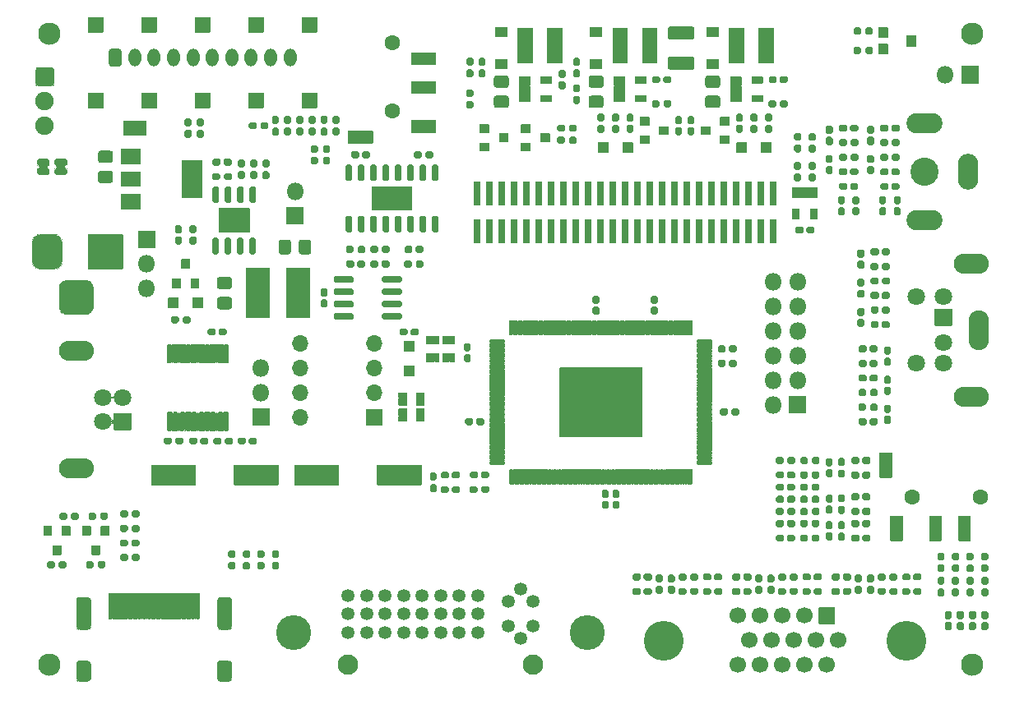
<source format=gts>
%TF.GenerationSoftware,KiCad,Pcbnew,(5.1.12)-1*%
%TF.CreationDate,2021-12-05T12:23:55+04:00*%
%TF.ProjectId,RTD2662Board,52544432-3636-4324-926f-6172642e6b69,2*%
%TF.SameCoordinates,Original*%
%TF.FileFunction,Soldermask,Top*%
%TF.FilePolarity,Negative*%
%FSLAX46Y46*%
G04 Gerber Fmt 4.6, Leading zero omitted, Abs format (unit mm)*
G04 Created by KiCad (PCBNEW (5.1.12)-1) date 2021-12-05 12:23:55*
%MOMM*%
%LPD*%
G01*
G04 APERTURE LIST*
%ADD10C,0.100000*%
%ADD11O,3.600000X2.100000*%
%ADD12C,1.800000*%
%ADD13C,2.900000*%
%ADD14O,3.700000X2.100000*%
%ADD15O,2.100000X3.700000*%
%ADD16C,1.900000*%
%ADD17C,1.600000*%
%ADD18O,2.100000X4.100000*%
%ADD19C,1.700000*%
%ADD20C,4.100000*%
%ADD21C,3.600000*%
%ADD22C,1.350000*%
%ADD23C,2.100000*%
%ADD24O,1.300000X1.850000*%
%ADD25O,1.700000X1.700000*%
%ADD26O,1.800000X1.800000*%
%ADD27C,2.300000*%
G04 APERTURE END LIST*
D10*
%TO.C,JP7*%
G36*
X58250000Y-86500000D02*
G01*
X59250000Y-86500000D01*
X59250000Y-88000000D01*
X58250000Y-88000000D01*
X58250000Y-86500000D01*
G37*
G36*
X58250000Y-86500000D02*
G01*
X59250000Y-86500000D01*
X59250000Y-88000000D01*
X58250000Y-88000000D01*
X58250000Y-86500000D01*
G37*
%TD*%
%TO.C,R87*%
G36*
G01*
X62940000Y-119685000D02*
X62940000Y-119315000D01*
G75*
G02*
X63125000Y-119130000I185000J0D01*
G01*
X63570000Y-119130000D01*
G75*
G02*
X63755000Y-119315000I0J-185000D01*
G01*
X63755000Y-119685000D01*
G75*
G02*
X63570000Y-119870000I-185000J0D01*
G01*
X63125000Y-119870000D01*
G75*
G02*
X62940000Y-119685000I0J185000D01*
G01*
G37*
G36*
G01*
X61745000Y-119685000D02*
X61745000Y-119315000D01*
G75*
G02*
X61930000Y-119130000I185000J0D01*
G01*
X62375000Y-119130000D01*
G75*
G02*
X62560000Y-119315000I0J-185000D01*
G01*
X62560000Y-119685000D01*
G75*
G02*
X62375000Y-119870000I-185000J0D01*
G01*
X61930000Y-119870000D01*
G75*
G02*
X61745000Y-119685000I0J185000D01*
G01*
G37*
%TD*%
%TO.C,SW5*%
G36*
G01*
X77500000Y-85200000D02*
X76000000Y-85200000D01*
G75*
G02*
X75950000Y-85150000I0J50000D01*
G01*
X75950000Y-83650000D01*
G75*
G02*
X76000000Y-83600000I50000J0D01*
G01*
X77500000Y-83600000D01*
G75*
G02*
X77550000Y-83650000I0J-50000D01*
G01*
X77550000Y-85150000D01*
G75*
G02*
X77500000Y-85200000I-50000J0D01*
G01*
G37*
G36*
G01*
X77500000Y-77400000D02*
X76000000Y-77400000D01*
G75*
G02*
X75950000Y-77350000I0J50000D01*
G01*
X75950000Y-75850000D01*
G75*
G02*
X76000000Y-75800000I50000J0D01*
G01*
X77500000Y-75800000D01*
G75*
G02*
X77550000Y-75850000I0J-50000D01*
G01*
X77550000Y-77350000D01*
G75*
G02*
X77500000Y-77400000I-50000J0D01*
G01*
G37*
%TD*%
%TO.C,SW4*%
G36*
G01*
X72000000Y-85200000D02*
X70500000Y-85200000D01*
G75*
G02*
X70450000Y-85150000I0J50000D01*
G01*
X70450000Y-83650000D01*
G75*
G02*
X70500000Y-83600000I50000J0D01*
G01*
X72000000Y-83600000D01*
G75*
G02*
X72050000Y-83650000I0J-50000D01*
G01*
X72050000Y-85150000D01*
G75*
G02*
X72000000Y-85200000I-50000J0D01*
G01*
G37*
G36*
G01*
X72000000Y-77400000D02*
X70500000Y-77400000D01*
G75*
G02*
X70450000Y-77350000I0J50000D01*
G01*
X70450000Y-75850000D01*
G75*
G02*
X70500000Y-75800000I50000J0D01*
G01*
X72000000Y-75800000D01*
G75*
G02*
X72050000Y-75850000I0J-50000D01*
G01*
X72050000Y-77350000D01*
G75*
G02*
X72000000Y-77400000I-50000J0D01*
G01*
G37*
%TD*%
%TO.C,SW3*%
G36*
G01*
X66500000Y-85200000D02*
X65000000Y-85200000D01*
G75*
G02*
X64950000Y-85150000I0J50000D01*
G01*
X64950000Y-83650000D01*
G75*
G02*
X65000000Y-83600000I50000J0D01*
G01*
X66500000Y-83600000D01*
G75*
G02*
X66550000Y-83650000I0J-50000D01*
G01*
X66550000Y-85150000D01*
G75*
G02*
X66500000Y-85200000I-50000J0D01*
G01*
G37*
G36*
G01*
X66500000Y-77400000D02*
X65000000Y-77400000D01*
G75*
G02*
X64950000Y-77350000I0J50000D01*
G01*
X64950000Y-75850000D01*
G75*
G02*
X65000000Y-75800000I50000J0D01*
G01*
X66500000Y-75800000D01*
G75*
G02*
X66550000Y-75850000I0J-50000D01*
G01*
X66550000Y-77350000D01*
G75*
G02*
X66500000Y-77400000I-50000J0D01*
G01*
G37*
%TD*%
%TO.C,SW2*%
G36*
G01*
X61000000Y-85200000D02*
X59500000Y-85200000D01*
G75*
G02*
X59450000Y-85150000I0J50000D01*
G01*
X59450000Y-83650000D01*
G75*
G02*
X59500000Y-83600000I50000J0D01*
G01*
X61000000Y-83600000D01*
G75*
G02*
X61050000Y-83650000I0J-50000D01*
G01*
X61050000Y-85150000D01*
G75*
G02*
X61000000Y-85200000I-50000J0D01*
G01*
G37*
G36*
G01*
X61000000Y-77400000D02*
X59500000Y-77400000D01*
G75*
G02*
X59450000Y-77350000I0J50000D01*
G01*
X59450000Y-75850000D01*
G75*
G02*
X59500000Y-75800000I50000J0D01*
G01*
X61000000Y-75800000D01*
G75*
G02*
X61050000Y-75850000I0J-50000D01*
G01*
X61050000Y-77350000D01*
G75*
G02*
X61000000Y-77400000I-50000J0D01*
G01*
G37*
%TD*%
%TO.C,SW1*%
G36*
G01*
X55500000Y-85200000D02*
X54000000Y-85200000D01*
G75*
G02*
X53950000Y-85150000I0J50000D01*
G01*
X53950000Y-83650000D01*
G75*
G02*
X54000000Y-83600000I50000J0D01*
G01*
X55500000Y-83600000D01*
G75*
G02*
X55550000Y-83650000I0J-50000D01*
G01*
X55550000Y-85150000D01*
G75*
G02*
X55500000Y-85200000I-50000J0D01*
G01*
G37*
G36*
G01*
X55500000Y-77400000D02*
X54000000Y-77400000D01*
G75*
G02*
X53950000Y-77350000I0J50000D01*
G01*
X53950000Y-75850000D01*
G75*
G02*
X54000000Y-75800000I50000J0D01*
G01*
X55500000Y-75800000D01*
G75*
G02*
X55550000Y-75850000I0J-50000D01*
G01*
X55550000Y-77350000D01*
G75*
G02*
X55500000Y-77400000I-50000J0D01*
G01*
G37*
%TD*%
%TO.C,JP7*%
G36*
G01*
X58650000Y-86500000D02*
X58650000Y-88000000D01*
G75*
G02*
X58600000Y-88050000I-50000J0D01*
G01*
X57600000Y-88050000D01*
G75*
G02*
X57550000Y-88000000I0J50000D01*
G01*
X57550000Y-86500000D01*
G75*
G02*
X57600000Y-86450000I50000J0D01*
G01*
X58600000Y-86450000D01*
G75*
G02*
X58650000Y-86500000I0J-50000D01*
G01*
G37*
G36*
G01*
X59950000Y-86500000D02*
X59950000Y-88000000D01*
G75*
G02*
X59900000Y-88050000I-50000J0D01*
G01*
X58900000Y-88050000D01*
G75*
G02*
X58850000Y-88000000I0J50000D01*
G01*
X58850000Y-86500000D01*
G75*
G02*
X58900000Y-86450000I50000J0D01*
G01*
X59900000Y-86450000D01*
G75*
G02*
X59950000Y-86500000I0J-50000D01*
G01*
G37*
%TD*%
%TO.C,RV1*%
G36*
G01*
X135350000Y-78550000D02*
X136250000Y-78550000D01*
G75*
G02*
X136300000Y-78600000I0J-50000D01*
G01*
X136300000Y-79600000D01*
G75*
G02*
X136250000Y-79650000I-50000J0D01*
G01*
X135350000Y-79650000D01*
G75*
G02*
X135300000Y-79600000I0J50000D01*
G01*
X135300000Y-78600000D01*
G75*
G02*
X135350000Y-78550000I50000J0D01*
G01*
G37*
G36*
G01*
X135350000Y-76850000D02*
X136250000Y-76850000D01*
G75*
G02*
X136300000Y-76900000I0J-50000D01*
G01*
X136300000Y-77900000D01*
G75*
G02*
X136250000Y-77950000I-50000J0D01*
G01*
X135350000Y-77950000D01*
G75*
G02*
X135300000Y-77900000I0J50000D01*
G01*
X135300000Y-76900000D01*
G75*
G02*
X135350000Y-76850000I50000J0D01*
G01*
G37*
G36*
G01*
X138250000Y-77650000D02*
X139150000Y-77650000D01*
G75*
G02*
X139200000Y-77700000I0J-50000D01*
G01*
X139200000Y-78800000D01*
G75*
G02*
X139150000Y-78850000I-50000J0D01*
G01*
X138250000Y-78850000D01*
G75*
G02*
X138200000Y-78800000I0J50000D01*
G01*
X138200000Y-77700000D01*
G75*
G02*
X138250000Y-77650000I50000J0D01*
G01*
G37*
%TD*%
%TO.C,D24*%
G36*
G01*
X63300000Y-104750000D02*
X63300000Y-105750000D01*
G75*
G02*
X63250000Y-105800000I-50000J0D01*
G01*
X62250000Y-105800000D01*
G75*
G02*
X62200000Y-105750000I0J50000D01*
G01*
X62200000Y-104750000D01*
G75*
G02*
X62250000Y-104700000I50000J0D01*
G01*
X63250000Y-104700000D01*
G75*
G02*
X63300000Y-104750000I0J-50000D01*
G01*
G37*
G36*
G01*
X65800000Y-104750000D02*
X65800000Y-105750000D01*
G75*
G02*
X65750000Y-105800000I-50000J0D01*
G01*
X64750000Y-105800000D01*
G75*
G02*
X64700000Y-105750000I0J50000D01*
G01*
X64700000Y-104750000D01*
G75*
G02*
X64750000Y-104700000I50000J0D01*
G01*
X65750000Y-104700000D01*
G75*
G02*
X65800000Y-104750000I0J-50000D01*
G01*
G37*
%TD*%
%TO.C,D17*%
G36*
G01*
X110050000Y-88750000D02*
X110050000Y-89750000D01*
G75*
G02*
X110000000Y-89800000I-50000J0D01*
G01*
X109000000Y-89800000D01*
G75*
G02*
X108950000Y-89750000I0J50000D01*
G01*
X108950000Y-88750000D01*
G75*
G02*
X109000000Y-88700000I50000J0D01*
G01*
X110000000Y-88700000D01*
G75*
G02*
X110050000Y-88750000I0J-50000D01*
G01*
G37*
G36*
G01*
X107550000Y-88750000D02*
X107550000Y-89750000D01*
G75*
G02*
X107500000Y-89800000I-50000J0D01*
G01*
X106500000Y-89800000D01*
G75*
G02*
X106450000Y-89750000I0J50000D01*
G01*
X106450000Y-88750000D01*
G75*
G02*
X106500000Y-88700000I50000J0D01*
G01*
X107500000Y-88700000D01*
G75*
G02*
X107550000Y-88750000I0J-50000D01*
G01*
G37*
%TD*%
D11*
%TO.C,J8*%
X52790000Y-110230000D03*
X52790000Y-122270000D03*
D12*
X55500000Y-117500000D03*
X55500000Y-115000000D03*
X57500000Y-115000000D03*
G36*
G01*
X58400000Y-116650000D02*
X58400000Y-118350000D01*
G75*
G02*
X58350000Y-118400000I-50000J0D01*
G01*
X56650000Y-118400000D01*
G75*
G02*
X56600000Y-118350000I0J50000D01*
G01*
X56600000Y-116650000D01*
G75*
G02*
X56650000Y-116600000I50000J0D01*
G01*
X58350000Y-116600000D01*
G75*
G02*
X58400000Y-116650000I0J-50000D01*
G01*
G37*
%TD*%
D13*
%TO.C,J5*%
X140050000Y-91750000D03*
D14*
X140050000Y-96750000D03*
X140050000Y-86750000D03*
D15*
X144550000Y-91750000D03*
%TD*%
%TO.C,D22*%
G36*
G01*
X48700000Y-90950000D02*
X48700000Y-90600000D01*
G75*
G02*
X48875000Y-90425000I175000J0D01*
G01*
X49825000Y-90425000D01*
G75*
G02*
X50000000Y-90600000I0J-175000D01*
G01*
X50000000Y-90950000D01*
G75*
G02*
X49825000Y-91125000I-175000J0D01*
G01*
X48875000Y-91125000D01*
G75*
G02*
X48700000Y-90950000I0J175000D01*
G01*
G37*
G36*
G01*
X50500000Y-91900000D02*
X50500000Y-91550000D01*
G75*
G02*
X50675000Y-91375000I175000J0D01*
G01*
X51625000Y-91375000D01*
G75*
G02*
X51800000Y-91550000I0J-175000D01*
G01*
X51800000Y-91900000D01*
G75*
G02*
X51625000Y-92075000I-175000J0D01*
G01*
X50675000Y-92075000D01*
G75*
G02*
X50500000Y-91900000I0J175000D01*
G01*
G37*
G36*
G01*
X50500000Y-90950000D02*
X50500000Y-90600000D01*
G75*
G02*
X50675000Y-90425000I175000J0D01*
G01*
X51625000Y-90425000D01*
G75*
G02*
X51800000Y-90600000I0J-175000D01*
G01*
X51800000Y-90950000D01*
G75*
G02*
X51625000Y-91125000I-175000J0D01*
G01*
X50675000Y-91125000D01*
G75*
G02*
X50500000Y-90950000I0J175000D01*
G01*
G37*
G36*
G01*
X48700000Y-91900000D02*
X48700000Y-91550000D01*
G75*
G02*
X48875000Y-91375000I175000J0D01*
G01*
X49825000Y-91375000D01*
G75*
G02*
X50000000Y-91550000I0J-175000D01*
G01*
X50000000Y-91900000D01*
G75*
G02*
X49825000Y-92075000I-175000J0D01*
G01*
X48875000Y-92075000D01*
G75*
G02*
X48700000Y-91900000I0J175000D01*
G01*
G37*
%TD*%
%TO.C,U3*%
G36*
G01*
X48814100Y-81010000D02*
X50185900Y-81010000D01*
G75*
G02*
X50450000Y-81274100I0J-264100D01*
G01*
X50450000Y-82645900D01*
G75*
G02*
X50185900Y-82910000I-264100J0D01*
G01*
X48814100Y-82910000D01*
G75*
G02*
X48550000Y-82645900I0J264100D01*
G01*
X48550000Y-81274100D01*
G75*
G02*
X48814100Y-81010000I264100J0D01*
G01*
G37*
D16*
X49500000Y-84500000D03*
X49500000Y-87040000D03*
%TD*%
D17*
%TO.C,J3*%
X138775000Y-125250000D03*
X145775000Y-125250000D03*
G36*
G01*
X144825000Y-127250000D02*
X144825000Y-129750000D01*
G75*
G02*
X144775000Y-129800000I-50000J0D01*
G01*
X143575000Y-129800000D01*
G75*
G02*
X143525000Y-129750000I0J50000D01*
G01*
X143525000Y-127250000D01*
G75*
G02*
X143575000Y-127200000I50000J0D01*
G01*
X144775000Y-127200000D01*
G75*
G02*
X144825000Y-127250000I0J-50000D01*
G01*
G37*
G36*
G01*
X141825000Y-127250000D02*
X141825000Y-129750000D01*
G75*
G02*
X141775000Y-129800000I-50000J0D01*
G01*
X140575000Y-129800000D01*
G75*
G02*
X140525000Y-129750000I0J50000D01*
G01*
X140525000Y-127250000D01*
G75*
G02*
X140575000Y-127200000I50000J0D01*
G01*
X141775000Y-127200000D01*
G75*
G02*
X141825000Y-127250000I0J-50000D01*
G01*
G37*
G36*
G01*
X137825000Y-127250000D02*
X137825000Y-129750000D01*
G75*
G02*
X137775000Y-129800000I-50000J0D01*
G01*
X136575000Y-129800000D01*
G75*
G02*
X136525000Y-129750000I0J50000D01*
G01*
X136525000Y-127250000D01*
G75*
G02*
X136575000Y-127200000I50000J0D01*
G01*
X137775000Y-127200000D01*
G75*
G02*
X137825000Y-127250000I0J-50000D01*
G01*
G37*
G36*
G01*
X136725000Y-120750000D02*
X136725000Y-123250000D01*
G75*
G02*
X136675000Y-123300000I-50000J0D01*
G01*
X135475000Y-123300000D01*
G75*
G02*
X135425000Y-123250000I0J50000D01*
G01*
X135425000Y-120750000D01*
G75*
G02*
X135475000Y-120700000I50000J0D01*
G01*
X136675000Y-120700000D01*
G75*
G02*
X136725000Y-120750000I0J-50000D01*
G01*
G37*
%TD*%
D18*
%TO.C,J7*%
X145650000Y-108050000D03*
D12*
X139200000Y-111450000D03*
X139200000Y-104650000D03*
X142000000Y-111450000D03*
X142000000Y-104650000D03*
X142000000Y-109350000D03*
G36*
G01*
X142850000Y-107650000D02*
X141150000Y-107650000D01*
G75*
G02*
X141100000Y-107600000I0J50000D01*
G01*
X141100000Y-105900000D01*
G75*
G02*
X141150000Y-105850000I50000J0D01*
G01*
X142850000Y-105850000D01*
G75*
G02*
X142900000Y-105900000I0J-50000D01*
G01*
X142900000Y-107600000D01*
G75*
G02*
X142850000Y-107650000I-50000J0D01*
G01*
G37*
D11*
X144850000Y-101200000D03*
X144850000Y-114900000D03*
%TD*%
D17*
%TO.C,J13*%
X85250000Y-85475000D03*
X85250000Y-78475000D03*
G36*
G01*
X87250000Y-79425000D02*
X89750000Y-79425000D01*
G75*
G02*
X89800000Y-79475000I0J-50000D01*
G01*
X89800000Y-80675000D01*
G75*
G02*
X89750000Y-80725000I-50000J0D01*
G01*
X87250000Y-80725000D01*
G75*
G02*
X87200000Y-80675000I0J50000D01*
G01*
X87200000Y-79475000D01*
G75*
G02*
X87250000Y-79425000I50000J0D01*
G01*
G37*
G36*
G01*
X87250000Y-82425000D02*
X89750000Y-82425000D01*
G75*
G02*
X89800000Y-82475000I0J-50000D01*
G01*
X89800000Y-83675000D01*
G75*
G02*
X89750000Y-83725000I-50000J0D01*
G01*
X87250000Y-83725000D01*
G75*
G02*
X87200000Y-83675000I0J50000D01*
G01*
X87200000Y-82475000D01*
G75*
G02*
X87250000Y-82425000I50000J0D01*
G01*
G37*
G36*
G01*
X87250000Y-86425000D02*
X89750000Y-86425000D01*
G75*
G02*
X89800000Y-86475000I0J-50000D01*
G01*
X89800000Y-87675000D01*
G75*
G02*
X89750000Y-87725000I-50000J0D01*
G01*
X87250000Y-87725000D01*
G75*
G02*
X87200000Y-87675000I0J50000D01*
G01*
X87200000Y-86475000D01*
G75*
G02*
X87250000Y-86425000I50000J0D01*
G01*
G37*
G36*
G01*
X80750000Y-87525000D02*
X83250000Y-87525000D01*
G75*
G02*
X83300000Y-87575000I0J-50000D01*
G01*
X83300000Y-88775000D01*
G75*
G02*
X83250000Y-88825000I-50000J0D01*
G01*
X80750000Y-88825000D01*
G75*
G02*
X80700000Y-88775000I0J50000D01*
G01*
X80700000Y-87575000D01*
G75*
G02*
X80750000Y-87525000I50000J0D01*
G01*
G37*
%TD*%
%TO.C,J14*%
G36*
G01*
X53950000Y-101750000D02*
X53950000Y-98250000D01*
G75*
G02*
X54000000Y-98200000I50000J0D01*
G01*
X57500000Y-98200000D01*
G75*
G02*
X57550000Y-98250000I0J-50000D01*
G01*
X57550000Y-101750000D01*
G75*
G02*
X57500000Y-101800000I-50000J0D01*
G01*
X54000000Y-101800000D01*
G75*
G02*
X53950000Y-101750000I0J50000D01*
G01*
G37*
G36*
G01*
X48200000Y-101025000D02*
X48200000Y-98975000D01*
G75*
G02*
X48975000Y-98200000I775000J0D01*
G01*
X50525000Y-98200000D01*
G75*
G02*
X51300000Y-98975000I0J-775000D01*
G01*
X51300000Y-101025000D01*
G75*
G02*
X50525000Y-101800000I-775000J0D01*
G01*
X48975000Y-101800000D01*
G75*
G02*
X48200000Y-101025000I0J775000D01*
G01*
G37*
G36*
G01*
X50950000Y-105600000D02*
X50950000Y-103800000D01*
G75*
G02*
X51850000Y-102900000I900000J0D01*
G01*
X53650000Y-102900000D01*
G75*
G02*
X54550000Y-103800000I0J-900000D01*
G01*
X54550000Y-105600000D01*
G75*
G02*
X53650000Y-106500000I-900000J0D01*
G01*
X51850000Y-106500000D01*
G75*
G02*
X50950000Y-105600000I0J900000D01*
G01*
G37*
%TD*%
%TO.C,J4*%
G36*
G01*
X129150000Y-138300000D02*
X129150000Y-136700000D01*
G75*
G02*
X129200000Y-136650000I50000J0D01*
G01*
X130800000Y-136650000D01*
G75*
G02*
X130850000Y-136700000I0J-50000D01*
G01*
X130850000Y-138300000D01*
G75*
G02*
X130800000Y-138350000I-50000J0D01*
G01*
X129200000Y-138350000D01*
G75*
G02*
X129150000Y-138300000I0J50000D01*
G01*
G37*
D19*
X127710000Y-137500000D03*
X125420000Y-137500000D03*
X123130000Y-137500000D03*
X120840000Y-137500000D03*
X131145000Y-140040000D03*
X128855000Y-140040000D03*
X126565000Y-140040000D03*
X124275000Y-140040000D03*
X121985000Y-140040000D03*
X130000000Y-142580000D03*
X127710000Y-142580000D03*
X125420000Y-142580000D03*
X123130000Y-142580000D03*
X120840000Y-142580000D03*
D20*
X113185000Y-140110000D03*
X138185000Y-140110000D03*
%TD*%
D21*
%TO.C,J1*%
X105360460Y-139198000D03*
D22*
X84535000Y-135388000D03*
X82630000Y-135388000D03*
X80725000Y-135388000D03*
X86440000Y-135388000D03*
X88345000Y-135388000D03*
X80725000Y-137293000D03*
X92155000Y-135388000D03*
X90250000Y-135388000D03*
D21*
X75139540Y-139198000D03*
D22*
X82630000Y-137293000D03*
X84535000Y-137293000D03*
X86440000Y-137293000D03*
X88345000Y-137293000D03*
X90250000Y-137293000D03*
X92155000Y-137293000D03*
X94060000Y-137293000D03*
X80725000Y-139198000D03*
X82630000Y-139198000D03*
X84535000Y-139198000D03*
X86440000Y-139198000D03*
X88345000Y-139198000D03*
X90250000Y-139198000D03*
X92155000Y-139198000D03*
X94060000Y-139198000D03*
X94060000Y-135388000D03*
X99775000Y-136023000D03*
X97235000Y-136023000D03*
X97235000Y-138563000D03*
X99775000Y-138563000D03*
X98505000Y-134753000D03*
X98505000Y-139833000D03*
D23*
X80725000Y-142497460D03*
X99775000Y-142497460D03*
%TD*%
%TO.C,J2*%
G36*
G01*
X56050000Y-137800000D02*
X56050000Y-135200000D01*
G75*
G02*
X56100000Y-135150000I50000J0D01*
G01*
X56400000Y-135150000D01*
G75*
G02*
X56450000Y-135200000I0J-50000D01*
G01*
X56450000Y-137800000D01*
G75*
G02*
X56400000Y-137850000I-50000J0D01*
G01*
X56100000Y-137850000D01*
G75*
G02*
X56050000Y-137800000I0J50000D01*
G01*
G37*
G36*
G01*
X56550000Y-137800000D02*
X56550000Y-135200000D01*
G75*
G02*
X56600000Y-135150000I50000J0D01*
G01*
X56900000Y-135150000D01*
G75*
G02*
X56950000Y-135200000I0J-50000D01*
G01*
X56950000Y-137800000D01*
G75*
G02*
X56900000Y-137850000I-50000J0D01*
G01*
X56600000Y-137850000D01*
G75*
G02*
X56550000Y-137800000I0J50000D01*
G01*
G37*
G36*
G01*
X57050000Y-137800000D02*
X57050000Y-135200000D01*
G75*
G02*
X57100000Y-135150000I50000J0D01*
G01*
X57400000Y-135150000D01*
G75*
G02*
X57450000Y-135200000I0J-50000D01*
G01*
X57450000Y-137800000D01*
G75*
G02*
X57400000Y-137850000I-50000J0D01*
G01*
X57100000Y-137850000D01*
G75*
G02*
X57050000Y-137800000I0J50000D01*
G01*
G37*
G36*
G01*
X57550000Y-137800000D02*
X57550000Y-135200000D01*
G75*
G02*
X57600000Y-135150000I50000J0D01*
G01*
X57900000Y-135150000D01*
G75*
G02*
X57950000Y-135200000I0J-50000D01*
G01*
X57950000Y-137800000D01*
G75*
G02*
X57900000Y-137850000I-50000J0D01*
G01*
X57600000Y-137850000D01*
G75*
G02*
X57550000Y-137800000I0J50000D01*
G01*
G37*
G36*
G01*
X58050000Y-137800000D02*
X58050000Y-135200000D01*
G75*
G02*
X58100000Y-135150000I50000J0D01*
G01*
X58400000Y-135150000D01*
G75*
G02*
X58450000Y-135200000I0J-50000D01*
G01*
X58450000Y-137800000D01*
G75*
G02*
X58400000Y-137850000I-50000J0D01*
G01*
X58100000Y-137850000D01*
G75*
G02*
X58050000Y-137800000I0J50000D01*
G01*
G37*
G36*
G01*
X58550000Y-137800000D02*
X58550000Y-135200000D01*
G75*
G02*
X58600000Y-135150000I50000J0D01*
G01*
X58900000Y-135150000D01*
G75*
G02*
X58950000Y-135200000I0J-50000D01*
G01*
X58950000Y-137800000D01*
G75*
G02*
X58900000Y-137850000I-50000J0D01*
G01*
X58600000Y-137850000D01*
G75*
G02*
X58550000Y-137800000I0J50000D01*
G01*
G37*
G36*
G01*
X59050000Y-137800000D02*
X59050000Y-135200000D01*
G75*
G02*
X59100000Y-135150000I50000J0D01*
G01*
X59400000Y-135150000D01*
G75*
G02*
X59450000Y-135200000I0J-50000D01*
G01*
X59450000Y-137800000D01*
G75*
G02*
X59400000Y-137850000I-50000J0D01*
G01*
X59100000Y-137850000D01*
G75*
G02*
X59050000Y-137800000I0J50000D01*
G01*
G37*
G36*
G01*
X59550000Y-137800000D02*
X59550000Y-135200000D01*
G75*
G02*
X59600000Y-135150000I50000J0D01*
G01*
X59900000Y-135150000D01*
G75*
G02*
X59950000Y-135200000I0J-50000D01*
G01*
X59950000Y-137800000D01*
G75*
G02*
X59900000Y-137850000I-50000J0D01*
G01*
X59600000Y-137850000D01*
G75*
G02*
X59550000Y-137800000I0J50000D01*
G01*
G37*
G36*
G01*
X60050000Y-137800000D02*
X60050000Y-135200000D01*
G75*
G02*
X60100000Y-135150000I50000J0D01*
G01*
X60400000Y-135150000D01*
G75*
G02*
X60450000Y-135200000I0J-50000D01*
G01*
X60450000Y-137800000D01*
G75*
G02*
X60400000Y-137850000I-50000J0D01*
G01*
X60100000Y-137850000D01*
G75*
G02*
X60050000Y-137800000I0J50000D01*
G01*
G37*
G36*
G01*
X60550000Y-137800000D02*
X60550000Y-135200000D01*
G75*
G02*
X60600000Y-135150000I50000J0D01*
G01*
X60900000Y-135150000D01*
G75*
G02*
X60950000Y-135200000I0J-50000D01*
G01*
X60950000Y-137800000D01*
G75*
G02*
X60900000Y-137850000I-50000J0D01*
G01*
X60600000Y-137850000D01*
G75*
G02*
X60550000Y-137800000I0J50000D01*
G01*
G37*
G36*
G01*
X61050000Y-137800000D02*
X61050000Y-135200000D01*
G75*
G02*
X61100000Y-135150000I50000J0D01*
G01*
X61400000Y-135150000D01*
G75*
G02*
X61450000Y-135200000I0J-50000D01*
G01*
X61450000Y-137800000D01*
G75*
G02*
X61400000Y-137850000I-50000J0D01*
G01*
X61100000Y-137850000D01*
G75*
G02*
X61050000Y-137800000I0J50000D01*
G01*
G37*
G36*
G01*
X61550000Y-137800000D02*
X61550000Y-135200000D01*
G75*
G02*
X61600000Y-135150000I50000J0D01*
G01*
X61900000Y-135150000D01*
G75*
G02*
X61950000Y-135200000I0J-50000D01*
G01*
X61950000Y-137800000D01*
G75*
G02*
X61900000Y-137850000I-50000J0D01*
G01*
X61600000Y-137850000D01*
G75*
G02*
X61550000Y-137800000I0J50000D01*
G01*
G37*
G36*
G01*
X62050000Y-137800000D02*
X62050000Y-135200000D01*
G75*
G02*
X62100000Y-135150000I50000J0D01*
G01*
X62400000Y-135150000D01*
G75*
G02*
X62450000Y-135200000I0J-50000D01*
G01*
X62450000Y-137800000D01*
G75*
G02*
X62400000Y-137850000I-50000J0D01*
G01*
X62100000Y-137850000D01*
G75*
G02*
X62050000Y-137800000I0J50000D01*
G01*
G37*
G36*
G01*
X62550000Y-137800000D02*
X62550000Y-135200000D01*
G75*
G02*
X62600000Y-135150000I50000J0D01*
G01*
X62900000Y-135150000D01*
G75*
G02*
X62950000Y-135200000I0J-50000D01*
G01*
X62950000Y-137800000D01*
G75*
G02*
X62900000Y-137850000I-50000J0D01*
G01*
X62600000Y-137850000D01*
G75*
G02*
X62550000Y-137800000I0J50000D01*
G01*
G37*
G36*
G01*
X63050000Y-137800000D02*
X63050000Y-135200000D01*
G75*
G02*
X63100000Y-135150000I50000J0D01*
G01*
X63400000Y-135150000D01*
G75*
G02*
X63450000Y-135200000I0J-50000D01*
G01*
X63450000Y-137800000D01*
G75*
G02*
X63400000Y-137850000I-50000J0D01*
G01*
X63100000Y-137850000D01*
G75*
G02*
X63050000Y-137800000I0J50000D01*
G01*
G37*
G36*
G01*
X63550000Y-137800000D02*
X63550000Y-135200000D01*
G75*
G02*
X63600000Y-135150000I50000J0D01*
G01*
X63900000Y-135150000D01*
G75*
G02*
X63950000Y-135200000I0J-50000D01*
G01*
X63950000Y-137800000D01*
G75*
G02*
X63900000Y-137850000I-50000J0D01*
G01*
X63600000Y-137850000D01*
G75*
G02*
X63550000Y-137800000I0J50000D01*
G01*
G37*
G36*
G01*
X64050000Y-137800000D02*
X64050000Y-135200000D01*
G75*
G02*
X64100000Y-135150000I50000J0D01*
G01*
X64400000Y-135150000D01*
G75*
G02*
X64450000Y-135200000I0J-50000D01*
G01*
X64450000Y-137800000D01*
G75*
G02*
X64400000Y-137850000I-50000J0D01*
G01*
X64100000Y-137850000D01*
G75*
G02*
X64050000Y-137800000I0J50000D01*
G01*
G37*
G36*
G01*
X64550000Y-137800000D02*
X64550000Y-135200000D01*
G75*
G02*
X64600000Y-135150000I50000J0D01*
G01*
X64900000Y-135150000D01*
G75*
G02*
X64950000Y-135200000I0J-50000D01*
G01*
X64950000Y-137800000D01*
G75*
G02*
X64900000Y-137850000I-50000J0D01*
G01*
X64600000Y-137850000D01*
G75*
G02*
X64550000Y-137800000I0J50000D01*
G01*
G37*
G36*
G01*
X65050000Y-137800000D02*
X65050000Y-135200000D01*
G75*
G02*
X65100000Y-135150000I50000J0D01*
G01*
X65400000Y-135150000D01*
G75*
G02*
X65450000Y-135200000I0J-50000D01*
G01*
X65450000Y-137800000D01*
G75*
G02*
X65400000Y-137850000I-50000J0D01*
G01*
X65100000Y-137850000D01*
G75*
G02*
X65050000Y-137800000I0J50000D01*
G01*
G37*
G36*
G01*
X67250000Y-138585000D02*
X67250000Y-135935000D01*
G75*
G02*
X67625000Y-135560000I375000J0D01*
G01*
X68375000Y-135560000D01*
G75*
G02*
X68750000Y-135935000I0J-375000D01*
G01*
X68750000Y-138585000D01*
G75*
G02*
X68375000Y-138960000I-375000J0D01*
G01*
X67625000Y-138960000D01*
G75*
G02*
X67250000Y-138585000I0J375000D01*
G01*
G37*
G36*
G01*
X52750000Y-138585000D02*
X52750000Y-135935000D01*
G75*
G02*
X53125000Y-135560000I375000J0D01*
G01*
X53875000Y-135560000D01*
G75*
G02*
X54250000Y-135935000I0J-375000D01*
G01*
X54250000Y-138585000D01*
G75*
G02*
X53875000Y-138960000I-375000J0D01*
G01*
X53125000Y-138960000D01*
G75*
G02*
X52750000Y-138585000I0J375000D01*
G01*
G37*
G36*
G01*
X52750000Y-143945000D02*
X52750000Y-142495000D01*
G75*
G02*
X53125000Y-142120000I375000J0D01*
G01*
X53875000Y-142120000D01*
G75*
G02*
X54250000Y-142495000I0J-375000D01*
G01*
X54250000Y-143945000D01*
G75*
G02*
X53875000Y-144320000I-375000J0D01*
G01*
X53125000Y-144320000D01*
G75*
G02*
X52750000Y-143945000I0J375000D01*
G01*
G37*
G36*
G01*
X67250000Y-143945000D02*
X67250000Y-142495000D01*
G75*
G02*
X67625000Y-142120000I375000J0D01*
G01*
X68375000Y-142120000D01*
G75*
G02*
X68750000Y-142495000I0J-375000D01*
G01*
X68750000Y-143945000D01*
G75*
G02*
X68375000Y-144320000I-375000J0D01*
G01*
X67625000Y-144320000D01*
G75*
G02*
X67250000Y-143945000I0J375000D01*
G01*
G37*
%TD*%
%TO.C,J11*%
G36*
G01*
X124160000Y-92730000D02*
X124760000Y-92730000D01*
G75*
G02*
X124810000Y-92780000I0J-50000D01*
G01*
X124810000Y-95180000D01*
G75*
G02*
X124760000Y-95230000I-50000J0D01*
G01*
X124160000Y-95230000D01*
G75*
G02*
X124110000Y-95180000I0J50000D01*
G01*
X124110000Y-92780000D01*
G75*
G02*
X124160000Y-92730000I50000J0D01*
G01*
G37*
G36*
G01*
X124160000Y-96630000D02*
X124760000Y-96630000D01*
G75*
G02*
X124810000Y-96680000I0J-50000D01*
G01*
X124810000Y-99080000D01*
G75*
G02*
X124760000Y-99130000I-50000J0D01*
G01*
X124160000Y-99130000D01*
G75*
G02*
X124110000Y-99080000I0J50000D01*
G01*
X124110000Y-96680000D01*
G75*
G02*
X124160000Y-96630000I50000J0D01*
G01*
G37*
G36*
G01*
X122890000Y-92730000D02*
X123490000Y-92730000D01*
G75*
G02*
X123540000Y-92780000I0J-50000D01*
G01*
X123540000Y-95180000D01*
G75*
G02*
X123490000Y-95230000I-50000J0D01*
G01*
X122890000Y-95230000D01*
G75*
G02*
X122840000Y-95180000I0J50000D01*
G01*
X122840000Y-92780000D01*
G75*
G02*
X122890000Y-92730000I50000J0D01*
G01*
G37*
G36*
G01*
X122890000Y-96630000D02*
X123490000Y-96630000D01*
G75*
G02*
X123540000Y-96680000I0J-50000D01*
G01*
X123540000Y-99080000D01*
G75*
G02*
X123490000Y-99130000I-50000J0D01*
G01*
X122890000Y-99130000D01*
G75*
G02*
X122840000Y-99080000I0J50000D01*
G01*
X122840000Y-96680000D01*
G75*
G02*
X122890000Y-96630000I50000J0D01*
G01*
G37*
G36*
G01*
X121620000Y-92730000D02*
X122220000Y-92730000D01*
G75*
G02*
X122270000Y-92780000I0J-50000D01*
G01*
X122270000Y-95180000D01*
G75*
G02*
X122220000Y-95230000I-50000J0D01*
G01*
X121620000Y-95230000D01*
G75*
G02*
X121570000Y-95180000I0J50000D01*
G01*
X121570000Y-92780000D01*
G75*
G02*
X121620000Y-92730000I50000J0D01*
G01*
G37*
G36*
G01*
X121620000Y-96630000D02*
X122220000Y-96630000D01*
G75*
G02*
X122270000Y-96680000I0J-50000D01*
G01*
X122270000Y-99080000D01*
G75*
G02*
X122220000Y-99130000I-50000J0D01*
G01*
X121620000Y-99130000D01*
G75*
G02*
X121570000Y-99080000I0J50000D01*
G01*
X121570000Y-96680000D01*
G75*
G02*
X121620000Y-96630000I50000J0D01*
G01*
G37*
G36*
G01*
X120350000Y-92730000D02*
X120950000Y-92730000D01*
G75*
G02*
X121000000Y-92780000I0J-50000D01*
G01*
X121000000Y-95180000D01*
G75*
G02*
X120950000Y-95230000I-50000J0D01*
G01*
X120350000Y-95230000D01*
G75*
G02*
X120300000Y-95180000I0J50000D01*
G01*
X120300000Y-92780000D01*
G75*
G02*
X120350000Y-92730000I50000J0D01*
G01*
G37*
G36*
G01*
X120350000Y-96630000D02*
X120950000Y-96630000D01*
G75*
G02*
X121000000Y-96680000I0J-50000D01*
G01*
X121000000Y-99080000D01*
G75*
G02*
X120950000Y-99130000I-50000J0D01*
G01*
X120350000Y-99130000D01*
G75*
G02*
X120300000Y-99080000I0J50000D01*
G01*
X120300000Y-96680000D01*
G75*
G02*
X120350000Y-96630000I50000J0D01*
G01*
G37*
G36*
G01*
X119080000Y-92730000D02*
X119680000Y-92730000D01*
G75*
G02*
X119730000Y-92780000I0J-50000D01*
G01*
X119730000Y-95180000D01*
G75*
G02*
X119680000Y-95230000I-50000J0D01*
G01*
X119080000Y-95230000D01*
G75*
G02*
X119030000Y-95180000I0J50000D01*
G01*
X119030000Y-92780000D01*
G75*
G02*
X119080000Y-92730000I50000J0D01*
G01*
G37*
G36*
G01*
X119080000Y-96630000D02*
X119680000Y-96630000D01*
G75*
G02*
X119730000Y-96680000I0J-50000D01*
G01*
X119730000Y-99080000D01*
G75*
G02*
X119680000Y-99130000I-50000J0D01*
G01*
X119080000Y-99130000D01*
G75*
G02*
X119030000Y-99080000I0J50000D01*
G01*
X119030000Y-96680000D01*
G75*
G02*
X119080000Y-96630000I50000J0D01*
G01*
G37*
G36*
G01*
X117810000Y-92730000D02*
X118410000Y-92730000D01*
G75*
G02*
X118460000Y-92780000I0J-50000D01*
G01*
X118460000Y-95180000D01*
G75*
G02*
X118410000Y-95230000I-50000J0D01*
G01*
X117810000Y-95230000D01*
G75*
G02*
X117760000Y-95180000I0J50000D01*
G01*
X117760000Y-92780000D01*
G75*
G02*
X117810000Y-92730000I50000J0D01*
G01*
G37*
G36*
G01*
X117810000Y-96630000D02*
X118410000Y-96630000D01*
G75*
G02*
X118460000Y-96680000I0J-50000D01*
G01*
X118460000Y-99080000D01*
G75*
G02*
X118410000Y-99130000I-50000J0D01*
G01*
X117810000Y-99130000D01*
G75*
G02*
X117760000Y-99080000I0J50000D01*
G01*
X117760000Y-96680000D01*
G75*
G02*
X117810000Y-96630000I50000J0D01*
G01*
G37*
G36*
G01*
X116540000Y-92730000D02*
X117140000Y-92730000D01*
G75*
G02*
X117190000Y-92780000I0J-50000D01*
G01*
X117190000Y-95180000D01*
G75*
G02*
X117140000Y-95230000I-50000J0D01*
G01*
X116540000Y-95230000D01*
G75*
G02*
X116490000Y-95180000I0J50000D01*
G01*
X116490000Y-92780000D01*
G75*
G02*
X116540000Y-92730000I50000J0D01*
G01*
G37*
G36*
G01*
X116540000Y-96630000D02*
X117140000Y-96630000D01*
G75*
G02*
X117190000Y-96680000I0J-50000D01*
G01*
X117190000Y-99080000D01*
G75*
G02*
X117140000Y-99130000I-50000J0D01*
G01*
X116540000Y-99130000D01*
G75*
G02*
X116490000Y-99080000I0J50000D01*
G01*
X116490000Y-96680000D01*
G75*
G02*
X116540000Y-96630000I50000J0D01*
G01*
G37*
G36*
G01*
X115270000Y-92730000D02*
X115870000Y-92730000D01*
G75*
G02*
X115920000Y-92780000I0J-50000D01*
G01*
X115920000Y-95180000D01*
G75*
G02*
X115870000Y-95230000I-50000J0D01*
G01*
X115270000Y-95230000D01*
G75*
G02*
X115220000Y-95180000I0J50000D01*
G01*
X115220000Y-92780000D01*
G75*
G02*
X115270000Y-92730000I50000J0D01*
G01*
G37*
G36*
G01*
X115270000Y-96630000D02*
X115870000Y-96630000D01*
G75*
G02*
X115920000Y-96680000I0J-50000D01*
G01*
X115920000Y-99080000D01*
G75*
G02*
X115870000Y-99130000I-50000J0D01*
G01*
X115270000Y-99130000D01*
G75*
G02*
X115220000Y-99080000I0J50000D01*
G01*
X115220000Y-96680000D01*
G75*
G02*
X115270000Y-96630000I50000J0D01*
G01*
G37*
G36*
G01*
X114000000Y-92730000D02*
X114600000Y-92730000D01*
G75*
G02*
X114650000Y-92780000I0J-50000D01*
G01*
X114650000Y-95180000D01*
G75*
G02*
X114600000Y-95230000I-50000J0D01*
G01*
X114000000Y-95230000D01*
G75*
G02*
X113950000Y-95180000I0J50000D01*
G01*
X113950000Y-92780000D01*
G75*
G02*
X114000000Y-92730000I50000J0D01*
G01*
G37*
G36*
G01*
X114000000Y-96630000D02*
X114600000Y-96630000D01*
G75*
G02*
X114650000Y-96680000I0J-50000D01*
G01*
X114650000Y-99080000D01*
G75*
G02*
X114600000Y-99130000I-50000J0D01*
G01*
X114000000Y-99130000D01*
G75*
G02*
X113950000Y-99080000I0J50000D01*
G01*
X113950000Y-96680000D01*
G75*
G02*
X114000000Y-96630000I50000J0D01*
G01*
G37*
G36*
G01*
X112730000Y-92730000D02*
X113330000Y-92730000D01*
G75*
G02*
X113380000Y-92780000I0J-50000D01*
G01*
X113380000Y-95180000D01*
G75*
G02*
X113330000Y-95230000I-50000J0D01*
G01*
X112730000Y-95230000D01*
G75*
G02*
X112680000Y-95180000I0J50000D01*
G01*
X112680000Y-92780000D01*
G75*
G02*
X112730000Y-92730000I50000J0D01*
G01*
G37*
G36*
G01*
X112730000Y-96630000D02*
X113330000Y-96630000D01*
G75*
G02*
X113380000Y-96680000I0J-50000D01*
G01*
X113380000Y-99080000D01*
G75*
G02*
X113330000Y-99130000I-50000J0D01*
G01*
X112730000Y-99130000D01*
G75*
G02*
X112680000Y-99080000I0J50000D01*
G01*
X112680000Y-96680000D01*
G75*
G02*
X112730000Y-96630000I50000J0D01*
G01*
G37*
G36*
G01*
X111460000Y-92730000D02*
X112060000Y-92730000D01*
G75*
G02*
X112110000Y-92780000I0J-50000D01*
G01*
X112110000Y-95180000D01*
G75*
G02*
X112060000Y-95230000I-50000J0D01*
G01*
X111460000Y-95230000D01*
G75*
G02*
X111410000Y-95180000I0J50000D01*
G01*
X111410000Y-92780000D01*
G75*
G02*
X111460000Y-92730000I50000J0D01*
G01*
G37*
G36*
G01*
X111460000Y-96630000D02*
X112060000Y-96630000D01*
G75*
G02*
X112110000Y-96680000I0J-50000D01*
G01*
X112110000Y-99080000D01*
G75*
G02*
X112060000Y-99130000I-50000J0D01*
G01*
X111460000Y-99130000D01*
G75*
G02*
X111410000Y-99080000I0J50000D01*
G01*
X111410000Y-96680000D01*
G75*
G02*
X111460000Y-96630000I50000J0D01*
G01*
G37*
G36*
G01*
X110190000Y-92730000D02*
X110790000Y-92730000D01*
G75*
G02*
X110840000Y-92780000I0J-50000D01*
G01*
X110840000Y-95180000D01*
G75*
G02*
X110790000Y-95230000I-50000J0D01*
G01*
X110190000Y-95230000D01*
G75*
G02*
X110140000Y-95180000I0J50000D01*
G01*
X110140000Y-92780000D01*
G75*
G02*
X110190000Y-92730000I50000J0D01*
G01*
G37*
G36*
G01*
X110190000Y-96630000D02*
X110790000Y-96630000D01*
G75*
G02*
X110840000Y-96680000I0J-50000D01*
G01*
X110840000Y-99080000D01*
G75*
G02*
X110790000Y-99130000I-50000J0D01*
G01*
X110190000Y-99130000D01*
G75*
G02*
X110140000Y-99080000I0J50000D01*
G01*
X110140000Y-96680000D01*
G75*
G02*
X110190000Y-96630000I50000J0D01*
G01*
G37*
G36*
G01*
X108920000Y-92730000D02*
X109520000Y-92730000D01*
G75*
G02*
X109570000Y-92780000I0J-50000D01*
G01*
X109570000Y-95180000D01*
G75*
G02*
X109520000Y-95230000I-50000J0D01*
G01*
X108920000Y-95230000D01*
G75*
G02*
X108870000Y-95180000I0J50000D01*
G01*
X108870000Y-92780000D01*
G75*
G02*
X108920000Y-92730000I50000J0D01*
G01*
G37*
G36*
G01*
X108920000Y-96630000D02*
X109520000Y-96630000D01*
G75*
G02*
X109570000Y-96680000I0J-50000D01*
G01*
X109570000Y-99080000D01*
G75*
G02*
X109520000Y-99130000I-50000J0D01*
G01*
X108920000Y-99130000D01*
G75*
G02*
X108870000Y-99080000I0J50000D01*
G01*
X108870000Y-96680000D01*
G75*
G02*
X108920000Y-96630000I50000J0D01*
G01*
G37*
G36*
G01*
X107650000Y-92730000D02*
X108250000Y-92730000D01*
G75*
G02*
X108300000Y-92780000I0J-50000D01*
G01*
X108300000Y-95180000D01*
G75*
G02*
X108250000Y-95230000I-50000J0D01*
G01*
X107650000Y-95230000D01*
G75*
G02*
X107600000Y-95180000I0J50000D01*
G01*
X107600000Y-92780000D01*
G75*
G02*
X107650000Y-92730000I50000J0D01*
G01*
G37*
G36*
G01*
X107650000Y-96630000D02*
X108250000Y-96630000D01*
G75*
G02*
X108300000Y-96680000I0J-50000D01*
G01*
X108300000Y-99080000D01*
G75*
G02*
X108250000Y-99130000I-50000J0D01*
G01*
X107650000Y-99130000D01*
G75*
G02*
X107600000Y-99080000I0J50000D01*
G01*
X107600000Y-96680000D01*
G75*
G02*
X107650000Y-96630000I50000J0D01*
G01*
G37*
G36*
G01*
X106380000Y-92730000D02*
X106980000Y-92730000D01*
G75*
G02*
X107030000Y-92780000I0J-50000D01*
G01*
X107030000Y-95180000D01*
G75*
G02*
X106980000Y-95230000I-50000J0D01*
G01*
X106380000Y-95230000D01*
G75*
G02*
X106330000Y-95180000I0J50000D01*
G01*
X106330000Y-92780000D01*
G75*
G02*
X106380000Y-92730000I50000J0D01*
G01*
G37*
G36*
G01*
X106380000Y-96630000D02*
X106980000Y-96630000D01*
G75*
G02*
X107030000Y-96680000I0J-50000D01*
G01*
X107030000Y-99080000D01*
G75*
G02*
X106980000Y-99130000I-50000J0D01*
G01*
X106380000Y-99130000D01*
G75*
G02*
X106330000Y-99080000I0J50000D01*
G01*
X106330000Y-96680000D01*
G75*
G02*
X106380000Y-96630000I50000J0D01*
G01*
G37*
G36*
G01*
X105110000Y-92730000D02*
X105710000Y-92730000D01*
G75*
G02*
X105760000Y-92780000I0J-50000D01*
G01*
X105760000Y-95180000D01*
G75*
G02*
X105710000Y-95230000I-50000J0D01*
G01*
X105110000Y-95230000D01*
G75*
G02*
X105060000Y-95180000I0J50000D01*
G01*
X105060000Y-92780000D01*
G75*
G02*
X105110000Y-92730000I50000J0D01*
G01*
G37*
G36*
G01*
X105110000Y-96630000D02*
X105710000Y-96630000D01*
G75*
G02*
X105760000Y-96680000I0J-50000D01*
G01*
X105760000Y-99080000D01*
G75*
G02*
X105710000Y-99130000I-50000J0D01*
G01*
X105110000Y-99130000D01*
G75*
G02*
X105060000Y-99080000I0J50000D01*
G01*
X105060000Y-96680000D01*
G75*
G02*
X105110000Y-96630000I50000J0D01*
G01*
G37*
G36*
G01*
X103840000Y-92730000D02*
X104440000Y-92730000D01*
G75*
G02*
X104490000Y-92780000I0J-50000D01*
G01*
X104490000Y-95180000D01*
G75*
G02*
X104440000Y-95230000I-50000J0D01*
G01*
X103840000Y-95230000D01*
G75*
G02*
X103790000Y-95180000I0J50000D01*
G01*
X103790000Y-92780000D01*
G75*
G02*
X103840000Y-92730000I50000J0D01*
G01*
G37*
G36*
G01*
X103840000Y-96630000D02*
X104440000Y-96630000D01*
G75*
G02*
X104490000Y-96680000I0J-50000D01*
G01*
X104490000Y-99080000D01*
G75*
G02*
X104440000Y-99130000I-50000J0D01*
G01*
X103840000Y-99130000D01*
G75*
G02*
X103790000Y-99080000I0J50000D01*
G01*
X103790000Y-96680000D01*
G75*
G02*
X103840000Y-96630000I50000J0D01*
G01*
G37*
G36*
G01*
X102570000Y-92730000D02*
X103170000Y-92730000D01*
G75*
G02*
X103220000Y-92780000I0J-50000D01*
G01*
X103220000Y-95180000D01*
G75*
G02*
X103170000Y-95230000I-50000J0D01*
G01*
X102570000Y-95230000D01*
G75*
G02*
X102520000Y-95180000I0J50000D01*
G01*
X102520000Y-92780000D01*
G75*
G02*
X102570000Y-92730000I50000J0D01*
G01*
G37*
G36*
G01*
X102570000Y-96630000D02*
X103170000Y-96630000D01*
G75*
G02*
X103220000Y-96680000I0J-50000D01*
G01*
X103220000Y-99080000D01*
G75*
G02*
X103170000Y-99130000I-50000J0D01*
G01*
X102570000Y-99130000D01*
G75*
G02*
X102520000Y-99080000I0J50000D01*
G01*
X102520000Y-96680000D01*
G75*
G02*
X102570000Y-96630000I50000J0D01*
G01*
G37*
G36*
G01*
X101300000Y-92730000D02*
X101900000Y-92730000D01*
G75*
G02*
X101950000Y-92780000I0J-50000D01*
G01*
X101950000Y-95180000D01*
G75*
G02*
X101900000Y-95230000I-50000J0D01*
G01*
X101300000Y-95230000D01*
G75*
G02*
X101250000Y-95180000I0J50000D01*
G01*
X101250000Y-92780000D01*
G75*
G02*
X101300000Y-92730000I50000J0D01*
G01*
G37*
G36*
G01*
X101300000Y-96630000D02*
X101900000Y-96630000D01*
G75*
G02*
X101950000Y-96680000I0J-50000D01*
G01*
X101950000Y-99080000D01*
G75*
G02*
X101900000Y-99130000I-50000J0D01*
G01*
X101300000Y-99130000D01*
G75*
G02*
X101250000Y-99080000I0J50000D01*
G01*
X101250000Y-96680000D01*
G75*
G02*
X101300000Y-96630000I50000J0D01*
G01*
G37*
G36*
G01*
X100030000Y-92730000D02*
X100630000Y-92730000D01*
G75*
G02*
X100680000Y-92780000I0J-50000D01*
G01*
X100680000Y-95180000D01*
G75*
G02*
X100630000Y-95230000I-50000J0D01*
G01*
X100030000Y-95230000D01*
G75*
G02*
X99980000Y-95180000I0J50000D01*
G01*
X99980000Y-92780000D01*
G75*
G02*
X100030000Y-92730000I50000J0D01*
G01*
G37*
G36*
G01*
X100030000Y-96630000D02*
X100630000Y-96630000D01*
G75*
G02*
X100680000Y-96680000I0J-50000D01*
G01*
X100680000Y-99080000D01*
G75*
G02*
X100630000Y-99130000I-50000J0D01*
G01*
X100030000Y-99130000D01*
G75*
G02*
X99980000Y-99080000I0J50000D01*
G01*
X99980000Y-96680000D01*
G75*
G02*
X100030000Y-96630000I50000J0D01*
G01*
G37*
G36*
G01*
X98760000Y-92730000D02*
X99360000Y-92730000D01*
G75*
G02*
X99410000Y-92780000I0J-50000D01*
G01*
X99410000Y-95180000D01*
G75*
G02*
X99360000Y-95230000I-50000J0D01*
G01*
X98760000Y-95230000D01*
G75*
G02*
X98710000Y-95180000I0J50000D01*
G01*
X98710000Y-92780000D01*
G75*
G02*
X98760000Y-92730000I50000J0D01*
G01*
G37*
G36*
G01*
X98760000Y-96630000D02*
X99360000Y-96630000D01*
G75*
G02*
X99410000Y-96680000I0J-50000D01*
G01*
X99410000Y-99080000D01*
G75*
G02*
X99360000Y-99130000I-50000J0D01*
G01*
X98760000Y-99130000D01*
G75*
G02*
X98710000Y-99080000I0J50000D01*
G01*
X98710000Y-96680000D01*
G75*
G02*
X98760000Y-96630000I50000J0D01*
G01*
G37*
G36*
G01*
X97490000Y-92730000D02*
X98090000Y-92730000D01*
G75*
G02*
X98140000Y-92780000I0J-50000D01*
G01*
X98140000Y-95180000D01*
G75*
G02*
X98090000Y-95230000I-50000J0D01*
G01*
X97490000Y-95230000D01*
G75*
G02*
X97440000Y-95180000I0J50000D01*
G01*
X97440000Y-92780000D01*
G75*
G02*
X97490000Y-92730000I50000J0D01*
G01*
G37*
G36*
G01*
X97490000Y-96630000D02*
X98090000Y-96630000D01*
G75*
G02*
X98140000Y-96680000I0J-50000D01*
G01*
X98140000Y-99080000D01*
G75*
G02*
X98090000Y-99130000I-50000J0D01*
G01*
X97490000Y-99130000D01*
G75*
G02*
X97440000Y-99080000I0J50000D01*
G01*
X97440000Y-96680000D01*
G75*
G02*
X97490000Y-96630000I50000J0D01*
G01*
G37*
G36*
G01*
X96220000Y-92730000D02*
X96820000Y-92730000D01*
G75*
G02*
X96870000Y-92780000I0J-50000D01*
G01*
X96870000Y-95180000D01*
G75*
G02*
X96820000Y-95230000I-50000J0D01*
G01*
X96220000Y-95230000D01*
G75*
G02*
X96170000Y-95180000I0J50000D01*
G01*
X96170000Y-92780000D01*
G75*
G02*
X96220000Y-92730000I50000J0D01*
G01*
G37*
G36*
G01*
X96220000Y-96630000D02*
X96820000Y-96630000D01*
G75*
G02*
X96870000Y-96680000I0J-50000D01*
G01*
X96870000Y-99080000D01*
G75*
G02*
X96820000Y-99130000I-50000J0D01*
G01*
X96220000Y-99130000D01*
G75*
G02*
X96170000Y-99080000I0J50000D01*
G01*
X96170000Y-96680000D01*
G75*
G02*
X96220000Y-96630000I50000J0D01*
G01*
G37*
G36*
G01*
X94950000Y-92730000D02*
X95550000Y-92730000D01*
G75*
G02*
X95600000Y-92780000I0J-50000D01*
G01*
X95600000Y-95180000D01*
G75*
G02*
X95550000Y-95230000I-50000J0D01*
G01*
X94950000Y-95230000D01*
G75*
G02*
X94900000Y-95180000I0J50000D01*
G01*
X94900000Y-92780000D01*
G75*
G02*
X94950000Y-92730000I50000J0D01*
G01*
G37*
G36*
G01*
X94950000Y-96630000D02*
X95550000Y-96630000D01*
G75*
G02*
X95600000Y-96680000I0J-50000D01*
G01*
X95600000Y-99080000D01*
G75*
G02*
X95550000Y-99130000I-50000J0D01*
G01*
X94950000Y-99130000D01*
G75*
G02*
X94900000Y-99080000I0J50000D01*
G01*
X94900000Y-96680000D01*
G75*
G02*
X94950000Y-96630000I50000J0D01*
G01*
G37*
G36*
G01*
X93680000Y-92730000D02*
X94280000Y-92730000D01*
G75*
G02*
X94330000Y-92780000I0J-50000D01*
G01*
X94330000Y-95180000D01*
G75*
G02*
X94280000Y-95230000I-50000J0D01*
G01*
X93680000Y-95230000D01*
G75*
G02*
X93630000Y-95180000I0J50000D01*
G01*
X93630000Y-92780000D01*
G75*
G02*
X93680000Y-92730000I50000J0D01*
G01*
G37*
G36*
G01*
X93680000Y-96630000D02*
X94280000Y-96630000D01*
G75*
G02*
X94330000Y-96680000I0J-50000D01*
G01*
X94330000Y-99080000D01*
G75*
G02*
X94280000Y-99130000I-50000J0D01*
G01*
X93680000Y-99130000D01*
G75*
G02*
X93630000Y-99080000I0J50000D01*
G01*
X93630000Y-96680000D01*
G75*
G02*
X93680000Y-96630000I50000J0D01*
G01*
G37*
%TD*%
%TO.C,J9*%
G36*
G01*
X56100000Y-80654600D02*
X56100000Y-79345400D01*
G75*
G02*
X56370400Y-79075000I270400J0D01*
G01*
X57129600Y-79075000D01*
G75*
G02*
X57400000Y-79345400I0J-270400D01*
G01*
X57400000Y-80654600D01*
G75*
G02*
X57129600Y-80925000I-270400J0D01*
G01*
X56370400Y-80925000D01*
G75*
G02*
X56100000Y-80654600I0J270400D01*
G01*
G37*
D24*
X58750000Y-80000000D03*
X60750000Y-80000000D03*
X62750000Y-80000000D03*
X64750000Y-80000000D03*
X66750000Y-80000000D03*
X68750000Y-80000000D03*
X70750000Y-80000000D03*
X72750000Y-80000000D03*
X74750000Y-80000000D03*
%TD*%
D25*
%TO.C,U10*%
X75790000Y-114500000D03*
X75790000Y-111960000D03*
X75790000Y-109420000D03*
X75790000Y-117040000D03*
X83410000Y-109420000D03*
X83410000Y-111960000D03*
X83410000Y-114500000D03*
G36*
G01*
X84260000Y-116240000D02*
X84260000Y-117840000D01*
G75*
G02*
X84210000Y-117890000I-50000J0D01*
G01*
X82610000Y-117890000D01*
G75*
G02*
X82560000Y-117840000I0J50000D01*
G01*
X82560000Y-116240000D01*
G75*
G02*
X82610000Y-116190000I50000J0D01*
G01*
X84210000Y-116190000D01*
G75*
G02*
X84260000Y-116240000I0J-50000D01*
G01*
G37*
%TD*%
%TO.C,C39*%
G36*
G01*
X105746276Y-81825000D02*
X106753724Y-81825000D01*
G75*
G02*
X107025000Y-82096276I0J-271276D01*
G01*
X107025000Y-82828724D01*
G75*
G02*
X106753724Y-83100000I-271276J0D01*
G01*
X105746276Y-83100000D01*
G75*
G02*
X105475000Y-82828724I0J271276D01*
G01*
X105475000Y-82096276D01*
G75*
G02*
X105746276Y-81825000I271276J0D01*
G01*
G37*
G36*
G01*
X105746276Y-83900000D02*
X106753724Y-83900000D01*
G75*
G02*
X107025000Y-84171276I0J-271276D01*
G01*
X107025000Y-84903724D01*
G75*
G02*
X106753724Y-85175000I-271276J0D01*
G01*
X105746276Y-85175000D01*
G75*
G02*
X105475000Y-84903724I0J271276D01*
G01*
X105475000Y-84171276D01*
G75*
G02*
X105746276Y-83900000I271276J0D01*
G01*
G37*
%TD*%
%TO.C,C45*%
G36*
G01*
X117746276Y-81825000D02*
X118753724Y-81825000D01*
G75*
G02*
X119025000Y-82096276I0J-271276D01*
G01*
X119025000Y-82828724D01*
G75*
G02*
X118753724Y-83100000I-271276J0D01*
G01*
X117746276Y-83100000D01*
G75*
G02*
X117475000Y-82828724I0J271276D01*
G01*
X117475000Y-82096276D01*
G75*
G02*
X117746276Y-81825000I271276J0D01*
G01*
G37*
G36*
G01*
X117746276Y-83900000D02*
X118753724Y-83900000D01*
G75*
G02*
X119025000Y-84171276I0J-271276D01*
G01*
X119025000Y-84903724D01*
G75*
G02*
X118753724Y-85175000I-271276J0D01*
G01*
X117746276Y-85175000D01*
G75*
G02*
X117475000Y-84903724I0J271276D01*
G01*
X117475000Y-84171276D01*
G75*
G02*
X117746276Y-83900000I271276J0D01*
G01*
G37*
%TD*%
%TO.C,C51*%
G36*
G01*
X95996276Y-81825000D02*
X97003724Y-81825000D01*
G75*
G02*
X97275000Y-82096276I0J-271276D01*
G01*
X97275000Y-82828724D01*
G75*
G02*
X97003724Y-83100000I-271276J0D01*
G01*
X95996276Y-83100000D01*
G75*
G02*
X95725000Y-82828724I0J271276D01*
G01*
X95725000Y-82096276D01*
G75*
G02*
X95996276Y-81825000I271276J0D01*
G01*
G37*
G36*
G01*
X95996276Y-83900000D02*
X97003724Y-83900000D01*
G75*
G02*
X97275000Y-84171276I0J-271276D01*
G01*
X97275000Y-84903724D01*
G75*
G02*
X97003724Y-85175000I-271276J0D01*
G01*
X95996276Y-85175000D01*
G75*
G02*
X95725000Y-84903724I0J271276D01*
G01*
X95725000Y-84171276D01*
G75*
G02*
X95996276Y-83900000I271276J0D01*
G01*
G37*
%TD*%
%TO.C,R70*%
G36*
G01*
X102245000Y-87435000D02*
X102245000Y-87065000D01*
G75*
G02*
X102430000Y-86880000I185000J0D01*
G01*
X102875000Y-86880000D01*
G75*
G02*
X103060000Y-87065000I0J-185000D01*
G01*
X103060000Y-87435000D01*
G75*
G02*
X102875000Y-87620000I-185000J0D01*
G01*
X102430000Y-87620000D01*
G75*
G02*
X102245000Y-87435000I0J185000D01*
G01*
G37*
G36*
G01*
X103440000Y-87435000D02*
X103440000Y-87065000D01*
G75*
G02*
X103625000Y-86880000I185000J0D01*
G01*
X104070000Y-86880000D01*
G75*
G02*
X104255000Y-87065000I0J-185000D01*
G01*
X104255000Y-87435000D01*
G75*
G02*
X104070000Y-87620000I-185000J0D01*
G01*
X103625000Y-87620000D01*
G75*
G02*
X103440000Y-87435000I0J185000D01*
G01*
G37*
%TD*%
%TO.C,D21*%
G36*
G01*
X97100000Y-81150000D02*
X95900000Y-81150000D01*
G75*
G02*
X95850000Y-81100000I0J50000D01*
G01*
X95850000Y-80200000D01*
G75*
G02*
X95900000Y-80150000I50000J0D01*
G01*
X97100000Y-80150000D01*
G75*
G02*
X97150000Y-80200000I0J-50000D01*
G01*
X97150000Y-81100000D01*
G75*
G02*
X97100000Y-81150000I-50000J0D01*
G01*
G37*
G36*
G01*
X97100000Y-77850000D02*
X95900000Y-77850000D01*
G75*
G02*
X95850000Y-77800000I0J50000D01*
G01*
X95850000Y-76900000D01*
G75*
G02*
X95900000Y-76850000I50000J0D01*
G01*
X97100000Y-76850000D01*
G75*
G02*
X97150000Y-76900000I0J-50000D01*
G01*
X97150000Y-77800000D01*
G75*
G02*
X97100000Y-77850000I-50000J0D01*
G01*
G37*
%TD*%
%TO.C,D15*%
G36*
G01*
X106850000Y-81150000D02*
X105650000Y-81150000D01*
G75*
G02*
X105600000Y-81100000I0J50000D01*
G01*
X105600000Y-80200000D01*
G75*
G02*
X105650000Y-80150000I50000J0D01*
G01*
X106850000Y-80150000D01*
G75*
G02*
X106900000Y-80200000I0J-50000D01*
G01*
X106900000Y-81100000D01*
G75*
G02*
X106850000Y-81150000I-50000J0D01*
G01*
G37*
G36*
G01*
X106850000Y-77850000D02*
X105650000Y-77850000D01*
G75*
G02*
X105600000Y-77800000I0J50000D01*
G01*
X105600000Y-76900000D01*
G75*
G02*
X105650000Y-76850000I50000J0D01*
G01*
X106850000Y-76850000D01*
G75*
G02*
X106900000Y-76900000I0J-50000D01*
G01*
X106900000Y-77800000D01*
G75*
G02*
X106850000Y-77850000I-50000J0D01*
G01*
G37*
%TD*%
%TO.C,D18*%
G36*
G01*
X118850000Y-81150000D02*
X117650000Y-81150000D01*
G75*
G02*
X117600000Y-81100000I0J50000D01*
G01*
X117600000Y-80200000D01*
G75*
G02*
X117650000Y-80150000I50000J0D01*
G01*
X118850000Y-80150000D01*
G75*
G02*
X118900000Y-80200000I0J-50000D01*
G01*
X118900000Y-81100000D01*
G75*
G02*
X118850000Y-81150000I-50000J0D01*
G01*
G37*
G36*
G01*
X118850000Y-77850000D02*
X117650000Y-77850000D01*
G75*
G02*
X117600000Y-77800000I0J50000D01*
G01*
X117600000Y-76900000D01*
G75*
G02*
X117650000Y-76850000I50000J0D01*
G01*
X118850000Y-76850000D01*
G75*
G02*
X118900000Y-76900000I0J-50000D01*
G01*
X118900000Y-77800000D01*
G75*
G02*
X118850000Y-77850000I-50000J0D01*
G01*
G37*
%TD*%
%TO.C,R73*%
G36*
G01*
X93065000Y-83245000D02*
X93435000Y-83245000D01*
G75*
G02*
X93620000Y-83430000I0J-185000D01*
G01*
X93620000Y-83875000D01*
G75*
G02*
X93435000Y-84060000I-185000J0D01*
G01*
X93065000Y-84060000D01*
G75*
G02*
X92880000Y-83875000I0J185000D01*
G01*
X92880000Y-83430000D01*
G75*
G02*
X93065000Y-83245000I185000J0D01*
G01*
G37*
G36*
G01*
X93065000Y-84440000D02*
X93435000Y-84440000D01*
G75*
G02*
X93620000Y-84625000I0J-185000D01*
G01*
X93620000Y-85070000D01*
G75*
G02*
X93435000Y-85255000I-185000J0D01*
G01*
X93065000Y-85255000D01*
G75*
G02*
X92880000Y-85070000I0J185000D01*
G01*
X92880000Y-84625000D01*
G75*
G02*
X93065000Y-84440000I185000J0D01*
G01*
G37*
%TD*%
%TO.C,R51*%
G36*
G01*
X111995000Y-84935000D02*
X111995000Y-84565000D01*
G75*
G02*
X112180000Y-84380000I185000J0D01*
G01*
X112625000Y-84380000D01*
G75*
G02*
X112810000Y-84565000I0J-185000D01*
G01*
X112810000Y-84935000D01*
G75*
G02*
X112625000Y-85120000I-185000J0D01*
G01*
X112180000Y-85120000D01*
G75*
G02*
X111995000Y-84935000I0J185000D01*
G01*
G37*
G36*
G01*
X113190000Y-84935000D02*
X113190000Y-84565000D01*
G75*
G02*
X113375000Y-84380000I185000J0D01*
G01*
X113820000Y-84380000D01*
G75*
G02*
X114005000Y-84565000I0J-185000D01*
G01*
X114005000Y-84935000D01*
G75*
G02*
X113820000Y-85120000I-185000J0D01*
G01*
X113375000Y-85120000D01*
G75*
G02*
X113190000Y-84935000I0J185000D01*
G01*
G37*
%TD*%
%TO.C,R72*%
G36*
G01*
X93065000Y-79995000D02*
X93435000Y-79995000D01*
G75*
G02*
X93620000Y-80180000I0J-185000D01*
G01*
X93620000Y-80625000D01*
G75*
G02*
X93435000Y-80810000I-185000J0D01*
G01*
X93065000Y-80810000D01*
G75*
G02*
X92880000Y-80625000I0J185000D01*
G01*
X92880000Y-80180000D01*
G75*
G02*
X93065000Y-79995000I185000J0D01*
G01*
G37*
G36*
G01*
X93065000Y-81190000D02*
X93435000Y-81190000D01*
G75*
G02*
X93620000Y-81375000I0J-185000D01*
G01*
X93620000Y-81820000D01*
G75*
G02*
X93435000Y-82005000I-185000J0D01*
G01*
X93065000Y-82005000D01*
G75*
G02*
X92880000Y-81820000I0J185000D01*
G01*
X92880000Y-81375000D01*
G75*
G02*
X93065000Y-81190000I185000J0D01*
G01*
G37*
%TD*%
%TO.C,R50*%
G36*
G01*
X104065000Y-83940000D02*
X104435000Y-83940000D01*
G75*
G02*
X104620000Y-84125000I0J-185000D01*
G01*
X104620000Y-84570000D01*
G75*
G02*
X104435000Y-84755000I-185000J0D01*
G01*
X104065000Y-84755000D01*
G75*
G02*
X103880000Y-84570000I0J185000D01*
G01*
X103880000Y-84125000D01*
G75*
G02*
X104065000Y-83940000I185000J0D01*
G01*
G37*
G36*
G01*
X104065000Y-82745000D02*
X104435000Y-82745000D01*
G75*
G02*
X104620000Y-82930000I0J-185000D01*
G01*
X104620000Y-83375000D01*
G75*
G02*
X104435000Y-83560000I-185000J0D01*
G01*
X104065000Y-83560000D01*
G75*
G02*
X103880000Y-83375000I0J185000D01*
G01*
X103880000Y-82930000D01*
G75*
G02*
X104065000Y-82745000I185000J0D01*
G01*
G37*
%TD*%
%TO.C,R49*%
G36*
G01*
X104065000Y-81190000D02*
X104435000Y-81190000D01*
G75*
G02*
X104620000Y-81375000I0J-185000D01*
G01*
X104620000Y-81820000D01*
G75*
G02*
X104435000Y-82005000I-185000J0D01*
G01*
X104065000Y-82005000D01*
G75*
G02*
X103880000Y-81820000I0J185000D01*
G01*
X103880000Y-81375000D01*
G75*
G02*
X104065000Y-81190000I185000J0D01*
G01*
G37*
G36*
G01*
X104065000Y-79995000D02*
X104435000Y-79995000D01*
G75*
G02*
X104620000Y-80180000I0J-185000D01*
G01*
X104620000Y-80625000D01*
G75*
G02*
X104435000Y-80810000I-185000J0D01*
G01*
X104065000Y-80810000D01*
G75*
G02*
X103880000Y-80625000I0J185000D01*
G01*
X103880000Y-80180000D01*
G75*
G02*
X104065000Y-79995000I185000J0D01*
G01*
G37*
%TD*%
%TO.C,R54*%
G36*
G01*
X124185000Y-87755000D02*
X123815000Y-87755000D01*
G75*
G02*
X123630000Y-87570000I0J185000D01*
G01*
X123630000Y-87125000D01*
G75*
G02*
X123815000Y-86940000I185000J0D01*
G01*
X124185000Y-86940000D01*
G75*
G02*
X124370000Y-87125000I0J-185000D01*
G01*
X124370000Y-87570000D01*
G75*
G02*
X124185000Y-87755000I-185000J0D01*
G01*
G37*
G36*
G01*
X124185000Y-86560000D02*
X123815000Y-86560000D01*
G75*
G02*
X123630000Y-86375000I0J185000D01*
G01*
X123630000Y-85930000D01*
G75*
G02*
X123815000Y-85745000I185000J0D01*
G01*
X124185000Y-85745000D01*
G75*
G02*
X124370000Y-85930000I0J-185000D01*
G01*
X124370000Y-86375000D01*
G75*
G02*
X124185000Y-86560000I-185000J0D01*
G01*
G37*
%TD*%
%TO.C,R66*%
G36*
G01*
X94315000Y-81190000D02*
X94685000Y-81190000D01*
G75*
G02*
X94870000Y-81375000I0J-185000D01*
G01*
X94870000Y-81820000D01*
G75*
G02*
X94685000Y-82005000I-185000J0D01*
G01*
X94315000Y-82005000D01*
G75*
G02*
X94130000Y-81820000I0J185000D01*
G01*
X94130000Y-81375000D01*
G75*
G02*
X94315000Y-81190000I185000J0D01*
G01*
G37*
G36*
G01*
X94315000Y-79995000D02*
X94685000Y-79995000D01*
G75*
G02*
X94870000Y-80180000I0J-185000D01*
G01*
X94870000Y-80625000D01*
G75*
G02*
X94685000Y-80810000I-185000J0D01*
G01*
X94315000Y-80810000D01*
G75*
G02*
X94130000Y-80625000I0J185000D01*
G01*
X94130000Y-80180000D01*
G75*
G02*
X94315000Y-79995000I185000J0D01*
G01*
G37*
%TD*%
%TO.C,U8*%
G36*
G01*
X98320000Y-82625000D02*
X98320000Y-81975000D01*
G75*
G02*
X98370000Y-81925000I50000J0D01*
G01*
X99430000Y-81925000D01*
G75*
G02*
X99480000Y-81975000I0J-50000D01*
G01*
X99480000Y-82625000D01*
G75*
G02*
X99430000Y-82675000I-50000J0D01*
G01*
X98370000Y-82675000D01*
G75*
G02*
X98320000Y-82625000I0J50000D01*
G01*
G37*
G36*
G01*
X98320000Y-83575000D02*
X98320000Y-82925000D01*
G75*
G02*
X98370000Y-82875000I50000J0D01*
G01*
X99430000Y-82875000D01*
G75*
G02*
X99480000Y-82925000I0J-50000D01*
G01*
X99480000Y-83575000D01*
G75*
G02*
X99430000Y-83625000I-50000J0D01*
G01*
X98370000Y-83625000D01*
G75*
G02*
X98320000Y-83575000I0J50000D01*
G01*
G37*
G36*
G01*
X98320000Y-84525000D02*
X98320000Y-83875000D01*
G75*
G02*
X98370000Y-83825000I50000J0D01*
G01*
X99430000Y-83825000D01*
G75*
G02*
X99480000Y-83875000I0J-50000D01*
G01*
X99480000Y-84525000D01*
G75*
G02*
X99430000Y-84575000I-50000J0D01*
G01*
X98370000Y-84575000D01*
G75*
G02*
X98320000Y-84525000I0J50000D01*
G01*
G37*
G36*
G01*
X100520000Y-84525000D02*
X100520000Y-83875000D01*
G75*
G02*
X100570000Y-83825000I50000J0D01*
G01*
X101630000Y-83825000D01*
G75*
G02*
X101680000Y-83875000I0J-50000D01*
G01*
X101680000Y-84525000D01*
G75*
G02*
X101630000Y-84575000I-50000J0D01*
G01*
X100570000Y-84575000D01*
G75*
G02*
X100520000Y-84525000I0J50000D01*
G01*
G37*
G36*
G01*
X100520000Y-82625000D02*
X100520000Y-81975000D01*
G75*
G02*
X100570000Y-81925000I50000J0D01*
G01*
X101630000Y-81925000D01*
G75*
G02*
X101680000Y-81975000I0J-50000D01*
G01*
X101680000Y-82625000D01*
G75*
G02*
X101630000Y-82675000I-50000J0D01*
G01*
X100570000Y-82675000D01*
G75*
G02*
X100520000Y-82625000I0J50000D01*
G01*
G37*
%TD*%
%TO.C,L7*%
G36*
G01*
X102825000Y-76950000D02*
X102825000Y-80550000D01*
G75*
G02*
X102775000Y-80600000I-50000J0D01*
G01*
X101275000Y-80600000D01*
G75*
G02*
X101225000Y-80550000I0J50000D01*
G01*
X101225000Y-76950000D01*
G75*
G02*
X101275000Y-76900000I50000J0D01*
G01*
X102775000Y-76900000D01*
G75*
G02*
X102825000Y-76950000I0J-50000D01*
G01*
G37*
G36*
G01*
X99775000Y-76950000D02*
X99775000Y-80550000D01*
G75*
G02*
X99725000Y-80600000I-50000J0D01*
G01*
X98225000Y-80600000D01*
G75*
G02*
X98175000Y-80550000I0J50000D01*
G01*
X98175000Y-76950000D01*
G75*
G02*
X98225000Y-76900000I50000J0D01*
G01*
X99725000Y-76900000D01*
G75*
G02*
X99775000Y-76950000I0J-50000D01*
G01*
G37*
%TD*%
%TO.C,U2*%
G36*
G01*
X108070000Y-82625000D02*
X108070000Y-81975000D01*
G75*
G02*
X108120000Y-81925000I50000J0D01*
G01*
X109180000Y-81925000D01*
G75*
G02*
X109230000Y-81975000I0J-50000D01*
G01*
X109230000Y-82625000D01*
G75*
G02*
X109180000Y-82675000I-50000J0D01*
G01*
X108120000Y-82675000D01*
G75*
G02*
X108070000Y-82625000I0J50000D01*
G01*
G37*
G36*
G01*
X108070000Y-83575000D02*
X108070000Y-82925000D01*
G75*
G02*
X108120000Y-82875000I50000J0D01*
G01*
X109180000Y-82875000D01*
G75*
G02*
X109230000Y-82925000I0J-50000D01*
G01*
X109230000Y-83575000D01*
G75*
G02*
X109180000Y-83625000I-50000J0D01*
G01*
X108120000Y-83625000D01*
G75*
G02*
X108070000Y-83575000I0J50000D01*
G01*
G37*
G36*
G01*
X108070000Y-84525000D02*
X108070000Y-83875000D01*
G75*
G02*
X108120000Y-83825000I50000J0D01*
G01*
X109180000Y-83825000D01*
G75*
G02*
X109230000Y-83875000I0J-50000D01*
G01*
X109230000Y-84525000D01*
G75*
G02*
X109180000Y-84575000I-50000J0D01*
G01*
X108120000Y-84575000D01*
G75*
G02*
X108070000Y-84525000I0J50000D01*
G01*
G37*
G36*
G01*
X110270000Y-84525000D02*
X110270000Y-83875000D01*
G75*
G02*
X110320000Y-83825000I50000J0D01*
G01*
X111380000Y-83825000D01*
G75*
G02*
X111430000Y-83875000I0J-50000D01*
G01*
X111430000Y-84525000D01*
G75*
G02*
X111380000Y-84575000I-50000J0D01*
G01*
X110320000Y-84575000D01*
G75*
G02*
X110270000Y-84525000I0J50000D01*
G01*
G37*
G36*
G01*
X110270000Y-82625000D02*
X110270000Y-81975000D01*
G75*
G02*
X110320000Y-81925000I50000J0D01*
G01*
X111380000Y-81925000D01*
G75*
G02*
X111430000Y-81975000I0J-50000D01*
G01*
X111430000Y-82625000D01*
G75*
G02*
X111380000Y-82675000I-50000J0D01*
G01*
X110320000Y-82675000D01*
G75*
G02*
X110270000Y-82625000I0J50000D01*
G01*
G37*
%TD*%
%TO.C,R46*%
G36*
G01*
X106935000Y-87755000D02*
X106565000Y-87755000D01*
G75*
G02*
X106380000Y-87570000I0J185000D01*
G01*
X106380000Y-87125000D01*
G75*
G02*
X106565000Y-86940000I185000J0D01*
G01*
X106935000Y-86940000D01*
G75*
G02*
X107120000Y-87125000I0J-185000D01*
G01*
X107120000Y-87570000D01*
G75*
G02*
X106935000Y-87755000I-185000J0D01*
G01*
G37*
G36*
G01*
X106935000Y-86560000D02*
X106565000Y-86560000D01*
G75*
G02*
X106380000Y-86375000I0J185000D01*
G01*
X106380000Y-85930000D01*
G75*
G02*
X106565000Y-85745000I185000J0D01*
G01*
X106935000Y-85745000D01*
G75*
G02*
X107120000Y-85930000I0J-185000D01*
G01*
X107120000Y-86375000D01*
G75*
G02*
X106935000Y-86560000I-185000J0D01*
G01*
G37*
%TD*%
%TO.C,D16*%
G36*
G01*
X110750000Y-86950000D02*
X110750000Y-86150000D01*
G75*
G02*
X110800000Y-86100000I50000J0D01*
G01*
X111700000Y-86100000D01*
G75*
G02*
X111750000Y-86150000I0J-50000D01*
G01*
X111750000Y-86950000D01*
G75*
G02*
X111700000Y-87000000I-50000J0D01*
G01*
X110800000Y-87000000D01*
G75*
G02*
X110750000Y-86950000I0J50000D01*
G01*
G37*
G36*
G01*
X110750000Y-88850000D02*
X110750000Y-88050000D01*
G75*
G02*
X110800000Y-88000000I50000J0D01*
G01*
X111700000Y-88000000D01*
G75*
G02*
X111750000Y-88050000I0J-50000D01*
G01*
X111750000Y-88850000D01*
G75*
G02*
X111700000Y-88900000I-50000J0D01*
G01*
X110800000Y-88900000D01*
G75*
G02*
X110750000Y-88850000I0J50000D01*
G01*
G37*
G36*
G01*
X112750000Y-87900000D02*
X112750000Y-87100000D01*
G75*
G02*
X112800000Y-87050000I50000J0D01*
G01*
X113700000Y-87050000D01*
G75*
G02*
X113750000Y-87100000I0J-50000D01*
G01*
X113750000Y-87900000D01*
G75*
G02*
X113700000Y-87950000I-50000J0D01*
G01*
X112800000Y-87950000D01*
G75*
G02*
X112750000Y-87900000I0J50000D01*
G01*
G37*
%TD*%
%TO.C,C37*%
G36*
G01*
X109930000Y-87735000D02*
X109570000Y-87735000D01*
G75*
G02*
X109390000Y-87555000I0J180000D01*
G01*
X109390000Y-87080000D01*
G75*
G02*
X109570000Y-86900000I180000J0D01*
G01*
X109930000Y-86900000D01*
G75*
G02*
X110110000Y-87080000I0J-180000D01*
G01*
X110110000Y-87555000D01*
G75*
G02*
X109930000Y-87735000I-180000J0D01*
G01*
G37*
G36*
G01*
X109930000Y-86600000D02*
X109570000Y-86600000D01*
G75*
G02*
X109390000Y-86420000I0J180000D01*
G01*
X109390000Y-85945000D01*
G75*
G02*
X109570000Y-85765000I180000J0D01*
G01*
X109930000Y-85765000D01*
G75*
G02*
X110110000Y-85945000I0J-180000D01*
G01*
X110110000Y-86420000D01*
G75*
G02*
X109930000Y-86600000I-180000J0D01*
G01*
G37*
%TD*%
%TO.C,D20*%
G36*
G01*
X124300000Y-88750000D02*
X124300000Y-89750000D01*
G75*
G02*
X124250000Y-89800000I-50000J0D01*
G01*
X123250000Y-89800000D01*
G75*
G02*
X123200000Y-89750000I0J50000D01*
G01*
X123200000Y-88750000D01*
G75*
G02*
X123250000Y-88700000I50000J0D01*
G01*
X124250000Y-88700000D01*
G75*
G02*
X124300000Y-88750000I0J-50000D01*
G01*
G37*
G36*
G01*
X121800000Y-88750000D02*
X121800000Y-89750000D01*
G75*
G02*
X121750000Y-89800000I-50000J0D01*
G01*
X120750000Y-89800000D01*
G75*
G02*
X120700000Y-89750000I0J50000D01*
G01*
X120700000Y-88750000D01*
G75*
G02*
X120750000Y-88700000I50000J0D01*
G01*
X121750000Y-88700000D01*
G75*
G02*
X121800000Y-88750000I0J-50000D01*
G01*
G37*
%TD*%
%TO.C,D19*%
G36*
G01*
X120000000Y-88050000D02*
X120000000Y-88850000D01*
G75*
G02*
X119950000Y-88900000I-50000J0D01*
G01*
X119050000Y-88900000D01*
G75*
G02*
X119000000Y-88850000I0J50000D01*
G01*
X119000000Y-88050000D01*
G75*
G02*
X119050000Y-88000000I50000J0D01*
G01*
X119950000Y-88000000D01*
G75*
G02*
X120000000Y-88050000I0J-50000D01*
G01*
G37*
G36*
G01*
X120000000Y-86150000D02*
X120000000Y-86950000D01*
G75*
G02*
X119950000Y-87000000I-50000J0D01*
G01*
X119050000Y-87000000D01*
G75*
G02*
X119000000Y-86950000I0J50000D01*
G01*
X119000000Y-86150000D01*
G75*
G02*
X119050000Y-86100000I50000J0D01*
G01*
X119950000Y-86100000D01*
G75*
G02*
X120000000Y-86150000I0J-50000D01*
G01*
G37*
G36*
G01*
X118000000Y-87100000D02*
X118000000Y-87900000D01*
G75*
G02*
X117950000Y-87950000I-50000J0D01*
G01*
X117050000Y-87950000D01*
G75*
G02*
X117000000Y-87900000I0J50000D01*
G01*
X117000000Y-87100000D01*
G75*
G02*
X117050000Y-87050000I50000J0D01*
G01*
X117950000Y-87050000D01*
G75*
G02*
X118000000Y-87100000I0J-50000D01*
G01*
G37*
%TD*%
%TO.C,C43*%
G36*
G01*
X121180000Y-87735000D02*
X120820000Y-87735000D01*
G75*
G02*
X120640000Y-87555000I0J180000D01*
G01*
X120640000Y-87080000D01*
G75*
G02*
X120820000Y-86900000I180000J0D01*
G01*
X121180000Y-86900000D01*
G75*
G02*
X121360000Y-87080000I0J-180000D01*
G01*
X121360000Y-87555000D01*
G75*
G02*
X121180000Y-87735000I-180000J0D01*
G01*
G37*
G36*
G01*
X121180000Y-86600000D02*
X120820000Y-86600000D01*
G75*
G02*
X120640000Y-86420000I0J180000D01*
G01*
X120640000Y-85945000D01*
G75*
G02*
X120820000Y-85765000I180000J0D01*
G01*
X121180000Y-85765000D01*
G75*
G02*
X121360000Y-85945000I0J-180000D01*
G01*
X121360000Y-86420000D01*
G75*
G02*
X121180000Y-86600000I-180000J0D01*
G01*
G37*
%TD*%
%TO.C,C38*%
G36*
G01*
X108070000Y-85765000D02*
X108430000Y-85765000D01*
G75*
G02*
X108610000Y-85945000I0J-180000D01*
G01*
X108610000Y-86420000D01*
G75*
G02*
X108430000Y-86600000I-180000J0D01*
G01*
X108070000Y-86600000D01*
G75*
G02*
X107890000Y-86420000I0J180000D01*
G01*
X107890000Y-85945000D01*
G75*
G02*
X108070000Y-85765000I180000J0D01*
G01*
G37*
G36*
G01*
X108070000Y-86900000D02*
X108430000Y-86900000D01*
G75*
G02*
X108610000Y-87080000I0J-180000D01*
G01*
X108610000Y-87555000D01*
G75*
G02*
X108430000Y-87735000I-180000J0D01*
G01*
X108070000Y-87735000D01*
G75*
G02*
X107890000Y-87555000I0J180000D01*
G01*
X107890000Y-87080000D01*
G75*
G02*
X108070000Y-86900000I180000J0D01*
G01*
G37*
%TD*%
%TO.C,L5*%
G36*
G01*
X112575000Y-76950000D02*
X112575000Y-80550000D01*
G75*
G02*
X112525000Y-80600000I-50000J0D01*
G01*
X111025000Y-80600000D01*
G75*
G02*
X110975000Y-80550000I0J50000D01*
G01*
X110975000Y-76950000D01*
G75*
G02*
X111025000Y-76900000I50000J0D01*
G01*
X112525000Y-76900000D01*
G75*
G02*
X112575000Y-76950000I0J-50000D01*
G01*
G37*
G36*
G01*
X109525000Y-76950000D02*
X109525000Y-80550000D01*
G75*
G02*
X109475000Y-80600000I-50000J0D01*
G01*
X107975000Y-80600000D01*
G75*
G02*
X107925000Y-80550000I0J50000D01*
G01*
X107925000Y-76950000D01*
G75*
G02*
X107975000Y-76900000I50000J0D01*
G01*
X109475000Y-76900000D01*
G75*
G02*
X109525000Y-76950000I0J-50000D01*
G01*
G37*
%TD*%
%TO.C,C42*%
G36*
G01*
X116180000Y-87985000D02*
X115820000Y-87985000D01*
G75*
G02*
X115640000Y-87805000I0J180000D01*
G01*
X115640000Y-87330000D01*
G75*
G02*
X115820000Y-87150000I180000J0D01*
G01*
X116180000Y-87150000D01*
G75*
G02*
X116360000Y-87330000I0J-180000D01*
G01*
X116360000Y-87805000D01*
G75*
G02*
X116180000Y-87985000I-180000J0D01*
G01*
G37*
G36*
G01*
X116180000Y-86850000D02*
X115820000Y-86850000D01*
G75*
G02*
X115640000Y-86670000I0J180000D01*
G01*
X115640000Y-86195000D01*
G75*
G02*
X115820000Y-86015000I180000J0D01*
G01*
X116180000Y-86015000D01*
G75*
G02*
X116360000Y-86195000I0J-180000D01*
G01*
X116360000Y-86670000D01*
G75*
G02*
X116180000Y-86850000I-180000J0D01*
G01*
G37*
%TD*%
%TO.C,C44*%
G36*
G01*
X122320000Y-85765000D02*
X122680000Y-85765000D01*
G75*
G02*
X122860000Y-85945000I0J-180000D01*
G01*
X122860000Y-86420000D01*
G75*
G02*
X122680000Y-86600000I-180000J0D01*
G01*
X122320000Y-86600000D01*
G75*
G02*
X122140000Y-86420000I0J180000D01*
G01*
X122140000Y-85945000D01*
G75*
G02*
X122320000Y-85765000I180000J0D01*
G01*
G37*
G36*
G01*
X122320000Y-86900000D02*
X122680000Y-86900000D01*
G75*
G02*
X122860000Y-87080000I0J-180000D01*
G01*
X122860000Y-87555000D01*
G75*
G02*
X122680000Y-87735000I-180000J0D01*
G01*
X122320000Y-87735000D01*
G75*
G02*
X122140000Y-87555000I0J180000D01*
G01*
X122140000Y-87080000D01*
G75*
G02*
X122320000Y-86900000I180000J0D01*
G01*
G37*
%TD*%
%TO.C,C36*%
G36*
G01*
X114930000Y-87985000D02*
X114570000Y-87985000D01*
G75*
G02*
X114390000Y-87805000I0J180000D01*
G01*
X114390000Y-87330000D01*
G75*
G02*
X114570000Y-87150000I180000J0D01*
G01*
X114930000Y-87150000D01*
G75*
G02*
X115110000Y-87330000I0J-180000D01*
G01*
X115110000Y-87805000D01*
G75*
G02*
X114930000Y-87985000I-180000J0D01*
G01*
G37*
G36*
G01*
X114930000Y-86850000D02*
X114570000Y-86850000D01*
G75*
G02*
X114390000Y-86670000I0J180000D01*
G01*
X114390000Y-86195000D01*
G75*
G02*
X114570000Y-86015000I180000J0D01*
G01*
X114930000Y-86015000D01*
G75*
G02*
X115110000Y-86195000I0J-180000D01*
G01*
X115110000Y-86670000D01*
G75*
G02*
X114930000Y-86850000I-180000J0D01*
G01*
G37*
%TD*%
%TO.C,Q4*%
G36*
G01*
X98500000Y-87700000D02*
X98500000Y-86900000D01*
G75*
G02*
X98550000Y-86850000I50000J0D01*
G01*
X99450000Y-86850000D01*
G75*
G02*
X99500000Y-86900000I0J-50000D01*
G01*
X99500000Y-87700000D01*
G75*
G02*
X99450000Y-87750000I-50000J0D01*
G01*
X98550000Y-87750000D01*
G75*
G02*
X98500000Y-87700000I0J50000D01*
G01*
G37*
G36*
G01*
X98500000Y-89600000D02*
X98500000Y-88800000D01*
G75*
G02*
X98550000Y-88750000I50000J0D01*
G01*
X99450000Y-88750000D01*
G75*
G02*
X99500000Y-88800000I0J-50000D01*
G01*
X99500000Y-89600000D01*
G75*
G02*
X99450000Y-89650000I-50000J0D01*
G01*
X98550000Y-89650000D01*
G75*
G02*
X98500000Y-89600000I0J50000D01*
G01*
G37*
G36*
G01*
X100500000Y-88650000D02*
X100500000Y-87850000D01*
G75*
G02*
X100550000Y-87800000I50000J0D01*
G01*
X101450000Y-87800000D01*
G75*
G02*
X101500000Y-87850000I0J-50000D01*
G01*
X101500000Y-88650000D01*
G75*
G02*
X101450000Y-88700000I-50000J0D01*
G01*
X100550000Y-88700000D01*
G75*
G02*
X100500000Y-88650000I0J50000D01*
G01*
G37*
%TD*%
%TO.C,R67*%
G36*
G01*
X102245000Y-88685000D02*
X102245000Y-88315000D01*
G75*
G02*
X102430000Y-88130000I185000J0D01*
G01*
X102875000Y-88130000D01*
G75*
G02*
X103060000Y-88315000I0J-185000D01*
G01*
X103060000Y-88685000D01*
G75*
G02*
X102875000Y-88870000I-185000J0D01*
G01*
X102430000Y-88870000D01*
G75*
G02*
X102245000Y-88685000I0J185000D01*
G01*
G37*
G36*
G01*
X103440000Y-88685000D02*
X103440000Y-88315000D01*
G75*
G02*
X103625000Y-88130000I185000J0D01*
G01*
X104070000Y-88130000D01*
G75*
G02*
X104255000Y-88315000I0J-185000D01*
G01*
X104255000Y-88685000D01*
G75*
G02*
X104070000Y-88870000I-185000J0D01*
G01*
X103625000Y-88870000D01*
G75*
G02*
X103440000Y-88685000I0J185000D01*
G01*
G37*
%TD*%
%TO.C,Q3*%
G36*
G01*
X94250000Y-87700000D02*
X94250000Y-86900000D01*
G75*
G02*
X94300000Y-86850000I50000J0D01*
G01*
X95200000Y-86850000D01*
G75*
G02*
X95250000Y-86900000I0J-50000D01*
G01*
X95250000Y-87700000D01*
G75*
G02*
X95200000Y-87750000I-50000J0D01*
G01*
X94300000Y-87750000D01*
G75*
G02*
X94250000Y-87700000I0J50000D01*
G01*
G37*
G36*
G01*
X94250000Y-89600000D02*
X94250000Y-88800000D01*
G75*
G02*
X94300000Y-88750000I50000J0D01*
G01*
X95200000Y-88750000D01*
G75*
G02*
X95250000Y-88800000I0J-50000D01*
G01*
X95250000Y-89600000D01*
G75*
G02*
X95200000Y-89650000I-50000J0D01*
G01*
X94300000Y-89650000D01*
G75*
G02*
X94250000Y-89600000I0J50000D01*
G01*
G37*
G36*
G01*
X96250000Y-88650000D02*
X96250000Y-87850000D01*
G75*
G02*
X96300000Y-87800000I50000J0D01*
G01*
X97200000Y-87800000D01*
G75*
G02*
X97250000Y-87850000I0J-50000D01*
G01*
X97250000Y-88650000D01*
G75*
G02*
X97200000Y-88700000I-50000J0D01*
G01*
X96300000Y-88700000D01*
G75*
G02*
X96250000Y-88650000I0J50000D01*
G01*
G37*
%TD*%
%TO.C,C58*%
G36*
G01*
X102570000Y-81265000D02*
X102930000Y-81265000D01*
G75*
G02*
X103110000Y-81445000I0J-180000D01*
G01*
X103110000Y-81920000D01*
G75*
G02*
X102930000Y-82100000I-180000J0D01*
G01*
X102570000Y-82100000D01*
G75*
G02*
X102390000Y-81920000I0J180000D01*
G01*
X102390000Y-81445000D01*
G75*
G02*
X102570000Y-81265000I180000J0D01*
G01*
G37*
G36*
G01*
X102570000Y-82400000D02*
X102930000Y-82400000D01*
G75*
G02*
X103110000Y-82580000I0J-180000D01*
G01*
X103110000Y-83055000D01*
G75*
G02*
X102930000Y-83235000I-180000J0D01*
G01*
X102570000Y-83235000D01*
G75*
G02*
X102390000Y-83055000I0J180000D01*
G01*
X102390000Y-82580000D01*
G75*
G02*
X102570000Y-82400000I180000J0D01*
G01*
G37*
%TD*%
%TO.C,C60*%
G36*
G01*
X124015000Y-82430000D02*
X124015000Y-82070000D01*
G75*
G02*
X124195000Y-81890000I180000J0D01*
G01*
X124670000Y-81890000D01*
G75*
G02*
X124850000Y-82070000I0J-180000D01*
G01*
X124850000Y-82430000D01*
G75*
G02*
X124670000Y-82610000I-180000J0D01*
G01*
X124195000Y-82610000D01*
G75*
G02*
X124015000Y-82430000I0J180000D01*
G01*
G37*
G36*
G01*
X125150000Y-82430000D02*
X125150000Y-82070000D01*
G75*
G02*
X125330000Y-81890000I180000J0D01*
G01*
X125805000Y-81890000D01*
G75*
G02*
X125985000Y-82070000I0J-180000D01*
G01*
X125985000Y-82430000D01*
G75*
G02*
X125805000Y-82610000I-180000J0D01*
G01*
X125330000Y-82610000D01*
G75*
G02*
X125150000Y-82430000I0J180000D01*
G01*
G37*
%TD*%
%TO.C,C59*%
G36*
G01*
X112015000Y-82430000D02*
X112015000Y-82070000D01*
G75*
G02*
X112195000Y-81890000I180000J0D01*
G01*
X112670000Y-81890000D01*
G75*
G02*
X112850000Y-82070000I0J-180000D01*
G01*
X112850000Y-82430000D01*
G75*
G02*
X112670000Y-82610000I-180000J0D01*
G01*
X112195000Y-82610000D01*
G75*
G02*
X112015000Y-82430000I0J180000D01*
G01*
G37*
G36*
G01*
X113150000Y-82430000D02*
X113150000Y-82070000D01*
G75*
G02*
X113330000Y-81890000I180000J0D01*
G01*
X113805000Y-81890000D01*
G75*
G02*
X113985000Y-82070000I0J-180000D01*
G01*
X113985000Y-82430000D01*
G75*
G02*
X113805000Y-82610000I-180000J0D01*
G01*
X113330000Y-82610000D01*
G75*
G02*
X113150000Y-82430000I0J180000D01*
G01*
G37*
%TD*%
%TO.C,U5*%
G36*
G01*
X120070000Y-82625000D02*
X120070000Y-81975000D01*
G75*
G02*
X120120000Y-81925000I50000J0D01*
G01*
X121180000Y-81925000D01*
G75*
G02*
X121230000Y-81975000I0J-50000D01*
G01*
X121230000Y-82625000D01*
G75*
G02*
X121180000Y-82675000I-50000J0D01*
G01*
X120120000Y-82675000D01*
G75*
G02*
X120070000Y-82625000I0J50000D01*
G01*
G37*
G36*
G01*
X120070000Y-83575000D02*
X120070000Y-82925000D01*
G75*
G02*
X120120000Y-82875000I50000J0D01*
G01*
X121180000Y-82875000D01*
G75*
G02*
X121230000Y-82925000I0J-50000D01*
G01*
X121230000Y-83575000D01*
G75*
G02*
X121180000Y-83625000I-50000J0D01*
G01*
X120120000Y-83625000D01*
G75*
G02*
X120070000Y-83575000I0J50000D01*
G01*
G37*
G36*
G01*
X120070000Y-84525000D02*
X120070000Y-83875000D01*
G75*
G02*
X120120000Y-83825000I50000J0D01*
G01*
X121180000Y-83825000D01*
G75*
G02*
X121230000Y-83875000I0J-50000D01*
G01*
X121230000Y-84525000D01*
G75*
G02*
X121180000Y-84575000I-50000J0D01*
G01*
X120120000Y-84575000D01*
G75*
G02*
X120070000Y-84525000I0J50000D01*
G01*
G37*
G36*
G01*
X122270000Y-84525000D02*
X122270000Y-83875000D01*
G75*
G02*
X122320000Y-83825000I50000J0D01*
G01*
X123380000Y-83825000D01*
G75*
G02*
X123430000Y-83875000I0J-50000D01*
G01*
X123430000Y-84525000D01*
G75*
G02*
X123380000Y-84575000I-50000J0D01*
G01*
X122320000Y-84575000D01*
G75*
G02*
X122270000Y-84525000I0J50000D01*
G01*
G37*
G36*
G01*
X122270000Y-82625000D02*
X122270000Y-81975000D01*
G75*
G02*
X122320000Y-81925000I50000J0D01*
G01*
X123380000Y-81925000D01*
G75*
G02*
X123430000Y-81975000I0J-50000D01*
G01*
X123430000Y-82625000D01*
G75*
G02*
X123380000Y-82675000I-50000J0D01*
G01*
X122320000Y-82675000D01*
G75*
G02*
X122270000Y-82625000I0J50000D01*
G01*
G37*
%TD*%
%TO.C,L6*%
G36*
G01*
X124575000Y-76950000D02*
X124575000Y-80550000D01*
G75*
G02*
X124525000Y-80600000I-50000J0D01*
G01*
X123025000Y-80600000D01*
G75*
G02*
X122975000Y-80550000I0J50000D01*
G01*
X122975000Y-76950000D01*
G75*
G02*
X123025000Y-76900000I50000J0D01*
G01*
X124525000Y-76900000D01*
G75*
G02*
X124575000Y-76950000I0J-50000D01*
G01*
G37*
G36*
G01*
X121525000Y-76950000D02*
X121525000Y-80550000D01*
G75*
G02*
X121475000Y-80600000I-50000J0D01*
G01*
X119975000Y-80600000D01*
G75*
G02*
X119925000Y-80550000I0J50000D01*
G01*
X119925000Y-76950000D01*
G75*
G02*
X119975000Y-76900000I50000J0D01*
G01*
X121475000Y-76900000D01*
G75*
G02*
X121525000Y-76950000I0J-50000D01*
G01*
G37*
%TD*%
%TO.C,R57*%
G36*
G01*
X123995000Y-84935000D02*
X123995000Y-84565000D01*
G75*
G02*
X124180000Y-84380000I185000J0D01*
G01*
X124625000Y-84380000D01*
G75*
G02*
X124810000Y-84565000I0J-185000D01*
G01*
X124810000Y-84935000D01*
G75*
G02*
X124625000Y-85120000I-185000J0D01*
G01*
X124180000Y-85120000D01*
G75*
G02*
X123995000Y-84935000I0J185000D01*
G01*
G37*
G36*
G01*
X125190000Y-84935000D02*
X125190000Y-84565000D01*
G75*
G02*
X125375000Y-84380000I185000J0D01*
G01*
X125820000Y-84380000D01*
G75*
G02*
X126005000Y-84565000I0J-185000D01*
G01*
X126005000Y-84935000D01*
G75*
G02*
X125820000Y-85120000I-185000J0D01*
G01*
X125375000Y-85120000D01*
G75*
G02*
X125190000Y-84935000I0J185000D01*
G01*
G37*
%TD*%
%TO.C,R58*%
G36*
G01*
X116105771Y-81250000D02*
X113894229Y-81250000D01*
G75*
G02*
X113625000Y-80980771I0J269229D01*
G01*
X113625000Y-80119229D01*
G75*
G02*
X113894229Y-79850000I269229J0D01*
G01*
X116105771Y-79850000D01*
G75*
G02*
X116375000Y-80119229I0J-269229D01*
G01*
X116375000Y-80980771D01*
G75*
G02*
X116105771Y-81250000I-269229J0D01*
G01*
G37*
G36*
G01*
X116105771Y-78150000D02*
X113894229Y-78150000D01*
G75*
G02*
X113625000Y-77880771I0J269229D01*
G01*
X113625000Y-77019229D01*
G75*
G02*
X113894229Y-76750000I269229J0D01*
G01*
X116105771Y-76750000D01*
G75*
G02*
X116375000Y-77019229I0J-269229D01*
G01*
X116375000Y-77880771D01*
G75*
G02*
X116105771Y-78150000I-269229J0D01*
G01*
G37*
%TD*%
%TO.C,U1*%
G36*
G01*
X110950000Y-119105000D02*
X102550000Y-119105000D01*
G75*
G02*
X102500000Y-119055000I0J50000D01*
G01*
X102500000Y-111945000D01*
G75*
G02*
X102550000Y-111895000I50000J0D01*
G01*
X110950000Y-111895000D01*
G75*
G02*
X111000000Y-111945000I0J-50000D01*
G01*
X111000000Y-119055000D01*
G75*
G02*
X110950000Y-119105000I-50000J0D01*
G01*
G37*
G36*
G01*
X97600000Y-123975000D02*
X97400000Y-123975000D01*
G75*
G02*
X97300000Y-123875000I0J100000D01*
G01*
X97300000Y-122475000D01*
G75*
G02*
X97400000Y-122375000I100000J0D01*
G01*
X97600000Y-122375000D01*
G75*
G02*
X97700000Y-122475000I0J-100000D01*
G01*
X97700000Y-123875000D01*
G75*
G02*
X97600000Y-123975000I-100000J0D01*
G01*
G37*
G36*
G01*
X98100000Y-123975000D02*
X97900000Y-123975000D01*
G75*
G02*
X97800000Y-123875000I0J100000D01*
G01*
X97800000Y-122475000D01*
G75*
G02*
X97900000Y-122375000I100000J0D01*
G01*
X98100000Y-122375000D01*
G75*
G02*
X98200000Y-122475000I0J-100000D01*
G01*
X98200000Y-123875000D01*
G75*
G02*
X98100000Y-123975000I-100000J0D01*
G01*
G37*
G36*
G01*
X98600000Y-123975000D02*
X98400000Y-123975000D01*
G75*
G02*
X98300000Y-123875000I0J100000D01*
G01*
X98300000Y-122475000D01*
G75*
G02*
X98400000Y-122375000I100000J0D01*
G01*
X98600000Y-122375000D01*
G75*
G02*
X98700000Y-122475000I0J-100000D01*
G01*
X98700000Y-123875000D01*
G75*
G02*
X98600000Y-123975000I-100000J0D01*
G01*
G37*
G36*
G01*
X99100000Y-123975000D02*
X98900000Y-123975000D01*
G75*
G02*
X98800000Y-123875000I0J100000D01*
G01*
X98800000Y-122475000D01*
G75*
G02*
X98900000Y-122375000I100000J0D01*
G01*
X99100000Y-122375000D01*
G75*
G02*
X99200000Y-122475000I0J-100000D01*
G01*
X99200000Y-123875000D01*
G75*
G02*
X99100000Y-123975000I-100000J0D01*
G01*
G37*
G36*
G01*
X99600000Y-123975000D02*
X99400000Y-123975000D01*
G75*
G02*
X99300000Y-123875000I0J100000D01*
G01*
X99300000Y-122475000D01*
G75*
G02*
X99400000Y-122375000I100000J0D01*
G01*
X99600000Y-122375000D01*
G75*
G02*
X99700000Y-122475000I0J-100000D01*
G01*
X99700000Y-123875000D01*
G75*
G02*
X99600000Y-123975000I-100000J0D01*
G01*
G37*
G36*
G01*
X100100000Y-123975000D02*
X99900000Y-123975000D01*
G75*
G02*
X99800000Y-123875000I0J100000D01*
G01*
X99800000Y-122475000D01*
G75*
G02*
X99900000Y-122375000I100000J0D01*
G01*
X100100000Y-122375000D01*
G75*
G02*
X100200000Y-122475000I0J-100000D01*
G01*
X100200000Y-123875000D01*
G75*
G02*
X100100000Y-123975000I-100000J0D01*
G01*
G37*
G36*
G01*
X100600000Y-123975000D02*
X100400000Y-123975000D01*
G75*
G02*
X100300000Y-123875000I0J100000D01*
G01*
X100300000Y-122475000D01*
G75*
G02*
X100400000Y-122375000I100000J0D01*
G01*
X100600000Y-122375000D01*
G75*
G02*
X100700000Y-122475000I0J-100000D01*
G01*
X100700000Y-123875000D01*
G75*
G02*
X100600000Y-123975000I-100000J0D01*
G01*
G37*
G36*
G01*
X101100000Y-123975000D02*
X100900000Y-123975000D01*
G75*
G02*
X100800000Y-123875000I0J100000D01*
G01*
X100800000Y-122475000D01*
G75*
G02*
X100900000Y-122375000I100000J0D01*
G01*
X101100000Y-122375000D01*
G75*
G02*
X101200000Y-122475000I0J-100000D01*
G01*
X101200000Y-123875000D01*
G75*
G02*
X101100000Y-123975000I-100000J0D01*
G01*
G37*
G36*
G01*
X101600000Y-123975000D02*
X101400000Y-123975000D01*
G75*
G02*
X101300000Y-123875000I0J100000D01*
G01*
X101300000Y-122475000D01*
G75*
G02*
X101400000Y-122375000I100000J0D01*
G01*
X101600000Y-122375000D01*
G75*
G02*
X101700000Y-122475000I0J-100000D01*
G01*
X101700000Y-123875000D01*
G75*
G02*
X101600000Y-123975000I-100000J0D01*
G01*
G37*
G36*
G01*
X102100000Y-123975000D02*
X101900000Y-123975000D01*
G75*
G02*
X101800000Y-123875000I0J100000D01*
G01*
X101800000Y-122475000D01*
G75*
G02*
X101900000Y-122375000I100000J0D01*
G01*
X102100000Y-122375000D01*
G75*
G02*
X102200000Y-122475000I0J-100000D01*
G01*
X102200000Y-123875000D01*
G75*
G02*
X102100000Y-123975000I-100000J0D01*
G01*
G37*
G36*
G01*
X102600000Y-123975000D02*
X102400000Y-123975000D01*
G75*
G02*
X102300000Y-123875000I0J100000D01*
G01*
X102300000Y-122475000D01*
G75*
G02*
X102400000Y-122375000I100000J0D01*
G01*
X102600000Y-122375000D01*
G75*
G02*
X102700000Y-122475000I0J-100000D01*
G01*
X102700000Y-123875000D01*
G75*
G02*
X102600000Y-123975000I-100000J0D01*
G01*
G37*
G36*
G01*
X103100000Y-123975000D02*
X102900000Y-123975000D01*
G75*
G02*
X102800000Y-123875000I0J100000D01*
G01*
X102800000Y-122475000D01*
G75*
G02*
X102900000Y-122375000I100000J0D01*
G01*
X103100000Y-122375000D01*
G75*
G02*
X103200000Y-122475000I0J-100000D01*
G01*
X103200000Y-123875000D01*
G75*
G02*
X103100000Y-123975000I-100000J0D01*
G01*
G37*
G36*
G01*
X103600000Y-123975000D02*
X103400000Y-123975000D01*
G75*
G02*
X103300000Y-123875000I0J100000D01*
G01*
X103300000Y-122475000D01*
G75*
G02*
X103400000Y-122375000I100000J0D01*
G01*
X103600000Y-122375000D01*
G75*
G02*
X103700000Y-122475000I0J-100000D01*
G01*
X103700000Y-123875000D01*
G75*
G02*
X103600000Y-123975000I-100000J0D01*
G01*
G37*
G36*
G01*
X104100000Y-123975000D02*
X103900000Y-123975000D01*
G75*
G02*
X103800000Y-123875000I0J100000D01*
G01*
X103800000Y-122475000D01*
G75*
G02*
X103900000Y-122375000I100000J0D01*
G01*
X104100000Y-122375000D01*
G75*
G02*
X104200000Y-122475000I0J-100000D01*
G01*
X104200000Y-123875000D01*
G75*
G02*
X104100000Y-123975000I-100000J0D01*
G01*
G37*
G36*
G01*
X104600000Y-123975000D02*
X104400000Y-123975000D01*
G75*
G02*
X104300000Y-123875000I0J100000D01*
G01*
X104300000Y-122475000D01*
G75*
G02*
X104400000Y-122375000I100000J0D01*
G01*
X104600000Y-122375000D01*
G75*
G02*
X104700000Y-122475000I0J-100000D01*
G01*
X104700000Y-123875000D01*
G75*
G02*
X104600000Y-123975000I-100000J0D01*
G01*
G37*
G36*
G01*
X105100000Y-123975000D02*
X104900000Y-123975000D01*
G75*
G02*
X104800000Y-123875000I0J100000D01*
G01*
X104800000Y-122475000D01*
G75*
G02*
X104900000Y-122375000I100000J0D01*
G01*
X105100000Y-122375000D01*
G75*
G02*
X105200000Y-122475000I0J-100000D01*
G01*
X105200000Y-123875000D01*
G75*
G02*
X105100000Y-123975000I-100000J0D01*
G01*
G37*
G36*
G01*
X105600000Y-123975000D02*
X105400000Y-123975000D01*
G75*
G02*
X105300000Y-123875000I0J100000D01*
G01*
X105300000Y-122475000D01*
G75*
G02*
X105400000Y-122375000I100000J0D01*
G01*
X105600000Y-122375000D01*
G75*
G02*
X105700000Y-122475000I0J-100000D01*
G01*
X105700000Y-123875000D01*
G75*
G02*
X105600000Y-123975000I-100000J0D01*
G01*
G37*
G36*
G01*
X106100000Y-123975000D02*
X105900000Y-123975000D01*
G75*
G02*
X105800000Y-123875000I0J100000D01*
G01*
X105800000Y-122475000D01*
G75*
G02*
X105900000Y-122375000I100000J0D01*
G01*
X106100000Y-122375000D01*
G75*
G02*
X106200000Y-122475000I0J-100000D01*
G01*
X106200000Y-123875000D01*
G75*
G02*
X106100000Y-123975000I-100000J0D01*
G01*
G37*
G36*
G01*
X106600000Y-123975000D02*
X106400000Y-123975000D01*
G75*
G02*
X106300000Y-123875000I0J100000D01*
G01*
X106300000Y-122475000D01*
G75*
G02*
X106400000Y-122375000I100000J0D01*
G01*
X106600000Y-122375000D01*
G75*
G02*
X106700000Y-122475000I0J-100000D01*
G01*
X106700000Y-123875000D01*
G75*
G02*
X106600000Y-123975000I-100000J0D01*
G01*
G37*
G36*
G01*
X107100000Y-123975000D02*
X106900000Y-123975000D01*
G75*
G02*
X106800000Y-123875000I0J100000D01*
G01*
X106800000Y-122475000D01*
G75*
G02*
X106900000Y-122375000I100000J0D01*
G01*
X107100000Y-122375000D01*
G75*
G02*
X107200000Y-122475000I0J-100000D01*
G01*
X107200000Y-123875000D01*
G75*
G02*
X107100000Y-123975000I-100000J0D01*
G01*
G37*
G36*
G01*
X107600000Y-123975000D02*
X107400000Y-123975000D01*
G75*
G02*
X107300000Y-123875000I0J100000D01*
G01*
X107300000Y-122475000D01*
G75*
G02*
X107400000Y-122375000I100000J0D01*
G01*
X107600000Y-122375000D01*
G75*
G02*
X107700000Y-122475000I0J-100000D01*
G01*
X107700000Y-123875000D01*
G75*
G02*
X107600000Y-123975000I-100000J0D01*
G01*
G37*
G36*
G01*
X108100000Y-123975000D02*
X107900000Y-123975000D01*
G75*
G02*
X107800000Y-123875000I0J100000D01*
G01*
X107800000Y-122475000D01*
G75*
G02*
X107900000Y-122375000I100000J0D01*
G01*
X108100000Y-122375000D01*
G75*
G02*
X108200000Y-122475000I0J-100000D01*
G01*
X108200000Y-123875000D01*
G75*
G02*
X108100000Y-123975000I-100000J0D01*
G01*
G37*
G36*
G01*
X108600000Y-123975000D02*
X108400000Y-123975000D01*
G75*
G02*
X108300000Y-123875000I0J100000D01*
G01*
X108300000Y-122475000D01*
G75*
G02*
X108400000Y-122375000I100000J0D01*
G01*
X108600000Y-122375000D01*
G75*
G02*
X108700000Y-122475000I0J-100000D01*
G01*
X108700000Y-123875000D01*
G75*
G02*
X108600000Y-123975000I-100000J0D01*
G01*
G37*
G36*
G01*
X109100000Y-123975000D02*
X108900000Y-123975000D01*
G75*
G02*
X108800000Y-123875000I0J100000D01*
G01*
X108800000Y-122475000D01*
G75*
G02*
X108900000Y-122375000I100000J0D01*
G01*
X109100000Y-122375000D01*
G75*
G02*
X109200000Y-122475000I0J-100000D01*
G01*
X109200000Y-123875000D01*
G75*
G02*
X109100000Y-123975000I-100000J0D01*
G01*
G37*
G36*
G01*
X109600000Y-123975000D02*
X109400000Y-123975000D01*
G75*
G02*
X109300000Y-123875000I0J100000D01*
G01*
X109300000Y-122475000D01*
G75*
G02*
X109400000Y-122375000I100000J0D01*
G01*
X109600000Y-122375000D01*
G75*
G02*
X109700000Y-122475000I0J-100000D01*
G01*
X109700000Y-123875000D01*
G75*
G02*
X109600000Y-123975000I-100000J0D01*
G01*
G37*
G36*
G01*
X110100000Y-123975000D02*
X109900000Y-123975000D01*
G75*
G02*
X109800000Y-123875000I0J100000D01*
G01*
X109800000Y-122475000D01*
G75*
G02*
X109900000Y-122375000I100000J0D01*
G01*
X110100000Y-122375000D01*
G75*
G02*
X110200000Y-122475000I0J-100000D01*
G01*
X110200000Y-123875000D01*
G75*
G02*
X110100000Y-123975000I-100000J0D01*
G01*
G37*
G36*
G01*
X110600000Y-123975000D02*
X110400000Y-123975000D01*
G75*
G02*
X110300000Y-123875000I0J100000D01*
G01*
X110300000Y-122475000D01*
G75*
G02*
X110400000Y-122375000I100000J0D01*
G01*
X110600000Y-122375000D01*
G75*
G02*
X110700000Y-122475000I0J-100000D01*
G01*
X110700000Y-123875000D01*
G75*
G02*
X110600000Y-123975000I-100000J0D01*
G01*
G37*
G36*
G01*
X111100000Y-123975000D02*
X110900000Y-123975000D01*
G75*
G02*
X110800000Y-123875000I0J100000D01*
G01*
X110800000Y-122475000D01*
G75*
G02*
X110900000Y-122375000I100000J0D01*
G01*
X111100000Y-122375000D01*
G75*
G02*
X111200000Y-122475000I0J-100000D01*
G01*
X111200000Y-123875000D01*
G75*
G02*
X111100000Y-123975000I-100000J0D01*
G01*
G37*
G36*
G01*
X111600000Y-123975000D02*
X111400000Y-123975000D01*
G75*
G02*
X111300000Y-123875000I0J100000D01*
G01*
X111300000Y-122475000D01*
G75*
G02*
X111400000Y-122375000I100000J0D01*
G01*
X111600000Y-122375000D01*
G75*
G02*
X111700000Y-122475000I0J-100000D01*
G01*
X111700000Y-123875000D01*
G75*
G02*
X111600000Y-123975000I-100000J0D01*
G01*
G37*
G36*
G01*
X112100000Y-123975000D02*
X111900000Y-123975000D01*
G75*
G02*
X111800000Y-123875000I0J100000D01*
G01*
X111800000Y-122475000D01*
G75*
G02*
X111900000Y-122375000I100000J0D01*
G01*
X112100000Y-122375000D01*
G75*
G02*
X112200000Y-122475000I0J-100000D01*
G01*
X112200000Y-123875000D01*
G75*
G02*
X112100000Y-123975000I-100000J0D01*
G01*
G37*
G36*
G01*
X112600000Y-123975000D02*
X112400000Y-123975000D01*
G75*
G02*
X112300000Y-123875000I0J100000D01*
G01*
X112300000Y-122475000D01*
G75*
G02*
X112400000Y-122375000I100000J0D01*
G01*
X112600000Y-122375000D01*
G75*
G02*
X112700000Y-122475000I0J-100000D01*
G01*
X112700000Y-123875000D01*
G75*
G02*
X112600000Y-123975000I-100000J0D01*
G01*
G37*
G36*
G01*
X113100000Y-123975000D02*
X112900000Y-123975000D01*
G75*
G02*
X112800000Y-123875000I0J100000D01*
G01*
X112800000Y-122475000D01*
G75*
G02*
X112900000Y-122375000I100000J0D01*
G01*
X113100000Y-122375000D01*
G75*
G02*
X113200000Y-122475000I0J-100000D01*
G01*
X113200000Y-123875000D01*
G75*
G02*
X113100000Y-123975000I-100000J0D01*
G01*
G37*
G36*
G01*
X113600000Y-123975000D02*
X113400000Y-123975000D01*
G75*
G02*
X113300000Y-123875000I0J100000D01*
G01*
X113300000Y-122475000D01*
G75*
G02*
X113400000Y-122375000I100000J0D01*
G01*
X113600000Y-122375000D01*
G75*
G02*
X113700000Y-122475000I0J-100000D01*
G01*
X113700000Y-123875000D01*
G75*
G02*
X113600000Y-123975000I-100000J0D01*
G01*
G37*
G36*
G01*
X114100000Y-123975000D02*
X113900000Y-123975000D01*
G75*
G02*
X113800000Y-123875000I0J100000D01*
G01*
X113800000Y-122475000D01*
G75*
G02*
X113900000Y-122375000I100000J0D01*
G01*
X114100000Y-122375000D01*
G75*
G02*
X114200000Y-122475000I0J-100000D01*
G01*
X114200000Y-123875000D01*
G75*
G02*
X114100000Y-123975000I-100000J0D01*
G01*
G37*
G36*
G01*
X114600000Y-123975000D02*
X114400000Y-123975000D01*
G75*
G02*
X114300000Y-123875000I0J100000D01*
G01*
X114300000Y-122475000D01*
G75*
G02*
X114400000Y-122375000I100000J0D01*
G01*
X114600000Y-122375000D01*
G75*
G02*
X114700000Y-122475000I0J-100000D01*
G01*
X114700000Y-123875000D01*
G75*
G02*
X114600000Y-123975000I-100000J0D01*
G01*
G37*
G36*
G01*
X115100000Y-123975000D02*
X114900000Y-123975000D01*
G75*
G02*
X114800000Y-123875000I0J100000D01*
G01*
X114800000Y-122475000D01*
G75*
G02*
X114900000Y-122375000I100000J0D01*
G01*
X115100000Y-122375000D01*
G75*
G02*
X115200000Y-122475000I0J-100000D01*
G01*
X115200000Y-123875000D01*
G75*
G02*
X115100000Y-123975000I-100000J0D01*
G01*
G37*
G36*
G01*
X115600000Y-123975000D02*
X115400000Y-123975000D01*
G75*
G02*
X115300000Y-123875000I0J100000D01*
G01*
X115300000Y-122475000D01*
G75*
G02*
X115400000Y-122375000I100000J0D01*
G01*
X115600000Y-122375000D01*
G75*
G02*
X115700000Y-122475000I0J-100000D01*
G01*
X115700000Y-123875000D01*
G75*
G02*
X115600000Y-123975000I-100000J0D01*
G01*
G37*
G36*
G01*
X116100000Y-123975000D02*
X115900000Y-123975000D01*
G75*
G02*
X115800000Y-123875000I0J100000D01*
G01*
X115800000Y-122475000D01*
G75*
G02*
X115900000Y-122375000I100000J0D01*
G01*
X116100000Y-122375000D01*
G75*
G02*
X116200000Y-122475000I0J-100000D01*
G01*
X116200000Y-123875000D01*
G75*
G02*
X116100000Y-123975000I-100000J0D01*
G01*
G37*
G36*
G01*
X118125000Y-121950000D02*
X116725000Y-121950000D01*
G75*
G02*
X116625000Y-121850000I0J100000D01*
G01*
X116625000Y-121650000D01*
G75*
G02*
X116725000Y-121550000I100000J0D01*
G01*
X118125000Y-121550000D01*
G75*
G02*
X118225000Y-121650000I0J-100000D01*
G01*
X118225000Y-121850000D01*
G75*
G02*
X118125000Y-121950000I-100000J0D01*
G01*
G37*
G36*
G01*
X118125000Y-121450000D02*
X116725000Y-121450000D01*
G75*
G02*
X116625000Y-121350000I0J100000D01*
G01*
X116625000Y-121150000D01*
G75*
G02*
X116725000Y-121050000I100000J0D01*
G01*
X118125000Y-121050000D01*
G75*
G02*
X118225000Y-121150000I0J-100000D01*
G01*
X118225000Y-121350000D01*
G75*
G02*
X118125000Y-121450000I-100000J0D01*
G01*
G37*
G36*
G01*
X118125000Y-120950000D02*
X116725000Y-120950000D01*
G75*
G02*
X116625000Y-120850000I0J100000D01*
G01*
X116625000Y-120650000D01*
G75*
G02*
X116725000Y-120550000I100000J0D01*
G01*
X118125000Y-120550000D01*
G75*
G02*
X118225000Y-120650000I0J-100000D01*
G01*
X118225000Y-120850000D01*
G75*
G02*
X118125000Y-120950000I-100000J0D01*
G01*
G37*
G36*
G01*
X118125000Y-120450000D02*
X116725000Y-120450000D01*
G75*
G02*
X116625000Y-120350000I0J100000D01*
G01*
X116625000Y-120150000D01*
G75*
G02*
X116725000Y-120050000I100000J0D01*
G01*
X118125000Y-120050000D01*
G75*
G02*
X118225000Y-120150000I0J-100000D01*
G01*
X118225000Y-120350000D01*
G75*
G02*
X118125000Y-120450000I-100000J0D01*
G01*
G37*
G36*
G01*
X118125000Y-119950000D02*
X116725000Y-119950000D01*
G75*
G02*
X116625000Y-119850000I0J100000D01*
G01*
X116625000Y-119650000D01*
G75*
G02*
X116725000Y-119550000I100000J0D01*
G01*
X118125000Y-119550000D01*
G75*
G02*
X118225000Y-119650000I0J-100000D01*
G01*
X118225000Y-119850000D01*
G75*
G02*
X118125000Y-119950000I-100000J0D01*
G01*
G37*
G36*
G01*
X118125000Y-119450000D02*
X116725000Y-119450000D01*
G75*
G02*
X116625000Y-119350000I0J100000D01*
G01*
X116625000Y-119150000D01*
G75*
G02*
X116725000Y-119050000I100000J0D01*
G01*
X118125000Y-119050000D01*
G75*
G02*
X118225000Y-119150000I0J-100000D01*
G01*
X118225000Y-119350000D01*
G75*
G02*
X118125000Y-119450000I-100000J0D01*
G01*
G37*
G36*
G01*
X118125000Y-118950000D02*
X116725000Y-118950000D01*
G75*
G02*
X116625000Y-118850000I0J100000D01*
G01*
X116625000Y-118650000D01*
G75*
G02*
X116725000Y-118550000I100000J0D01*
G01*
X118125000Y-118550000D01*
G75*
G02*
X118225000Y-118650000I0J-100000D01*
G01*
X118225000Y-118850000D01*
G75*
G02*
X118125000Y-118950000I-100000J0D01*
G01*
G37*
G36*
G01*
X118125000Y-118450000D02*
X116725000Y-118450000D01*
G75*
G02*
X116625000Y-118350000I0J100000D01*
G01*
X116625000Y-118150000D01*
G75*
G02*
X116725000Y-118050000I100000J0D01*
G01*
X118125000Y-118050000D01*
G75*
G02*
X118225000Y-118150000I0J-100000D01*
G01*
X118225000Y-118350000D01*
G75*
G02*
X118125000Y-118450000I-100000J0D01*
G01*
G37*
G36*
G01*
X118125000Y-117950000D02*
X116725000Y-117950000D01*
G75*
G02*
X116625000Y-117850000I0J100000D01*
G01*
X116625000Y-117650000D01*
G75*
G02*
X116725000Y-117550000I100000J0D01*
G01*
X118125000Y-117550000D01*
G75*
G02*
X118225000Y-117650000I0J-100000D01*
G01*
X118225000Y-117850000D01*
G75*
G02*
X118125000Y-117950000I-100000J0D01*
G01*
G37*
G36*
G01*
X118125000Y-117450000D02*
X116725000Y-117450000D01*
G75*
G02*
X116625000Y-117350000I0J100000D01*
G01*
X116625000Y-117150000D01*
G75*
G02*
X116725000Y-117050000I100000J0D01*
G01*
X118125000Y-117050000D01*
G75*
G02*
X118225000Y-117150000I0J-100000D01*
G01*
X118225000Y-117350000D01*
G75*
G02*
X118125000Y-117450000I-100000J0D01*
G01*
G37*
G36*
G01*
X118125000Y-116950000D02*
X116725000Y-116950000D01*
G75*
G02*
X116625000Y-116850000I0J100000D01*
G01*
X116625000Y-116650000D01*
G75*
G02*
X116725000Y-116550000I100000J0D01*
G01*
X118125000Y-116550000D01*
G75*
G02*
X118225000Y-116650000I0J-100000D01*
G01*
X118225000Y-116850000D01*
G75*
G02*
X118125000Y-116950000I-100000J0D01*
G01*
G37*
G36*
G01*
X118125000Y-116450000D02*
X116725000Y-116450000D01*
G75*
G02*
X116625000Y-116350000I0J100000D01*
G01*
X116625000Y-116150000D01*
G75*
G02*
X116725000Y-116050000I100000J0D01*
G01*
X118125000Y-116050000D01*
G75*
G02*
X118225000Y-116150000I0J-100000D01*
G01*
X118225000Y-116350000D01*
G75*
G02*
X118125000Y-116450000I-100000J0D01*
G01*
G37*
G36*
G01*
X118125000Y-115950000D02*
X116725000Y-115950000D01*
G75*
G02*
X116625000Y-115850000I0J100000D01*
G01*
X116625000Y-115650000D01*
G75*
G02*
X116725000Y-115550000I100000J0D01*
G01*
X118125000Y-115550000D01*
G75*
G02*
X118225000Y-115650000I0J-100000D01*
G01*
X118225000Y-115850000D01*
G75*
G02*
X118125000Y-115950000I-100000J0D01*
G01*
G37*
G36*
G01*
X118125000Y-115450000D02*
X116725000Y-115450000D01*
G75*
G02*
X116625000Y-115350000I0J100000D01*
G01*
X116625000Y-115150000D01*
G75*
G02*
X116725000Y-115050000I100000J0D01*
G01*
X118125000Y-115050000D01*
G75*
G02*
X118225000Y-115150000I0J-100000D01*
G01*
X118225000Y-115350000D01*
G75*
G02*
X118125000Y-115450000I-100000J0D01*
G01*
G37*
G36*
G01*
X118125000Y-114950000D02*
X116725000Y-114950000D01*
G75*
G02*
X116625000Y-114850000I0J100000D01*
G01*
X116625000Y-114650000D01*
G75*
G02*
X116725000Y-114550000I100000J0D01*
G01*
X118125000Y-114550000D01*
G75*
G02*
X118225000Y-114650000I0J-100000D01*
G01*
X118225000Y-114850000D01*
G75*
G02*
X118125000Y-114950000I-100000J0D01*
G01*
G37*
G36*
G01*
X118125000Y-114450000D02*
X116725000Y-114450000D01*
G75*
G02*
X116625000Y-114350000I0J100000D01*
G01*
X116625000Y-114150000D01*
G75*
G02*
X116725000Y-114050000I100000J0D01*
G01*
X118125000Y-114050000D01*
G75*
G02*
X118225000Y-114150000I0J-100000D01*
G01*
X118225000Y-114350000D01*
G75*
G02*
X118125000Y-114450000I-100000J0D01*
G01*
G37*
G36*
G01*
X118125000Y-113950000D02*
X116725000Y-113950000D01*
G75*
G02*
X116625000Y-113850000I0J100000D01*
G01*
X116625000Y-113650000D01*
G75*
G02*
X116725000Y-113550000I100000J0D01*
G01*
X118125000Y-113550000D01*
G75*
G02*
X118225000Y-113650000I0J-100000D01*
G01*
X118225000Y-113850000D01*
G75*
G02*
X118125000Y-113950000I-100000J0D01*
G01*
G37*
G36*
G01*
X118125000Y-113450000D02*
X116725000Y-113450000D01*
G75*
G02*
X116625000Y-113350000I0J100000D01*
G01*
X116625000Y-113150000D01*
G75*
G02*
X116725000Y-113050000I100000J0D01*
G01*
X118125000Y-113050000D01*
G75*
G02*
X118225000Y-113150000I0J-100000D01*
G01*
X118225000Y-113350000D01*
G75*
G02*
X118125000Y-113450000I-100000J0D01*
G01*
G37*
G36*
G01*
X118125000Y-112950000D02*
X116725000Y-112950000D01*
G75*
G02*
X116625000Y-112850000I0J100000D01*
G01*
X116625000Y-112650000D01*
G75*
G02*
X116725000Y-112550000I100000J0D01*
G01*
X118125000Y-112550000D01*
G75*
G02*
X118225000Y-112650000I0J-100000D01*
G01*
X118225000Y-112850000D01*
G75*
G02*
X118125000Y-112950000I-100000J0D01*
G01*
G37*
G36*
G01*
X118125000Y-112450000D02*
X116725000Y-112450000D01*
G75*
G02*
X116625000Y-112350000I0J100000D01*
G01*
X116625000Y-112150000D01*
G75*
G02*
X116725000Y-112050000I100000J0D01*
G01*
X118125000Y-112050000D01*
G75*
G02*
X118225000Y-112150000I0J-100000D01*
G01*
X118225000Y-112350000D01*
G75*
G02*
X118125000Y-112450000I-100000J0D01*
G01*
G37*
G36*
G01*
X118125000Y-111950000D02*
X116725000Y-111950000D01*
G75*
G02*
X116625000Y-111850000I0J100000D01*
G01*
X116625000Y-111650000D01*
G75*
G02*
X116725000Y-111550000I100000J0D01*
G01*
X118125000Y-111550000D01*
G75*
G02*
X118225000Y-111650000I0J-100000D01*
G01*
X118225000Y-111850000D01*
G75*
G02*
X118125000Y-111950000I-100000J0D01*
G01*
G37*
G36*
G01*
X118125000Y-111450000D02*
X116725000Y-111450000D01*
G75*
G02*
X116625000Y-111350000I0J100000D01*
G01*
X116625000Y-111150000D01*
G75*
G02*
X116725000Y-111050000I100000J0D01*
G01*
X118125000Y-111050000D01*
G75*
G02*
X118225000Y-111150000I0J-100000D01*
G01*
X118225000Y-111350000D01*
G75*
G02*
X118125000Y-111450000I-100000J0D01*
G01*
G37*
G36*
G01*
X118125000Y-110950000D02*
X116725000Y-110950000D01*
G75*
G02*
X116625000Y-110850000I0J100000D01*
G01*
X116625000Y-110650000D01*
G75*
G02*
X116725000Y-110550000I100000J0D01*
G01*
X118125000Y-110550000D01*
G75*
G02*
X118225000Y-110650000I0J-100000D01*
G01*
X118225000Y-110850000D01*
G75*
G02*
X118125000Y-110950000I-100000J0D01*
G01*
G37*
G36*
G01*
X118125000Y-110450000D02*
X116725000Y-110450000D01*
G75*
G02*
X116625000Y-110350000I0J100000D01*
G01*
X116625000Y-110150000D01*
G75*
G02*
X116725000Y-110050000I100000J0D01*
G01*
X118125000Y-110050000D01*
G75*
G02*
X118225000Y-110150000I0J-100000D01*
G01*
X118225000Y-110350000D01*
G75*
G02*
X118125000Y-110450000I-100000J0D01*
G01*
G37*
G36*
G01*
X118125000Y-109950000D02*
X116725000Y-109950000D01*
G75*
G02*
X116625000Y-109850000I0J100000D01*
G01*
X116625000Y-109650000D01*
G75*
G02*
X116725000Y-109550000I100000J0D01*
G01*
X118125000Y-109550000D01*
G75*
G02*
X118225000Y-109650000I0J-100000D01*
G01*
X118225000Y-109850000D01*
G75*
G02*
X118125000Y-109950000I-100000J0D01*
G01*
G37*
G36*
G01*
X118125000Y-109450000D02*
X116725000Y-109450000D01*
G75*
G02*
X116625000Y-109350000I0J100000D01*
G01*
X116625000Y-109150000D01*
G75*
G02*
X116725000Y-109050000I100000J0D01*
G01*
X118125000Y-109050000D01*
G75*
G02*
X118225000Y-109150000I0J-100000D01*
G01*
X118225000Y-109350000D01*
G75*
G02*
X118125000Y-109450000I-100000J0D01*
G01*
G37*
G36*
G01*
X116100000Y-108625000D02*
X115900000Y-108625000D01*
G75*
G02*
X115800000Y-108525000I0J100000D01*
G01*
X115800000Y-107125000D01*
G75*
G02*
X115900000Y-107025000I100000J0D01*
G01*
X116100000Y-107025000D01*
G75*
G02*
X116200000Y-107125000I0J-100000D01*
G01*
X116200000Y-108525000D01*
G75*
G02*
X116100000Y-108625000I-100000J0D01*
G01*
G37*
G36*
G01*
X115600000Y-108625000D02*
X115400000Y-108625000D01*
G75*
G02*
X115300000Y-108525000I0J100000D01*
G01*
X115300000Y-107125000D01*
G75*
G02*
X115400000Y-107025000I100000J0D01*
G01*
X115600000Y-107025000D01*
G75*
G02*
X115700000Y-107125000I0J-100000D01*
G01*
X115700000Y-108525000D01*
G75*
G02*
X115600000Y-108625000I-100000J0D01*
G01*
G37*
G36*
G01*
X115100000Y-108625000D02*
X114900000Y-108625000D01*
G75*
G02*
X114800000Y-108525000I0J100000D01*
G01*
X114800000Y-107125000D01*
G75*
G02*
X114900000Y-107025000I100000J0D01*
G01*
X115100000Y-107025000D01*
G75*
G02*
X115200000Y-107125000I0J-100000D01*
G01*
X115200000Y-108525000D01*
G75*
G02*
X115100000Y-108625000I-100000J0D01*
G01*
G37*
G36*
G01*
X114600000Y-108625000D02*
X114400000Y-108625000D01*
G75*
G02*
X114300000Y-108525000I0J100000D01*
G01*
X114300000Y-107125000D01*
G75*
G02*
X114400000Y-107025000I100000J0D01*
G01*
X114600000Y-107025000D01*
G75*
G02*
X114700000Y-107125000I0J-100000D01*
G01*
X114700000Y-108525000D01*
G75*
G02*
X114600000Y-108625000I-100000J0D01*
G01*
G37*
G36*
G01*
X114100000Y-108625000D02*
X113900000Y-108625000D01*
G75*
G02*
X113800000Y-108525000I0J100000D01*
G01*
X113800000Y-107125000D01*
G75*
G02*
X113900000Y-107025000I100000J0D01*
G01*
X114100000Y-107025000D01*
G75*
G02*
X114200000Y-107125000I0J-100000D01*
G01*
X114200000Y-108525000D01*
G75*
G02*
X114100000Y-108625000I-100000J0D01*
G01*
G37*
G36*
G01*
X113600000Y-108625000D02*
X113400000Y-108625000D01*
G75*
G02*
X113300000Y-108525000I0J100000D01*
G01*
X113300000Y-107125000D01*
G75*
G02*
X113400000Y-107025000I100000J0D01*
G01*
X113600000Y-107025000D01*
G75*
G02*
X113700000Y-107125000I0J-100000D01*
G01*
X113700000Y-108525000D01*
G75*
G02*
X113600000Y-108625000I-100000J0D01*
G01*
G37*
G36*
G01*
X113100000Y-108625000D02*
X112900000Y-108625000D01*
G75*
G02*
X112800000Y-108525000I0J100000D01*
G01*
X112800000Y-107125000D01*
G75*
G02*
X112900000Y-107025000I100000J0D01*
G01*
X113100000Y-107025000D01*
G75*
G02*
X113200000Y-107125000I0J-100000D01*
G01*
X113200000Y-108525000D01*
G75*
G02*
X113100000Y-108625000I-100000J0D01*
G01*
G37*
G36*
G01*
X112600000Y-108625000D02*
X112400000Y-108625000D01*
G75*
G02*
X112300000Y-108525000I0J100000D01*
G01*
X112300000Y-107125000D01*
G75*
G02*
X112400000Y-107025000I100000J0D01*
G01*
X112600000Y-107025000D01*
G75*
G02*
X112700000Y-107125000I0J-100000D01*
G01*
X112700000Y-108525000D01*
G75*
G02*
X112600000Y-108625000I-100000J0D01*
G01*
G37*
G36*
G01*
X112100000Y-108625000D02*
X111900000Y-108625000D01*
G75*
G02*
X111800000Y-108525000I0J100000D01*
G01*
X111800000Y-107125000D01*
G75*
G02*
X111900000Y-107025000I100000J0D01*
G01*
X112100000Y-107025000D01*
G75*
G02*
X112200000Y-107125000I0J-100000D01*
G01*
X112200000Y-108525000D01*
G75*
G02*
X112100000Y-108625000I-100000J0D01*
G01*
G37*
G36*
G01*
X111600000Y-108625000D02*
X111400000Y-108625000D01*
G75*
G02*
X111300000Y-108525000I0J100000D01*
G01*
X111300000Y-107125000D01*
G75*
G02*
X111400000Y-107025000I100000J0D01*
G01*
X111600000Y-107025000D01*
G75*
G02*
X111700000Y-107125000I0J-100000D01*
G01*
X111700000Y-108525000D01*
G75*
G02*
X111600000Y-108625000I-100000J0D01*
G01*
G37*
G36*
G01*
X111100000Y-108625000D02*
X110900000Y-108625000D01*
G75*
G02*
X110800000Y-108525000I0J100000D01*
G01*
X110800000Y-107125000D01*
G75*
G02*
X110900000Y-107025000I100000J0D01*
G01*
X111100000Y-107025000D01*
G75*
G02*
X111200000Y-107125000I0J-100000D01*
G01*
X111200000Y-108525000D01*
G75*
G02*
X111100000Y-108625000I-100000J0D01*
G01*
G37*
G36*
G01*
X110600000Y-108625000D02*
X110400000Y-108625000D01*
G75*
G02*
X110300000Y-108525000I0J100000D01*
G01*
X110300000Y-107125000D01*
G75*
G02*
X110400000Y-107025000I100000J0D01*
G01*
X110600000Y-107025000D01*
G75*
G02*
X110700000Y-107125000I0J-100000D01*
G01*
X110700000Y-108525000D01*
G75*
G02*
X110600000Y-108625000I-100000J0D01*
G01*
G37*
G36*
G01*
X110100000Y-108625000D02*
X109900000Y-108625000D01*
G75*
G02*
X109800000Y-108525000I0J100000D01*
G01*
X109800000Y-107125000D01*
G75*
G02*
X109900000Y-107025000I100000J0D01*
G01*
X110100000Y-107025000D01*
G75*
G02*
X110200000Y-107125000I0J-100000D01*
G01*
X110200000Y-108525000D01*
G75*
G02*
X110100000Y-108625000I-100000J0D01*
G01*
G37*
G36*
G01*
X109600000Y-108625000D02*
X109400000Y-108625000D01*
G75*
G02*
X109300000Y-108525000I0J100000D01*
G01*
X109300000Y-107125000D01*
G75*
G02*
X109400000Y-107025000I100000J0D01*
G01*
X109600000Y-107025000D01*
G75*
G02*
X109700000Y-107125000I0J-100000D01*
G01*
X109700000Y-108525000D01*
G75*
G02*
X109600000Y-108625000I-100000J0D01*
G01*
G37*
G36*
G01*
X109100000Y-108625000D02*
X108900000Y-108625000D01*
G75*
G02*
X108800000Y-108525000I0J100000D01*
G01*
X108800000Y-107125000D01*
G75*
G02*
X108900000Y-107025000I100000J0D01*
G01*
X109100000Y-107025000D01*
G75*
G02*
X109200000Y-107125000I0J-100000D01*
G01*
X109200000Y-108525000D01*
G75*
G02*
X109100000Y-108625000I-100000J0D01*
G01*
G37*
G36*
G01*
X108600000Y-108625000D02*
X108400000Y-108625000D01*
G75*
G02*
X108300000Y-108525000I0J100000D01*
G01*
X108300000Y-107125000D01*
G75*
G02*
X108400000Y-107025000I100000J0D01*
G01*
X108600000Y-107025000D01*
G75*
G02*
X108700000Y-107125000I0J-100000D01*
G01*
X108700000Y-108525000D01*
G75*
G02*
X108600000Y-108625000I-100000J0D01*
G01*
G37*
G36*
G01*
X108100000Y-108625000D02*
X107900000Y-108625000D01*
G75*
G02*
X107800000Y-108525000I0J100000D01*
G01*
X107800000Y-107125000D01*
G75*
G02*
X107900000Y-107025000I100000J0D01*
G01*
X108100000Y-107025000D01*
G75*
G02*
X108200000Y-107125000I0J-100000D01*
G01*
X108200000Y-108525000D01*
G75*
G02*
X108100000Y-108625000I-100000J0D01*
G01*
G37*
G36*
G01*
X107600000Y-108625000D02*
X107400000Y-108625000D01*
G75*
G02*
X107300000Y-108525000I0J100000D01*
G01*
X107300000Y-107125000D01*
G75*
G02*
X107400000Y-107025000I100000J0D01*
G01*
X107600000Y-107025000D01*
G75*
G02*
X107700000Y-107125000I0J-100000D01*
G01*
X107700000Y-108525000D01*
G75*
G02*
X107600000Y-108625000I-100000J0D01*
G01*
G37*
G36*
G01*
X107100000Y-108625000D02*
X106900000Y-108625000D01*
G75*
G02*
X106800000Y-108525000I0J100000D01*
G01*
X106800000Y-107125000D01*
G75*
G02*
X106900000Y-107025000I100000J0D01*
G01*
X107100000Y-107025000D01*
G75*
G02*
X107200000Y-107125000I0J-100000D01*
G01*
X107200000Y-108525000D01*
G75*
G02*
X107100000Y-108625000I-100000J0D01*
G01*
G37*
G36*
G01*
X106600000Y-108625000D02*
X106400000Y-108625000D01*
G75*
G02*
X106300000Y-108525000I0J100000D01*
G01*
X106300000Y-107125000D01*
G75*
G02*
X106400000Y-107025000I100000J0D01*
G01*
X106600000Y-107025000D01*
G75*
G02*
X106700000Y-107125000I0J-100000D01*
G01*
X106700000Y-108525000D01*
G75*
G02*
X106600000Y-108625000I-100000J0D01*
G01*
G37*
G36*
G01*
X106100000Y-108625000D02*
X105900000Y-108625000D01*
G75*
G02*
X105800000Y-108525000I0J100000D01*
G01*
X105800000Y-107125000D01*
G75*
G02*
X105900000Y-107025000I100000J0D01*
G01*
X106100000Y-107025000D01*
G75*
G02*
X106200000Y-107125000I0J-100000D01*
G01*
X106200000Y-108525000D01*
G75*
G02*
X106100000Y-108625000I-100000J0D01*
G01*
G37*
G36*
G01*
X105600000Y-108625000D02*
X105400000Y-108625000D01*
G75*
G02*
X105300000Y-108525000I0J100000D01*
G01*
X105300000Y-107125000D01*
G75*
G02*
X105400000Y-107025000I100000J0D01*
G01*
X105600000Y-107025000D01*
G75*
G02*
X105700000Y-107125000I0J-100000D01*
G01*
X105700000Y-108525000D01*
G75*
G02*
X105600000Y-108625000I-100000J0D01*
G01*
G37*
G36*
G01*
X105100000Y-108625000D02*
X104900000Y-108625000D01*
G75*
G02*
X104800000Y-108525000I0J100000D01*
G01*
X104800000Y-107125000D01*
G75*
G02*
X104900000Y-107025000I100000J0D01*
G01*
X105100000Y-107025000D01*
G75*
G02*
X105200000Y-107125000I0J-100000D01*
G01*
X105200000Y-108525000D01*
G75*
G02*
X105100000Y-108625000I-100000J0D01*
G01*
G37*
G36*
G01*
X104600000Y-108625000D02*
X104400000Y-108625000D01*
G75*
G02*
X104300000Y-108525000I0J100000D01*
G01*
X104300000Y-107125000D01*
G75*
G02*
X104400000Y-107025000I100000J0D01*
G01*
X104600000Y-107025000D01*
G75*
G02*
X104700000Y-107125000I0J-100000D01*
G01*
X104700000Y-108525000D01*
G75*
G02*
X104600000Y-108625000I-100000J0D01*
G01*
G37*
G36*
G01*
X104100000Y-108625000D02*
X103900000Y-108625000D01*
G75*
G02*
X103800000Y-108525000I0J100000D01*
G01*
X103800000Y-107125000D01*
G75*
G02*
X103900000Y-107025000I100000J0D01*
G01*
X104100000Y-107025000D01*
G75*
G02*
X104200000Y-107125000I0J-100000D01*
G01*
X104200000Y-108525000D01*
G75*
G02*
X104100000Y-108625000I-100000J0D01*
G01*
G37*
G36*
G01*
X103600000Y-108625000D02*
X103400000Y-108625000D01*
G75*
G02*
X103300000Y-108525000I0J100000D01*
G01*
X103300000Y-107125000D01*
G75*
G02*
X103400000Y-107025000I100000J0D01*
G01*
X103600000Y-107025000D01*
G75*
G02*
X103700000Y-107125000I0J-100000D01*
G01*
X103700000Y-108525000D01*
G75*
G02*
X103600000Y-108625000I-100000J0D01*
G01*
G37*
G36*
G01*
X103100000Y-108625000D02*
X102900000Y-108625000D01*
G75*
G02*
X102800000Y-108525000I0J100000D01*
G01*
X102800000Y-107125000D01*
G75*
G02*
X102900000Y-107025000I100000J0D01*
G01*
X103100000Y-107025000D01*
G75*
G02*
X103200000Y-107125000I0J-100000D01*
G01*
X103200000Y-108525000D01*
G75*
G02*
X103100000Y-108625000I-100000J0D01*
G01*
G37*
G36*
G01*
X102600000Y-108625000D02*
X102400000Y-108625000D01*
G75*
G02*
X102300000Y-108525000I0J100000D01*
G01*
X102300000Y-107125000D01*
G75*
G02*
X102400000Y-107025000I100000J0D01*
G01*
X102600000Y-107025000D01*
G75*
G02*
X102700000Y-107125000I0J-100000D01*
G01*
X102700000Y-108525000D01*
G75*
G02*
X102600000Y-108625000I-100000J0D01*
G01*
G37*
G36*
G01*
X102100000Y-108625000D02*
X101900000Y-108625000D01*
G75*
G02*
X101800000Y-108525000I0J100000D01*
G01*
X101800000Y-107125000D01*
G75*
G02*
X101900000Y-107025000I100000J0D01*
G01*
X102100000Y-107025000D01*
G75*
G02*
X102200000Y-107125000I0J-100000D01*
G01*
X102200000Y-108525000D01*
G75*
G02*
X102100000Y-108625000I-100000J0D01*
G01*
G37*
G36*
G01*
X101600000Y-108625000D02*
X101400000Y-108625000D01*
G75*
G02*
X101300000Y-108525000I0J100000D01*
G01*
X101300000Y-107125000D01*
G75*
G02*
X101400000Y-107025000I100000J0D01*
G01*
X101600000Y-107025000D01*
G75*
G02*
X101700000Y-107125000I0J-100000D01*
G01*
X101700000Y-108525000D01*
G75*
G02*
X101600000Y-108625000I-100000J0D01*
G01*
G37*
G36*
G01*
X101100000Y-108625000D02*
X100900000Y-108625000D01*
G75*
G02*
X100800000Y-108525000I0J100000D01*
G01*
X100800000Y-107125000D01*
G75*
G02*
X100900000Y-107025000I100000J0D01*
G01*
X101100000Y-107025000D01*
G75*
G02*
X101200000Y-107125000I0J-100000D01*
G01*
X101200000Y-108525000D01*
G75*
G02*
X101100000Y-108625000I-100000J0D01*
G01*
G37*
G36*
G01*
X100600000Y-108625000D02*
X100400000Y-108625000D01*
G75*
G02*
X100300000Y-108525000I0J100000D01*
G01*
X100300000Y-107125000D01*
G75*
G02*
X100400000Y-107025000I100000J0D01*
G01*
X100600000Y-107025000D01*
G75*
G02*
X100700000Y-107125000I0J-100000D01*
G01*
X100700000Y-108525000D01*
G75*
G02*
X100600000Y-108625000I-100000J0D01*
G01*
G37*
G36*
G01*
X100100000Y-108625000D02*
X99900000Y-108625000D01*
G75*
G02*
X99800000Y-108525000I0J100000D01*
G01*
X99800000Y-107125000D01*
G75*
G02*
X99900000Y-107025000I100000J0D01*
G01*
X100100000Y-107025000D01*
G75*
G02*
X100200000Y-107125000I0J-100000D01*
G01*
X100200000Y-108525000D01*
G75*
G02*
X100100000Y-108625000I-100000J0D01*
G01*
G37*
G36*
G01*
X99600000Y-108625000D02*
X99400000Y-108625000D01*
G75*
G02*
X99300000Y-108525000I0J100000D01*
G01*
X99300000Y-107125000D01*
G75*
G02*
X99400000Y-107025000I100000J0D01*
G01*
X99600000Y-107025000D01*
G75*
G02*
X99700000Y-107125000I0J-100000D01*
G01*
X99700000Y-108525000D01*
G75*
G02*
X99600000Y-108625000I-100000J0D01*
G01*
G37*
G36*
G01*
X99100000Y-108625000D02*
X98900000Y-108625000D01*
G75*
G02*
X98800000Y-108525000I0J100000D01*
G01*
X98800000Y-107125000D01*
G75*
G02*
X98900000Y-107025000I100000J0D01*
G01*
X99100000Y-107025000D01*
G75*
G02*
X99200000Y-107125000I0J-100000D01*
G01*
X99200000Y-108525000D01*
G75*
G02*
X99100000Y-108625000I-100000J0D01*
G01*
G37*
G36*
G01*
X98600000Y-108625000D02*
X98400000Y-108625000D01*
G75*
G02*
X98300000Y-108525000I0J100000D01*
G01*
X98300000Y-107125000D01*
G75*
G02*
X98400000Y-107025000I100000J0D01*
G01*
X98600000Y-107025000D01*
G75*
G02*
X98700000Y-107125000I0J-100000D01*
G01*
X98700000Y-108525000D01*
G75*
G02*
X98600000Y-108625000I-100000J0D01*
G01*
G37*
G36*
G01*
X98100000Y-108625000D02*
X97900000Y-108625000D01*
G75*
G02*
X97800000Y-108525000I0J100000D01*
G01*
X97800000Y-107125000D01*
G75*
G02*
X97900000Y-107025000I100000J0D01*
G01*
X98100000Y-107025000D01*
G75*
G02*
X98200000Y-107125000I0J-100000D01*
G01*
X98200000Y-108525000D01*
G75*
G02*
X98100000Y-108625000I-100000J0D01*
G01*
G37*
G36*
G01*
X97600000Y-108625000D02*
X97400000Y-108625000D01*
G75*
G02*
X97300000Y-108525000I0J100000D01*
G01*
X97300000Y-107125000D01*
G75*
G02*
X97400000Y-107025000I100000J0D01*
G01*
X97600000Y-107025000D01*
G75*
G02*
X97700000Y-107125000I0J-100000D01*
G01*
X97700000Y-108525000D01*
G75*
G02*
X97600000Y-108625000I-100000J0D01*
G01*
G37*
G36*
G01*
X96775000Y-109450000D02*
X95375000Y-109450000D01*
G75*
G02*
X95275000Y-109350000I0J100000D01*
G01*
X95275000Y-109150000D01*
G75*
G02*
X95375000Y-109050000I100000J0D01*
G01*
X96775000Y-109050000D01*
G75*
G02*
X96875000Y-109150000I0J-100000D01*
G01*
X96875000Y-109350000D01*
G75*
G02*
X96775000Y-109450000I-100000J0D01*
G01*
G37*
G36*
G01*
X96775000Y-109950000D02*
X95375000Y-109950000D01*
G75*
G02*
X95275000Y-109850000I0J100000D01*
G01*
X95275000Y-109650000D01*
G75*
G02*
X95375000Y-109550000I100000J0D01*
G01*
X96775000Y-109550000D01*
G75*
G02*
X96875000Y-109650000I0J-100000D01*
G01*
X96875000Y-109850000D01*
G75*
G02*
X96775000Y-109950000I-100000J0D01*
G01*
G37*
G36*
G01*
X96775000Y-110450000D02*
X95375000Y-110450000D01*
G75*
G02*
X95275000Y-110350000I0J100000D01*
G01*
X95275000Y-110150000D01*
G75*
G02*
X95375000Y-110050000I100000J0D01*
G01*
X96775000Y-110050000D01*
G75*
G02*
X96875000Y-110150000I0J-100000D01*
G01*
X96875000Y-110350000D01*
G75*
G02*
X96775000Y-110450000I-100000J0D01*
G01*
G37*
G36*
G01*
X96775000Y-110950000D02*
X95375000Y-110950000D01*
G75*
G02*
X95275000Y-110850000I0J100000D01*
G01*
X95275000Y-110650000D01*
G75*
G02*
X95375000Y-110550000I100000J0D01*
G01*
X96775000Y-110550000D01*
G75*
G02*
X96875000Y-110650000I0J-100000D01*
G01*
X96875000Y-110850000D01*
G75*
G02*
X96775000Y-110950000I-100000J0D01*
G01*
G37*
G36*
G01*
X96775000Y-111450000D02*
X95375000Y-111450000D01*
G75*
G02*
X95275000Y-111350000I0J100000D01*
G01*
X95275000Y-111150000D01*
G75*
G02*
X95375000Y-111050000I100000J0D01*
G01*
X96775000Y-111050000D01*
G75*
G02*
X96875000Y-111150000I0J-100000D01*
G01*
X96875000Y-111350000D01*
G75*
G02*
X96775000Y-111450000I-100000J0D01*
G01*
G37*
G36*
G01*
X96775000Y-111950000D02*
X95375000Y-111950000D01*
G75*
G02*
X95275000Y-111850000I0J100000D01*
G01*
X95275000Y-111650000D01*
G75*
G02*
X95375000Y-111550000I100000J0D01*
G01*
X96775000Y-111550000D01*
G75*
G02*
X96875000Y-111650000I0J-100000D01*
G01*
X96875000Y-111850000D01*
G75*
G02*
X96775000Y-111950000I-100000J0D01*
G01*
G37*
G36*
G01*
X96775000Y-112450000D02*
X95375000Y-112450000D01*
G75*
G02*
X95275000Y-112350000I0J100000D01*
G01*
X95275000Y-112150000D01*
G75*
G02*
X95375000Y-112050000I100000J0D01*
G01*
X96775000Y-112050000D01*
G75*
G02*
X96875000Y-112150000I0J-100000D01*
G01*
X96875000Y-112350000D01*
G75*
G02*
X96775000Y-112450000I-100000J0D01*
G01*
G37*
G36*
G01*
X96775000Y-112950000D02*
X95375000Y-112950000D01*
G75*
G02*
X95275000Y-112850000I0J100000D01*
G01*
X95275000Y-112650000D01*
G75*
G02*
X95375000Y-112550000I100000J0D01*
G01*
X96775000Y-112550000D01*
G75*
G02*
X96875000Y-112650000I0J-100000D01*
G01*
X96875000Y-112850000D01*
G75*
G02*
X96775000Y-112950000I-100000J0D01*
G01*
G37*
G36*
G01*
X96775000Y-113450000D02*
X95375000Y-113450000D01*
G75*
G02*
X95275000Y-113350000I0J100000D01*
G01*
X95275000Y-113150000D01*
G75*
G02*
X95375000Y-113050000I100000J0D01*
G01*
X96775000Y-113050000D01*
G75*
G02*
X96875000Y-113150000I0J-100000D01*
G01*
X96875000Y-113350000D01*
G75*
G02*
X96775000Y-113450000I-100000J0D01*
G01*
G37*
G36*
G01*
X96775000Y-113950000D02*
X95375000Y-113950000D01*
G75*
G02*
X95275000Y-113850000I0J100000D01*
G01*
X95275000Y-113650000D01*
G75*
G02*
X95375000Y-113550000I100000J0D01*
G01*
X96775000Y-113550000D01*
G75*
G02*
X96875000Y-113650000I0J-100000D01*
G01*
X96875000Y-113850000D01*
G75*
G02*
X96775000Y-113950000I-100000J0D01*
G01*
G37*
G36*
G01*
X96775000Y-114450000D02*
X95375000Y-114450000D01*
G75*
G02*
X95275000Y-114350000I0J100000D01*
G01*
X95275000Y-114150000D01*
G75*
G02*
X95375000Y-114050000I100000J0D01*
G01*
X96775000Y-114050000D01*
G75*
G02*
X96875000Y-114150000I0J-100000D01*
G01*
X96875000Y-114350000D01*
G75*
G02*
X96775000Y-114450000I-100000J0D01*
G01*
G37*
G36*
G01*
X96775000Y-114950000D02*
X95375000Y-114950000D01*
G75*
G02*
X95275000Y-114850000I0J100000D01*
G01*
X95275000Y-114650000D01*
G75*
G02*
X95375000Y-114550000I100000J0D01*
G01*
X96775000Y-114550000D01*
G75*
G02*
X96875000Y-114650000I0J-100000D01*
G01*
X96875000Y-114850000D01*
G75*
G02*
X96775000Y-114950000I-100000J0D01*
G01*
G37*
G36*
G01*
X96775000Y-115450000D02*
X95375000Y-115450000D01*
G75*
G02*
X95275000Y-115350000I0J100000D01*
G01*
X95275000Y-115150000D01*
G75*
G02*
X95375000Y-115050000I100000J0D01*
G01*
X96775000Y-115050000D01*
G75*
G02*
X96875000Y-115150000I0J-100000D01*
G01*
X96875000Y-115350000D01*
G75*
G02*
X96775000Y-115450000I-100000J0D01*
G01*
G37*
G36*
G01*
X96775000Y-115950000D02*
X95375000Y-115950000D01*
G75*
G02*
X95275000Y-115850000I0J100000D01*
G01*
X95275000Y-115650000D01*
G75*
G02*
X95375000Y-115550000I100000J0D01*
G01*
X96775000Y-115550000D01*
G75*
G02*
X96875000Y-115650000I0J-100000D01*
G01*
X96875000Y-115850000D01*
G75*
G02*
X96775000Y-115950000I-100000J0D01*
G01*
G37*
G36*
G01*
X96775000Y-116450000D02*
X95375000Y-116450000D01*
G75*
G02*
X95275000Y-116350000I0J100000D01*
G01*
X95275000Y-116150000D01*
G75*
G02*
X95375000Y-116050000I100000J0D01*
G01*
X96775000Y-116050000D01*
G75*
G02*
X96875000Y-116150000I0J-100000D01*
G01*
X96875000Y-116350000D01*
G75*
G02*
X96775000Y-116450000I-100000J0D01*
G01*
G37*
G36*
G01*
X96775000Y-116950000D02*
X95375000Y-116950000D01*
G75*
G02*
X95275000Y-116850000I0J100000D01*
G01*
X95275000Y-116650000D01*
G75*
G02*
X95375000Y-116550000I100000J0D01*
G01*
X96775000Y-116550000D01*
G75*
G02*
X96875000Y-116650000I0J-100000D01*
G01*
X96875000Y-116850000D01*
G75*
G02*
X96775000Y-116950000I-100000J0D01*
G01*
G37*
G36*
G01*
X96775000Y-117450000D02*
X95375000Y-117450000D01*
G75*
G02*
X95275000Y-117350000I0J100000D01*
G01*
X95275000Y-117150000D01*
G75*
G02*
X95375000Y-117050000I100000J0D01*
G01*
X96775000Y-117050000D01*
G75*
G02*
X96875000Y-117150000I0J-100000D01*
G01*
X96875000Y-117350000D01*
G75*
G02*
X96775000Y-117450000I-100000J0D01*
G01*
G37*
G36*
G01*
X96775000Y-117950000D02*
X95375000Y-117950000D01*
G75*
G02*
X95275000Y-117850000I0J100000D01*
G01*
X95275000Y-117650000D01*
G75*
G02*
X95375000Y-117550000I100000J0D01*
G01*
X96775000Y-117550000D01*
G75*
G02*
X96875000Y-117650000I0J-100000D01*
G01*
X96875000Y-117850000D01*
G75*
G02*
X96775000Y-117950000I-100000J0D01*
G01*
G37*
G36*
G01*
X96775000Y-118450000D02*
X95375000Y-118450000D01*
G75*
G02*
X95275000Y-118350000I0J100000D01*
G01*
X95275000Y-118150000D01*
G75*
G02*
X95375000Y-118050000I100000J0D01*
G01*
X96775000Y-118050000D01*
G75*
G02*
X96875000Y-118150000I0J-100000D01*
G01*
X96875000Y-118350000D01*
G75*
G02*
X96775000Y-118450000I-100000J0D01*
G01*
G37*
G36*
G01*
X96775000Y-118950000D02*
X95375000Y-118950000D01*
G75*
G02*
X95275000Y-118850000I0J100000D01*
G01*
X95275000Y-118650000D01*
G75*
G02*
X95375000Y-118550000I100000J0D01*
G01*
X96775000Y-118550000D01*
G75*
G02*
X96875000Y-118650000I0J-100000D01*
G01*
X96875000Y-118850000D01*
G75*
G02*
X96775000Y-118950000I-100000J0D01*
G01*
G37*
G36*
G01*
X96775000Y-119450000D02*
X95375000Y-119450000D01*
G75*
G02*
X95275000Y-119350000I0J100000D01*
G01*
X95275000Y-119150000D01*
G75*
G02*
X95375000Y-119050000I100000J0D01*
G01*
X96775000Y-119050000D01*
G75*
G02*
X96875000Y-119150000I0J-100000D01*
G01*
X96875000Y-119350000D01*
G75*
G02*
X96775000Y-119450000I-100000J0D01*
G01*
G37*
G36*
G01*
X96775000Y-119950000D02*
X95375000Y-119950000D01*
G75*
G02*
X95275000Y-119850000I0J100000D01*
G01*
X95275000Y-119650000D01*
G75*
G02*
X95375000Y-119550000I100000J0D01*
G01*
X96775000Y-119550000D01*
G75*
G02*
X96875000Y-119650000I0J-100000D01*
G01*
X96875000Y-119850000D01*
G75*
G02*
X96775000Y-119950000I-100000J0D01*
G01*
G37*
G36*
G01*
X96775000Y-120450000D02*
X95375000Y-120450000D01*
G75*
G02*
X95275000Y-120350000I0J100000D01*
G01*
X95275000Y-120150000D01*
G75*
G02*
X95375000Y-120050000I100000J0D01*
G01*
X96775000Y-120050000D01*
G75*
G02*
X96875000Y-120150000I0J-100000D01*
G01*
X96875000Y-120350000D01*
G75*
G02*
X96775000Y-120450000I-100000J0D01*
G01*
G37*
G36*
G01*
X96775000Y-120950000D02*
X95375000Y-120950000D01*
G75*
G02*
X95275000Y-120850000I0J100000D01*
G01*
X95275000Y-120650000D01*
G75*
G02*
X95375000Y-120550000I100000J0D01*
G01*
X96775000Y-120550000D01*
G75*
G02*
X96875000Y-120650000I0J-100000D01*
G01*
X96875000Y-120850000D01*
G75*
G02*
X96775000Y-120950000I-100000J0D01*
G01*
G37*
G36*
G01*
X96775000Y-121450000D02*
X95375000Y-121450000D01*
G75*
G02*
X95275000Y-121350000I0J100000D01*
G01*
X95275000Y-121150000D01*
G75*
G02*
X95375000Y-121050000I100000J0D01*
G01*
X96775000Y-121050000D01*
G75*
G02*
X96875000Y-121150000I0J-100000D01*
G01*
X96875000Y-121350000D01*
G75*
G02*
X96775000Y-121450000I-100000J0D01*
G01*
G37*
G36*
G01*
X96775000Y-121950000D02*
X95375000Y-121950000D01*
G75*
G02*
X95275000Y-121850000I0J100000D01*
G01*
X95275000Y-121650000D01*
G75*
G02*
X95375000Y-121550000I100000J0D01*
G01*
X96775000Y-121550000D01*
G75*
G02*
X96875000Y-121650000I0J-100000D01*
G01*
X96875000Y-121850000D01*
G75*
G02*
X96775000Y-121950000I-100000J0D01*
G01*
G37*
%TD*%
%TO.C,C63*%
G36*
G01*
X87150000Y-108430000D02*
X87150000Y-108070000D01*
G75*
G02*
X87330000Y-107890000I180000J0D01*
G01*
X87805000Y-107890000D01*
G75*
G02*
X87985000Y-108070000I0J-180000D01*
G01*
X87985000Y-108430000D01*
G75*
G02*
X87805000Y-108610000I-180000J0D01*
G01*
X87330000Y-108610000D01*
G75*
G02*
X87150000Y-108430000I0J180000D01*
G01*
G37*
G36*
G01*
X86015000Y-108430000D02*
X86015000Y-108070000D01*
G75*
G02*
X86195000Y-107890000I180000J0D01*
G01*
X86670000Y-107890000D01*
G75*
G02*
X86850000Y-108070000I0J-180000D01*
G01*
X86850000Y-108430000D01*
G75*
G02*
X86670000Y-108610000I-180000J0D01*
G01*
X86195000Y-108610000D01*
G75*
G02*
X86015000Y-108430000I0J180000D01*
G01*
G37*
%TD*%
%TO.C,C65*%
G36*
G01*
X78430000Y-105735000D02*
X78070000Y-105735000D01*
G75*
G02*
X77890000Y-105555000I0J180000D01*
G01*
X77890000Y-105080000D01*
G75*
G02*
X78070000Y-104900000I180000J0D01*
G01*
X78430000Y-104900000D01*
G75*
G02*
X78610000Y-105080000I0J-180000D01*
G01*
X78610000Y-105555000D01*
G75*
G02*
X78430000Y-105735000I-180000J0D01*
G01*
G37*
G36*
G01*
X78430000Y-104600000D02*
X78070000Y-104600000D01*
G75*
G02*
X77890000Y-104420000I0J180000D01*
G01*
X77890000Y-103945000D01*
G75*
G02*
X78070000Y-103765000I180000J0D01*
G01*
X78430000Y-103765000D01*
G75*
G02*
X78610000Y-103945000I0J-180000D01*
G01*
X78610000Y-104420000D01*
G75*
G02*
X78430000Y-104600000I-180000J0D01*
G01*
G37*
%TD*%
%TO.C,U7*%
G36*
G01*
X89520000Y-96300000D02*
X89870000Y-96300000D01*
G75*
G02*
X90045000Y-96475000I0J-175000D01*
G01*
X90045000Y-97825000D01*
G75*
G02*
X89870000Y-98000000I-175000J0D01*
G01*
X89520000Y-98000000D01*
G75*
G02*
X89345000Y-97825000I0J175000D01*
G01*
X89345000Y-96475000D01*
G75*
G02*
X89520000Y-96300000I175000J0D01*
G01*
G37*
G36*
G01*
X88250000Y-96300000D02*
X88600000Y-96300000D01*
G75*
G02*
X88775000Y-96475000I0J-175000D01*
G01*
X88775000Y-97825000D01*
G75*
G02*
X88600000Y-98000000I-175000J0D01*
G01*
X88250000Y-98000000D01*
G75*
G02*
X88075000Y-97825000I0J175000D01*
G01*
X88075000Y-96475000D01*
G75*
G02*
X88250000Y-96300000I175000J0D01*
G01*
G37*
G36*
G01*
X86980000Y-96300000D02*
X87330000Y-96300000D01*
G75*
G02*
X87505000Y-96475000I0J-175000D01*
G01*
X87505000Y-97825000D01*
G75*
G02*
X87330000Y-98000000I-175000J0D01*
G01*
X86980000Y-98000000D01*
G75*
G02*
X86805000Y-97825000I0J175000D01*
G01*
X86805000Y-96475000D01*
G75*
G02*
X86980000Y-96300000I175000J0D01*
G01*
G37*
G36*
G01*
X85710000Y-96300000D02*
X86060000Y-96300000D01*
G75*
G02*
X86235000Y-96475000I0J-175000D01*
G01*
X86235000Y-97825000D01*
G75*
G02*
X86060000Y-98000000I-175000J0D01*
G01*
X85710000Y-98000000D01*
G75*
G02*
X85535000Y-97825000I0J175000D01*
G01*
X85535000Y-96475000D01*
G75*
G02*
X85710000Y-96300000I175000J0D01*
G01*
G37*
G36*
G01*
X84440000Y-96300000D02*
X84790000Y-96300000D01*
G75*
G02*
X84965000Y-96475000I0J-175000D01*
G01*
X84965000Y-97825000D01*
G75*
G02*
X84790000Y-98000000I-175000J0D01*
G01*
X84440000Y-98000000D01*
G75*
G02*
X84265000Y-97825000I0J175000D01*
G01*
X84265000Y-96475000D01*
G75*
G02*
X84440000Y-96300000I175000J0D01*
G01*
G37*
G36*
G01*
X83170000Y-96300000D02*
X83520000Y-96300000D01*
G75*
G02*
X83695000Y-96475000I0J-175000D01*
G01*
X83695000Y-97825000D01*
G75*
G02*
X83520000Y-98000000I-175000J0D01*
G01*
X83170000Y-98000000D01*
G75*
G02*
X82995000Y-97825000I0J175000D01*
G01*
X82995000Y-96475000D01*
G75*
G02*
X83170000Y-96300000I175000J0D01*
G01*
G37*
G36*
G01*
X81900000Y-96300000D02*
X82250000Y-96300000D01*
G75*
G02*
X82425000Y-96475000I0J-175000D01*
G01*
X82425000Y-97825000D01*
G75*
G02*
X82250000Y-98000000I-175000J0D01*
G01*
X81900000Y-98000000D01*
G75*
G02*
X81725000Y-97825000I0J175000D01*
G01*
X81725000Y-96475000D01*
G75*
G02*
X81900000Y-96300000I175000J0D01*
G01*
G37*
G36*
G01*
X80630000Y-96300000D02*
X80980000Y-96300000D01*
G75*
G02*
X81155000Y-96475000I0J-175000D01*
G01*
X81155000Y-97825000D01*
G75*
G02*
X80980000Y-98000000I-175000J0D01*
G01*
X80630000Y-98000000D01*
G75*
G02*
X80455000Y-97825000I0J175000D01*
G01*
X80455000Y-96475000D01*
G75*
G02*
X80630000Y-96300000I175000J0D01*
G01*
G37*
G36*
G01*
X80630000Y-91000000D02*
X80980000Y-91000000D01*
G75*
G02*
X81155000Y-91175000I0J-175000D01*
G01*
X81155000Y-92525000D01*
G75*
G02*
X80980000Y-92700000I-175000J0D01*
G01*
X80630000Y-92700000D01*
G75*
G02*
X80455000Y-92525000I0J175000D01*
G01*
X80455000Y-91175000D01*
G75*
G02*
X80630000Y-91000000I175000J0D01*
G01*
G37*
G36*
G01*
X81900000Y-91000000D02*
X82250000Y-91000000D01*
G75*
G02*
X82425000Y-91175000I0J-175000D01*
G01*
X82425000Y-92525000D01*
G75*
G02*
X82250000Y-92700000I-175000J0D01*
G01*
X81900000Y-92700000D01*
G75*
G02*
X81725000Y-92525000I0J175000D01*
G01*
X81725000Y-91175000D01*
G75*
G02*
X81900000Y-91000000I175000J0D01*
G01*
G37*
G36*
G01*
X83170000Y-91000000D02*
X83520000Y-91000000D01*
G75*
G02*
X83695000Y-91175000I0J-175000D01*
G01*
X83695000Y-92525000D01*
G75*
G02*
X83520000Y-92700000I-175000J0D01*
G01*
X83170000Y-92700000D01*
G75*
G02*
X82995000Y-92525000I0J175000D01*
G01*
X82995000Y-91175000D01*
G75*
G02*
X83170000Y-91000000I175000J0D01*
G01*
G37*
G36*
G01*
X84440000Y-91000000D02*
X84790000Y-91000000D01*
G75*
G02*
X84965000Y-91175000I0J-175000D01*
G01*
X84965000Y-92525000D01*
G75*
G02*
X84790000Y-92700000I-175000J0D01*
G01*
X84440000Y-92700000D01*
G75*
G02*
X84265000Y-92525000I0J175000D01*
G01*
X84265000Y-91175000D01*
G75*
G02*
X84440000Y-91000000I175000J0D01*
G01*
G37*
G36*
G01*
X85710000Y-91000000D02*
X86060000Y-91000000D01*
G75*
G02*
X86235000Y-91175000I0J-175000D01*
G01*
X86235000Y-92525000D01*
G75*
G02*
X86060000Y-92700000I-175000J0D01*
G01*
X85710000Y-92700000D01*
G75*
G02*
X85535000Y-92525000I0J175000D01*
G01*
X85535000Y-91175000D01*
G75*
G02*
X85710000Y-91000000I175000J0D01*
G01*
G37*
G36*
G01*
X86980000Y-91000000D02*
X87330000Y-91000000D01*
G75*
G02*
X87505000Y-91175000I0J-175000D01*
G01*
X87505000Y-92525000D01*
G75*
G02*
X87330000Y-92700000I-175000J0D01*
G01*
X86980000Y-92700000D01*
G75*
G02*
X86805000Y-92525000I0J175000D01*
G01*
X86805000Y-91175000D01*
G75*
G02*
X86980000Y-91000000I175000J0D01*
G01*
G37*
G36*
G01*
X88250000Y-91000000D02*
X88600000Y-91000000D01*
G75*
G02*
X88775000Y-91175000I0J-175000D01*
G01*
X88775000Y-92525000D01*
G75*
G02*
X88600000Y-92700000I-175000J0D01*
G01*
X88250000Y-92700000D01*
G75*
G02*
X88075000Y-92525000I0J175000D01*
G01*
X88075000Y-91175000D01*
G75*
G02*
X88250000Y-91000000I175000J0D01*
G01*
G37*
G36*
G01*
X89520000Y-91000000D02*
X89870000Y-91000000D01*
G75*
G02*
X90045000Y-91175000I0J-175000D01*
G01*
X90045000Y-92525000D01*
G75*
G02*
X89870000Y-92700000I-175000J0D01*
G01*
X89520000Y-92700000D01*
G75*
G02*
X89345000Y-92525000I0J175000D01*
G01*
X89345000Y-91175000D01*
G75*
G02*
X89520000Y-91000000I175000J0D01*
G01*
G37*
G36*
G01*
X83200000Y-93245000D02*
X87300000Y-93245000D01*
G75*
G02*
X87350000Y-93295000I0J-50000D01*
G01*
X87350000Y-95705000D01*
G75*
G02*
X87300000Y-95755000I-50000J0D01*
G01*
X83200000Y-95755000D01*
G75*
G02*
X83150000Y-95705000I0J50000D01*
G01*
X83150000Y-93295000D01*
G75*
G02*
X83200000Y-93245000I50000J0D01*
G01*
G37*
%TD*%
%TO.C,R68*%
G36*
G01*
X78065000Y-85995000D02*
X78435000Y-85995000D01*
G75*
G02*
X78620000Y-86180000I0J-185000D01*
G01*
X78620000Y-86625000D01*
G75*
G02*
X78435000Y-86810000I-185000J0D01*
G01*
X78065000Y-86810000D01*
G75*
G02*
X77880000Y-86625000I0J185000D01*
G01*
X77880000Y-86180000D01*
G75*
G02*
X78065000Y-85995000I185000J0D01*
G01*
G37*
G36*
G01*
X78065000Y-87190000D02*
X78435000Y-87190000D01*
G75*
G02*
X78620000Y-87375000I0J-185000D01*
G01*
X78620000Y-87820000D01*
G75*
G02*
X78435000Y-88005000I-185000J0D01*
G01*
X78065000Y-88005000D01*
G75*
G02*
X77880000Y-87820000I0J185000D01*
G01*
X77880000Y-87375000D01*
G75*
G02*
X78065000Y-87190000I185000J0D01*
G01*
G37*
%TD*%
%TO.C,R74*%
G36*
G01*
X79315000Y-85995000D02*
X79685000Y-85995000D01*
G75*
G02*
X79870000Y-86180000I0J-185000D01*
G01*
X79870000Y-86625000D01*
G75*
G02*
X79685000Y-86810000I-185000J0D01*
G01*
X79315000Y-86810000D01*
G75*
G02*
X79130000Y-86625000I0J185000D01*
G01*
X79130000Y-86180000D01*
G75*
G02*
X79315000Y-85995000I185000J0D01*
G01*
G37*
G36*
G01*
X79315000Y-87190000D02*
X79685000Y-87190000D01*
G75*
G02*
X79870000Y-87375000I0J-185000D01*
G01*
X79870000Y-87820000D01*
G75*
G02*
X79685000Y-88005000I-185000J0D01*
G01*
X79315000Y-88005000D01*
G75*
G02*
X79130000Y-87820000I0J185000D01*
G01*
X79130000Y-87375000D01*
G75*
G02*
X79315000Y-87190000I185000J0D01*
G01*
G37*
%TD*%
%TO.C,Y2*%
G36*
G01*
X60450000Y-124000000D02*
X60450000Y-122000000D01*
G75*
G02*
X60500000Y-121950000I50000J0D01*
G01*
X65000000Y-121950000D01*
G75*
G02*
X65050000Y-122000000I0J-50000D01*
G01*
X65050000Y-124000000D01*
G75*
G02*
X65000000Y-124050000I-50000J0D01*
G01*
X60500000Y-124050000D01*
G75*
G02*
X60450000Y-124000000I0J50000D01*
G01*
G37*
G36*
G01*
X68950000Y-124000000D02*
X68950000Y-122000000D01*
G75*
G02*
X69000000Y-121950000I50000J0D01*
G01*
X73500000Y-121950000D01*
G75*
G02*
X73550000Y-122000000I0J-50000D01*
G01*
X73550000Y-124000000D01*
G75*
G02*
X73500000Y-124050000I-50000J0D01*
G01*
X69000000Y-124050000D01*
G75*
G02*
X68950000Y-124000000I0J50000D01*
G01*
G37*
%TD*%
%TO.C,C68*%
G36*
G01*
X56253724Y-92925000D02*
X55246276Y-92925000D01*
G75*
G02*
X54975000Y-92653724I0J271276D01*
G01*
X54975000Y-91921276D01*
G75*
G02*
X55246276Y-91650000I271276J0D01*
G01*
X56253724Y-91650000D01*
G75*
G02*
X56525000Y-91921276I0J-271276D01*
G01*
X56525000Y-92653724D01*
G75*
G02*
X56253724Y-92925000I-271276J0D01*
G01*
G37*
G36*
G01*
X56253724Y-90850000D02*
X55246276Y-90850000D01*
G75*
G02*
X54975000Y-90578724I0J271276D01*
G01*
X54975000Y-89846276D01*
G75*
G02*
X55246276Y-89575000I271276J0D01*
G01*
X56253724Y-89575000D01*
G75*
G02*
X56525000Y-89846276I0J-271276D01*
G01*
X56525000Y-90578724D01*
G75*
G02*
X56253724Y-90850000I-271276J0D01*
G01*
G37*
%TD*%
%TO.C,U4*%
G36*
G01*
X62462500Y-118500000D02*
X62187500Y-118500000D01*
G75*
G02*
X62050000Y-118362500I0J137500D01*
G01*
X62050000Y-116637500D01*
G75*
G02*
X62187500Y-116500000I137500J0D01*
G01*
X62462500Y-116500000D01*
G75*
G02*
X62600000Y-116637500I0J-137500D01*
G01*
X62600000Y-118362500D01*
G75*
G02*
X62462500Y-118500000I-137500J0D01*
G01*
G37*
G36*
G01*
X63112500Y-118500000D02*
X62837500Y-118500000D01*
G75*
G02*
X62700000Y-118362500I0J137500D01*
G01*
X62700000Y-116637500D01*
G75*
G02*
X62837500Y-116500000I137500J0D01*
G01*
X63112500Y-116500000D01*
G75*
G02*
X63250000Y-116637500I0J-137500D01*
G01*
X63250000Y-118362500D01*
G75*
G02*
X63112500Y-118500000I-137500J0D01*
G01*
G37*
G36*
G01*
X63762500Y-118500000D02*
X63487500Y-118500000D01*
G75*
G02*
X63350000Y-118362500I0J137500D01*
G01*
X63350000Y-116637500D01*
G75*
G02*
X63487500Y-116500000I137500J0D01*
G01*
X63762500Y-116500000D01*
G75*
G02*
X63900000Y-116637500I0J-137500D01*
G01*
X63900000Y-118362500D01*
G75*
G02*
X63762500Y-118500000I-137500J0D01*
G01*
G37*
G36*
G01*
X64412500Y-118500000D02*
X64137500Y-118500000D01*
G75*
G02*
X64000000Y-118362500I0J137500D01*
G01*
X64000000Y-116637500D01*
G75*
G02*
X64137500Y-116500000I137500J0D01*
G01*
X64412500Y-116500000D01*
G75*
G02*
X64550000Y-116637500I0J-137500D01*
G01*
X64550000Y-118362500D01*
G75*
G02*
X64412500Y-118500000I-137500J0D01*
G01*
G37*
G36*
G01*
X65062500Y-118500000D02*
X64787500Y-118500000D01*
G75*
G02*
X64650000Y-118362500I0J137500D01*
G01*
X64650000Y-116637500D01*
G75*
G02*
X64787500Y-116500000I137500J0D01*
G01*
X65062500Y-116500000D01*
G75*
G02*
X65200000Y-116637500I0J-137500D01*
G01*
X65200000Y-118362500D01*
G75*
G02*
X65062500Y-118500000I-137500J0D01*
G01*
G37*
G36*
G01*
X65712500Y-118500000D02*
X65437500Y-118500000D01*
G75*
G02*
X65300000Y-118362500I0J137500D01*
G01*
X65300000Y-116637500D01*
G75*
G02*
X65437500Y-116500000I137500J0D01*
G01*
X65712500Y-116500000D01*
G75*
G02*
X65850000Y-116637500I0J-137500D01*
G01*
X65850000Y-118362500D01*
G75*
G02*
X65712500Y-118500000I-137500J0D01*
G01*
G37*
G36*
G01*
X66362500Y-118500000D02*
X66087500Y-118500000D01*
G75*
G02*
X65950000Y-118362500I0J137500D01*
G01*
X65950000Y-116637500D01*
G75*
G02*
X66087500Y-116500000I137500J0D01*
G01*
X66362500Y-116500000D01*
G75*
G02*
X66500000Y-116637500I0J-137500D01*
G01*
X66500000Y-118362500D01*
G75*
G02*
X66362500Y-118500000I-137500J0D01*
G01*
G37*
G36*
G01*
X67012500Y-118500000D02*
X66737500Y-118500000D01*
G75*
G02*
X66600000Y-118362500I0J137500D01*
G01*
X66600000Y-116637500D01*
G75*
G02*
X66737500Y-116500000I137500J0D01*
G01*
X67012500Y-116500000D01*
G75*
G02*
X67150000Y-116637500I0J-137500D01*
G01*
X67150000Y-118362500D01*
G75*
G02*
X67012500Y-118500000I-137500J0D01*
G01*
G37*
G36*
G01*
X67662500Y-118500000D02*
X67387500Y-118500000D01*
G75*
G02*
X67250000Y-118362500I0J137500D01*
G01*
X67250000Y-116637500D01*
G75*
G02*
X67387500Y-116500000I137500J0D01*
G01*
X67662500Y-116500000D01*
G75*
G02*
X67800000Y-116637500I0J-137500D01*
G01*
X67800000Y-118362500D01*
G75*
G02*
X67662500Y-118500000I-137500J0D01*
G01*
G37*
G36*
G01*
X68312500Y-118500000D02*
X68037500Y-118500000D01*
G75*
G02*
X67900000Y-118362500I0J137500D01*
G01*
X67900000Y-116637500D01*
G75*
G02*
X68037500Y-116500000I137500J0D01*
G01*
X68312500Y-116500000D01*
G75*
G02*
X68450000Y-116637500I0J-137500D01*
G01*
X68450000Y-118362500D01*
G75*
G02*
X68312500Y-118500000I-137500J0D01*
G01*
G37*
G36*
G01*
X68312500Y-111500000D02*
X68037500Y-111500000D01*
G75*
G02*
X67900000Y-111362500I0J137500D01*
G01*
X67900000Y-109637500D01*
G75*
G02*
X68037500Y-109500000I137500J0D01*
G01*
X68312500Y-109500000D01*
G75*
G02*
X68450000Y-109637500I0J-137500D01*
G01*
X68450000Y-111362500D01*
G75*
G02*
X68312500Y-111500000I-137500J0D01*
G01*
G37*
G36*
G01*
X67662500Y-111500000D02*
X67387500Y-111500000D01*
G75*
G02*
X67250000Y-111362500I0J137500D01*
G01*
X67250000Y-109637500D01*
G75*
G02*
X67387500Y-109500000I137500J0D01*
G01*
X67662500Y-109500000D01*
G75*
G02*
X67800000Y-109637500I0J-137500D01*
G01*
X67800000Y-111362500D01*
G75*
G02*
X67662500Y-111500000I-137500J0D01*
G01*
G37*
G36*
G01*
X67012500Y-111500000D02*
X66737500Y-111500000D01*
G75*
G02*
X66600000Y-111362500I0J137500D01*
G01*
X66600000Y-109637500D01*
G75*
G02*
X66737500Y-109500000I137500J0D01*
G01*
X67012500Y-109500000D01*
G75*
G02*
X67150000Y-109637500I0J-137500D01*
G01*
X67150000Y-111362500D01*
G75*
G02*
X67012500Y-111500000I-137500J0D01*
G01*
G37*
G36*
G01*
X66362500Y-111500000D02*
X66087500Y-111500000D01*
G75*
G02*
X65950000Y-111362500I0J137500D01*
G01*
X65950000Y-109637500D01*
G75*
G02*
X66087500Y-109500000I137500J0D01*
G01*
X66362500Y-109500000D01*
G75*
G02*
X66500000Y-109637500I0J-137500D01*
G01*
X66500000Y-111362500D01*
G75*
G02*
X66362500Y-111500000I-137500J0D01*
G01*
G37*
G36*
G01*
X65712500Y-111500000D02*
X65437500Y-111500000D01*
G75*
G02*
X65300000Y-111362500I0J137500D01*
G01*
X65300000Y-109637500D01*
G75*
G02*
X65437500Y-109500000I137500J0D01*
G01*
X65712500Y-109500000D01*
G75*
G02*
X65850000Y-109637500I0J-137500D01*
G01*
X65850000Y-111362500D01*
G75*
G02*
X65712500Y-111500000I-137500J0D01*
G01*
G37*
G36*
G01*
X65062500Y-111500000D02*
X64787500Y-111500000D01*
G75*
G02*
X64650000Y-111362500I0J137500D01*
G01*
X64650000Y-109637500D01*
G75*
G02*
X64787500Y-109500000I137500J0D01*
G01*
X65062500Y-109500000D01*
G75*
G02*
X65200000Y-109637500I0J-137500D01*
G01*
X65200000Y-111362500D01*
G75*
G02*
X65062500Y-111500000I-137500J0D01*
G01*
G37*
G36*
G01*
X64412500Y-111500000D02*
X64137500Y-111500000D01*
G75*
G02*
X64000000Y-111362500I0J137500D01*
G01*
X64000000Y-109637500D01*
G75*
G02*
X64137500Y-109500000I137500J0D01*
G01*
X64412500Y-109500000D01*
G75*
G02*
X64550000Y-109637500I0J-137500D01*
G01*
X64550000Y-111362500D01*
G75*
G02*
X64412500Y-111500000I-137500J0D01*
G01*
G37*
G36*
G01*
X63762500Y-111500000D02*
X63487500Y-111500000D01*
G75*
G02*
X63350000Y-111362500I0J137500D01*
G01*
X63350000Y-109637500D01*
G75*
G02*
X63487500Y-109500000I137500J0D01*
G01*
X63762500Y-109500000D01*
G75*
G02*
X63900000Y-109637500I0J-137500D01*
G01*
X63900000Y-111362500D01*
G75*
G02*
X63762500Y-111500000I-137500J0D01*
G01*
G37*
G36*
G01*
X63112500Y-111500000D02*
X62837500Y-111500000D01*
G75*
G02*
X62700000Y-111362500I0J137500D01*
G01*
X62700000Y-109637500D01*
G75*
G02*
X62837500Y-109500000I137500J0D01*
G01*
X63112500Y-109500000D01*
G75*
G02*
X63250000Y-109637500I0J-137500D01*
G01*
X63250000Y-111362500D01*
G75*
G02*
X63112500Y-111500000I-137500J0D01*
G01*
G37*
G36*
G01*
X62462500Y-111500000D02*
X62187500Y-111500000D01*
G75*
G02*
X62050000Y-111362500I0J137500D01*
G01*
X62050000Y-109637500D01*
G75*
G02*
X62187500Y-109500000I137500J0D01*
G01*
X62462500Y-109500000D01*
G75*
G02*
X62600000Y-109637500I0J-137500D01*
G01*
X62600000Y-111362500D01*
G75*
G02*
X62462500Y-111500000I-137500J0D01*
G01*
G37*
%TD*%
%TO.C,C52*%
G36*
G01*
X87650000Y-99930000D02*
X87650000Y-99570000D01*
G75*
G02*
X87830000Y-99390000I180000J0D01*
G01*
X88305000Y-99390000D01*
G75*
G02*
X88485000Y-99570000I0J-180000D01*
G01*
X88485000Y-99930000D01*
G75*
G02*
X88305000Y-100110000I-180000J0D01*
G01*
X87830000Y-100110000D01*
G75*
G02*
X87650000Y-99930000I0J180000D01*
G01*
G37*
G36*
G01*
X86515000Y-99930000D02*
X86515000Y-99570000D01*
G75*
G02*
X86695000Y-99390000I180000J0D01*
G01*
X87170000Y-99390000D01*
G75*
G02*
X87350000Y-99570000I0J-180000D01*
G01*
X87350000Y-99930000D01*
G75*
G02*
X87170000Y-100110000I-180000J0D01*
G01*
X86695000Y-100110000D01*
G75*
G02*
X86515000Y-99930000I0J180000D01*
G01*
G37*
%TD*%
%TO.C,C62*%
G36*
G01*
X66265000Y-108430000D02*
X66265000Y-108070000D01*
G75*
G02*
X66445000Y-107890000I180000J0D01*
G01*
X66920000Y-107890000D01*
G75*
G02*
X67100000Y-108070000I0J-180000D01*
G01*
X67100000Y-108430000D01*
G75*
G02*
X66920000Y-108610000I-180000J0D01*
G01*
X66445000Y-108610000D01*
G75*
G02*
X66265000Y-108430000I0J180000D01*
G01*
G37*
G36*
G01*
X67400000Y-108430000D02*
X67400000Y-108070000D01*
G75*
G02*
X67580000Y-107890000I180000J0D01*
G01*
X68055000Y-107890000D01*
G75*
G02*
X68235000Y-108070000I0J-180000D01*
G01*
X68235000Y-108430000D01*
G75*
G02*
X68055000Y-108610000I-180000J0D01*
G01*
X67580000Y-108610000D01*
G75*
G02*
X67400000Y-108430000I0J180000D01*
G01*
G37*
%TD*%
D26*
%TO.C,J15*%
X124460000Y-103050000D03*
X127000000Y-103050000D03*
X124460000Y-105590000D03*
X127000000Y-105590000D03*
X124460000Y-108130000D03*
X127000000Y-108130000D03*
X124460000Y-110670000D03*
X127000000Y-110670000D03*
X124460000Y-113210000D03*
X127000000Y-113210000D03*
X124460000Y-115750000D03*
G36*
G01*
X127900000Y-114900000D02*
X127900000Y-116600000D01*
G75*
G02*
X127850000Y-116650000I-50000J0D01*
G01*
X126150000Y-116650000D01*
G75*
G02*
X126100000Y-116600000I0J50000D01*
G01*
X126100000Y-114900000D01*
G75*
G02*
X126150000Y-114850000I50000J0D01*
G01*
X127850000Y-114850000D01*
G75*
G02*
X127900000Y-114900000I0J-50000D01*
G01*
G37*
%TD*%
%TO.C,R13*%
G36*
G01*
X133255000Y-88565000D02*
X133255000Y-88935000D01*
G75*
G02*
X133070000Y-89120000I-185000J0D01*
G01*
X132625000Y-89120000D01*
G75*
G02*
X132440000Y-88935000I0J185000D01*
G01*
X132440000Y-88565000D01*
G75*
G02*
X132625000Y-88380000I185000J0D01*
G01*
X133070000Y-88380000D01*
G75*
G02*
X133255000Y-88565000I0J-185000D01*
G01*
G37*
G36*
G01*
X132060000Y-88565000D02*
X132060000Y-88935000D01*
G75*
G02*
X131875000Y-89120000I-185000J0D01*
G01*
X131430000Y-89120000D01*
G75*
G02*
X131245000Y-88935000I0J185000D01*
G01*
X131245000Y-88565000D01*
G75*
G02*
X131430000Y-88380000I185000J0D01*
G01*
X131875000Y-88380000D01*
G75*
G02*
X132060000Y-88565000I0J-185000D01*
G01*
G37*
%TD*%
%TO.C,R11*%
G36*
G01*
X131245000Y-90435000D02*
X131245000Y-90065000D01*
G75*
G02*
X131430000Y-89880000I185000J0D01*
G01*
X131875000Y-89880000D01*
G75*
G02*
X132060000Y-90065000I0J-185000D01*
G01*
X132060000Y-90435000D01*
G75*
G02*
X131875000Y-90620000I-185000J0D01*
G01*
X131430000Y-90620000D01*
G75*
G02*
X131245000Y-90435000I0J185000D01*
G01*
G37*
G36*
G01*
X132440000Y-90435000D02*
X132440000Y-90065000D01*
G75*
G02*
X132625000Y-89880000I185000J0D01*
G01*
X133070000Y-89880000D01*
G75*
G02*
X133255000Y-90065000I0J-185000D01*
G01*
X133255000Y-90435000D01*
G75*
G02*
X133070000Y-90620000I-185000J0D01*
G01*
X132625000Y-90620000D01*
G75*
G02*
X132440000Y-90435000I0J185000D01*
G01*
G37*
%TD*%
%TO.C,L3*%
G36*
G01*
X131245000Y-91935000D02*
X131245000Y-91565000D01*
G75*
G02*
X131430000Y-91380000I185000J0D01*
G01*
X131925000Y-91380000D01*
G75*
G02*
X132110000Y-91565000I0J-185000D01*
G01*
X132110000Y-91935000D01*
G75*
G02*
X131925000Y-92120000I-185000J0D01*
G01*
X131430000Y-92120000D01*
G75*
G02*
X131245000Y-91935000I0J185000D01*
G01*
G37*
G36*
G01*
X132390000Y-91935000D02*
X132390000Y-91565000D01*
G75*
G02*
X132575000Y-91380000I185000J0D01*
G01*
X133070000Y-91380000D01*
G75*
G02*
X133255000Y-91565000I0J-185000D01*
G01*
X133255000Y-91935000D01*
G75*
G02*
X133070000Y-92120000I-185000J0D01*
G01*
X132575000Y-92120000D01*
G75*
G02*
X132390000Y-91935000I0J185000D01*
G01*
G37*
%TD*%
%TO.C,J12*%
X75250000Y-93750000D03*
G36*
G01*
X76150000Y-95440000D02*
X76150000Y-97140000D01*
G75*
G02*
X76100000Y-97190000I-50000J0D01*
G01*
X74400000Y-97190000D01*
G75*
G02*
X74350000Y-97140000I0J50000D01*
G01*
X74350000Y-95440000D01*
G75*
G02*
X74400000Y-95390000I50000J0D01*
G01*
X76100000Y-95390000D01*
G75*
G02*
X76150000Y-95440000I0J-50000D01*
G01*
G37*
%TD*%
%TO.C,J6*%
G36*
G01*
X143900000Y-80850000D02*
X145600000Y-80850000D01*
G75*
G02*
X145650000Y-80900000I0J-50000D01*
G01*
X145650000Y-82600000D01*
G75*
G02*
X145600000Y-82650000I-50000J0D01*
G01*
X143900000Y-82650000D01*
G75*
G02*
X143850000Y-82600000I0J50000D01*
G01*
X143850000Y-80900000D01*
G75*
G02*
X143900000Y-80850000I50000J0D01*
G01*
G37*
X142210000Y-81750000D03*
%TD*%
%TO.C,FB3*%
G36*
G01*
X133255000Y-87065000D02*
X133255000Y-87435000D01*
G75*
G02*
X133070000Y-87620000I-185000J0D01*
G01*
X132575000Y-87620000D01*
G75*
G02*
X132390000Y-87435000I0J185000D01*
G01*
X132390000Y-87065000D01*
G75*
G02*
X132575000Y-86880000I185000J0D01*
G01*
X133070000Y-86880000D01*
G75*
G02*
X133255000Y-87065000I0J-185000D01*
G01*
G37*
G36*
G01*
X132110000Y-87065000D02*
X132110000Y-87435000D01*
G75*
G02*
X131925000Y-87620000I-185000J0D01*
G01*
X131430000Y-87620000D01*
G75*
G02*
X131245000Y-87435000I0J185000D01*
G01*
X131245000Y-87065000D01*
G75*
G02*
X131430000Y-86880000I185000J0D01*
G01*
X131925000Y-86880000D01*
G75*
G02*
X132110000Y-87065000I0J-185000D01*
G01*
G37*
%TD*%
%TO.C,D3*%
G36*
G01*
X130065000Y-86995000D02*
X130435000Y-86995000D01*
G75*
G02*
X130620000Y-87180000I0J-185000D01*
G01*
X130620000Y-87675000D01*
G75*
G02*
X130435000Y-87860000I-185000J0D01*
G01*
X130065000Y-87860000D01*
G75*
G02*
X129880000Y-87675000I0J185000D01*
G01*
X129880000Y-87180000D01*
G75*
G02*
X130065000Y-86995000I185000J0D01*
G01*
G37*
G36*
G01*
X130065000Y-88140000D02*
X130435000Y-88140000D01*
G75*
G02*
X130620000Y-88325000I0J-185000D01*
G01*
X130620000Y-88820000D01*
G75*
G02*
X130435000Y-89005000I-185000J0D01*
G01*
X130065000Y-89005000D01*
G75*
G02*
X129880000Y-88820000I0J185000D01*
G01*
X129880000Y-88325000D01*
G75*
G02*
X130065000Y-88140000I185000J0D01*
G01*
G37*
%TD*%
%TO.C,C64*%
G36*
G01*
X88350000Y-89820000D02*
X88350000Y-90180000D01*
G75*
G02*
X88170000Y-90360000I-180000J0D01*
G01*
X87695000Y-90360000D01*
G75*
G02*
X87515000Y-90180000I0J180000D01*
G01*
X87515000Y-89820000D01*
G75*
G02*
X87695000Y-89640000I180000J0D01*
G01*
X88170000Y-89640000D01*
G75*
G02*
X88350000Y-89820000I0J-180000D01*
G01*
G37*
G36*
G01*
X89485000Y-89820000D02*
X89485000Y-90180000D01*
G75*
G02*
X89305000Y-90360000I-180000J0D01*
G01*
X88830000Y-90360000D01*
G75*
G02*
X88650000Y-90180000I0J180000D01*
G01*
X88650000Y-89820000D01*
G75*
G02*
X88830000Y-89640000I180000J0D01*
G01*
X89305000Y-89640000D01*
G75*
G02*
X89485000Y-89820000I0J-180000D01*
G01*
G37*
%TD*%
%TO.C,C61*%
G36*
G01*
X126765000Y-97930000D02*
X126765000Y-97570000D01*
G75*
G02*
X126945000Y-97390000I180000J0D01*
G01*
X127420000Y-97390000D01*
G75*
G02*
X127600000Y-97570000I0J-180000D01*
G01*
X127600000Y-97930000D01*
G75*
G02*
X127420000Y-98110000I-180000J0D01*
G01*
X126945000Y-98110000D01*
G75*
G02*
X126765000Y-97930000I0J180000D01*
G01*
G37*
G36*
G01*
X127900000Y-97930000D02*
X127900000Y-97570000D01*
G75*
G02*
X128080000Y-97390000I180000J0D01*
G01*
X128555000Y-97390000D01*
G75*
G02*
X128735000Y-97570000I0J-180000D01*
G01*
X128735000Y-97930000D01*
G75*
G02*
X128555000Y-98110000I-180000J0D01*
G01*
X128080000Y-98110000D01*
G75*
G02*
X127900000Y-97930000I0J180000D01*
G01*
G37*
%TD*%
%TO.C,C15*%
G36*
G01*
X131680000Y-96235000D02*
X131320000Y-96235000D01*
G75*
G02*
X131140000Y-96055000I0J180000D01*
G01*
X131140000Y-95580000D01*
G75*
G02*
X131320000Y-95400000I180000J0D01*
G01*
X131680000Y-95400000D01*
G75*
G02*
X131860000Y-95580000I0J-180000D01*
G01*
X131860000Y-96055000D01*
G75*
G02*
X131680000Y-96235000I-180000J0D01*
G01*
G37*
G36*
G01*
X131680000Y-95100000D02*
X131320000Y-95100000D01*
G75*
G02*
X131140000Y-94920000I0J180000D01*
G01*
X131140000Y-94445000D01*
G75*
G02*
X131320000Y-94265000I180000J0D01*
G01*
X131680000Y-94265000D01*
G75*
G02*
X131860000Y-94445000I0J-180000D01*
G01*
X131860000Y-94920000D01*
G75*
G02*
X131680000Y-95100000I-180000J0D01*
G01*
G37*
%TD*%
%TO.C,C12*%
G36*
G01*
X133235000Y-93070000D02*
X133235000Y-93430000D01*
G75*
G02*
X133055000Y-93610000I-180000J0D01*
G01*
X132580000Y-93610000D01*
G75*
G02*
X132400000Y-93430000I0J180000D01*
G01*
X132400000Y-93070000D01*
G75*
G02*
X132580000Y-92890000I180000J0D01*
G01*
X133055000Y-92890000D01*
G75*
G02*
X133235000Y-93070000I0J-180000D01*
G01*
G37*
G36*
G01*
X132100000Y-93070000D02*
X132100000Y-93430000D01*
G75*
G02*
X131920000Y-93610000I-180000J0D01*
G01*
X131445000Y-93610000D01*
G75*
G02*
X131265000Y-93430000I0J180000D01*
G01*
X131265000Y-93070000D01*
G75*
G02*
X131445000Y-92890000I180000J0D01*
G01*
X131920000Y-92890000D01*
G75*
G02*
X132100000Y-93070000I0J-180000D01*
G01*
G37*
%TD*%
%TO.C,C11*%
G36*
G01*
X130430000Y-91985000D02*
X130070000Y-91985000D01*
G75*
G02*
X129890000Y-91805000I0J180000D01*
G01*
X129890000Y-91330000D01*
G75*
G02*
X130070000Y-91150000I180000J0D01*
G01*
X130430000Y-91150000D01*
G75*
G02*
X130610000Y-91330000I0J-180000D01*
G01*
X130610000Y-91805000D01*
G75*
G02*
X130430000Y-91985000I-180000J0D01*
G01*
G37*
G36*
G01*
X130430000Y-90850000D02*
X130070000Y-90850000D01*
G75*
G02*
X129890000Y-90670000I0J180000D01*
G01*
X129890000Y-90195000D01*
G75*
G02*
X130070000Y-90015000I180000J0D01*
G01*
X130430000Y-90015000D01*
G75*
G02*
X130610000Y-90195000I0J-180000D01*
G01*
X130610000Y-90670000D01*
G75*
G02*
X130430000Y-90850000I-180000J0D01*
G01*
G37*
%TD*%
%TO.C,C9*%
G36*
G01*
X133180000Y-96235000D02*
X132820000Y-96235000D01*
G75*
G02*
X132640000Y-96055000I0J180000D01*
G01*
X132640000Y-95580000D01*
G75*
G02*
X132820000Y-95400000I180000J0D01*
G01*
X133180000Y-95400000D01*
G75*
G02*
X133360000Y-95580000I0J-180000D01*
G01*
X133360000Y-96055000D01*
G75*
G02*
X133180000Y-96235000I-180000J0D01*
G01*
G37*
G36*
G01*
X133180000Y-95100000D02*
X132820000Y-95100000D01*
G75*
G02*
X132640000Y-94920000I0J180000D01*
G01*
X132640000Y-94445000D01*
G75*
G02*
X132820000Y-94265000I180000J0D01*
G01*
X133180000Y-94265000D01*
G75*
G02*
X133360000Y-94445000I0J-180000D01*
G01*
X133360000Y-94920000D01*
G75*
G02*
X133180000Y-95100000I-180000J0D01*
G01*
G37*
%TD*%
%TO.C,JP6*%
X60000000Y-103790000D03*
X60000000Y-101250000D03*
G36*
G01*
X59100000Y-99560000D02*
X59100000Y-97860000D01*
G75*
G02*
X59150000Y-97810000I50000J0D01*
G01*
X60850000Y-97810000D01*
G75*
G02*
X60900000Y-97860000I0J-50000D01*
G01*
X60900000Y-99560000D01*
G75*
G02*
X60850000Y-99610000I-50000J0D01*
G01*
X59150000Y-99610000D01*
G75*
G02*
X59100000Y-99560000I0J50000D01*
G01*
G37*
%TD*%
%TO.C,R79*%
G36*
G01*
X128685000Y-92755000D02*
X128315000Y-92755000D01*
G75*
G02*
X128130000Y-92570000I0J185000D01*
G01*
X128130000Y-92125000D01*
G75*
G02*
X128315000Y-91940000I185000J0D01*
G01*
X128685000Y-91940000D01*
G75*
G02*
X128870000Y-92125000I0J-185000D01*
G01*
X128870000Y-92570000D01*
G75*
G02*
X128685000Y-92755000I-185000J0D01*
G01*
G37*
G36*
G01*
X128685000Y-91560000D02*
X128315000Y-91560000D01*
G75*
G02*
X128130000Y-91375000I0J185000D01*
G01*
X128130000Y-90930000D01*
G75*
G02*
X128315000Y-90745000I185000J0D01*
G01*
X128685000Y-90745000D01*
G75*
G02*
X128870000Y-90930000I0J-185000D01*
G01*
X128870000Y-91375000D01*
G75*
G02*
X128685000Y-91560000I-185000J0D01*
G01*
G37*
%TD*%
%TO.C,R78*%
G36*
G01*
X127185000Y-92755000D02*
X126815000Y-92755000D01*
G75*
G02*
X126630000Y-92570000I0J185000D01*
G01*
X126630000Y-92125000D01*
G75*
G02*
X126815000Y-91940000I185000J0D01*
G01*
X127185000Y-91940000D01*
G75*
G02*
X127370000Y-92125000I0J-185000D01*
G01*
X127370000Y-92570000D01*
G75*
G02*
X127185000Y-92755000I-185000J0D01*
G01*
G37*
G36*
G01*
X127185000Y-91560000D02*
X126815000Y-91560000D01*
G75*
G02*
X126630000Y-91375000I0J185000D01*
G01*
X126630000Y-90930000D01*
G75*
G02*
X126815000Y-90745000I185000J0D01*
G01*
X127185000Y-90745000D01*
G75*
G02*
X127370000Y-90930000I0J-185000D01*
G01*
X127370000Y-91375000D01*
G75*
G02*
X127185000Y-91560000I-185000J0D01*
G01*
G37*
%TD*%
%TO.C,R76*%
G36*
G01*
X126815000Y-87745000D02*
X127185000Y-87745000D01*
G75*
G02*
X127370000Y-87930000I0J-185000D01*
G01*
X127370000Y-88375000D01*
G75*
G02*
X127185000Y-88560000I-185000J0D01*
G01*
X126815000Y-88560000D01*
G75*
G02*
X126630000Y-88375000I0J185000D01*
G01*
X126630000Y-87930000D01*
G75*
G02*
X126815000Y-87745000I185000J0D01*
G01*
G37*
G36*
G01*
X126815000Y-88940000D02*
X127185000Y-88940000D01*
G75*
G02*
X127370000Y-89125000I0J-185000D01*
G01*
X127370000Y-89570000D01*
G75*
G02*
X127185000Y-89755000I-185000J0D01*
G01*
X126815000Y-89755000D01*
G75*
G02*
X126630000Y-89570000I0J185000D01*
G01*
X126630000Y-89125000D01*
G75*
G02*
X126815000Y-88940000I185000J0D01*
G01*
G37*
%TD*%
%TO.C,R75*%
G36*
G01*
X128315000Y-87745000D02*
X128685000Y-87745000D01*
G75*
G02*
X128870000Y-87930000I0J-185000D01*
G01*
X128870000Y-88375000D01*
G75*
G02*
X128685000Y-88560000I-185000J0D01*
G01*
X128315000Y-88560000D01*
G75*
G02*
X128130000Y-88375000I0J185000D01*
G01*
X128130000Y-87930000D01*
G75*
G02*
X128315000Y-87745000I185000J0D01*
G01*
G37*
G36*
G01*
X128315000Y-88940000D02*
X128685000Y-88940000D01*
G75*
G02*
X128870000Y-89125000I0J-185000D01*
G01*
X128870000Y-89570000D01*
G75*
G02*
X128685000Y-89755000I-185000J0D01*
G01*
X128315000Y-89755000D01*
G75*
G02*
X128130000Y-89570000I0J185000D01*
G01*
X128130000Y-89125000D01*
G75*
G02*
X128315000Y-88940000I185000J0D01*
G01*
G37*
%TD*%
%TO.C,U9*%
G36*
G01*
X128375000Y-93320000D02*
X129025000Y-93320000D01*
G75*
G02*
X129075000Y-93370000I0J-50000D01*
G01*
X129075000Y-94430000D01*
G75*
G02*
X129025000Y-94480000I-50000J0D01*
G01*
X128375000Y-94480000D01*
G75*
G02*
X128325000Y-94430000I0J50000D01*
G01*
X128325000Y-93370000D01*
G75*
G02*
X128375000Y-93320000I50000J0D01*
G01*
G37*
G36*
G01*
X127425000Y-93320000D02*
X128075000Y-93320000D01*
G75*
G02*
X128125000Y-93370000I0J-50000D01*
G01*
X128125000Y-94430000D01*
G75*
G02*
X128075000Y-94480000I-50000J0D01*
G01*
X127425000Y-94480000D01*
G75*
G02*
X127375000Y-94430000I0J50000D01*
G01*
X127375000Y-93370000D01*
G75*
G02*
X127425000Y-93320000I50000J0D01*
G01*
G37*
G36*
G01*
X126475000Y-93320000D02*
X127125000Y-93320000D01*
G75*
G02*
X127175000Y-93370000I0J-50000D01*
G01*
X127175000Y-94430000D01*
G75*
G02*
X127125000Y-94480000I-50000J0D01*
G01*
X126475000Y-94480000D01*
G75*
G02*
X126425000Y-94430000I0J50000D01*
G01*
X126425000Y-93370000D01*
G75*
G02*
X126475000Y-93320000I50000J0D01*
G01*
G37*
G36*
G01*
X126475000Y-95520000D02*
X127125000Y-95520000D01*
G75*
G02*
X127175000Y-95570000I0J-50000D01*
G01*
X127175000Y-96630000D01*
G75*
G02*
X127125000Y-96680000I-50000J0D01*
G01*
X126475000Y-96680000D01*
G75*
G02*
X126425000Y-96630000I0J50000D01*
G01*
X126425000Y-95570000D01*
G75*
G02*
X126475000Y-95520000I50000J0D01*
G01*
G37*
G36*
G01*
X128375000Y-95520000D02*
X129025000Y-95520000D01*
G75*
G02*
X129075000Y-95570000I0J-50000D01*
G01*
X129075000Y-96630000D01*
G75*
G02*
X129025000Y-96680000I-50000J0D01*
G01*
X128375000Y-96680000D01*
G75*
G02*
X128325000Y-96630000I0J50000D01*
G01*
X128325000Y-95570000D01*
G75*
G02*
X128375000Y-95520000I50000J0D01*
G01*
G37*
%TD*%
%TO.C,J10*%
G36*
G01*
X72650000Y-116190000D02*
X72650000Y-117890000D01*
G75*
G02*
X72600000Y-117940000I-50000J0D01*
G01*
X70900000Y-117940000D01*
G75*
G02*
X70850000Y-117890000I0J50000D01*
G01*
X70850000Y-116190000D01*
G75*
G02*
X70900000Y-116140000I50000J0D01*
G01*
X72600000Y-116140000D01*
G75*
G02*
X72650000Y-116190000I0J-50000D01*
G01*
G37*
X71750000Y-114500000D03*
X71750000Y-111960000D03*
%TD*%
%TO.C,C72*%
G36*
G01*
X106430000Y-106485000D02*
X106070000Y-106485000D01*
G75*
G02*
X105890000Y-106305000I0J180000D01*
G01*
X105890000Y-105830000D01*
G75*
G02*
X106070000Y-105650000I180000J0D01*
G01*
X106430000Y-105650000D01*
G75*
G02*
X106610000Y-105830000I0J-180000D01*
G01*
X106610000Y-106305000D01*
G75*
G02*
X106430000Y-106485000I-180000J0D01*
G01*
G37*
G36*
G01*
X106430000Y-105350000D02*
X106070000Y-105350000D01*
G75*
G02*
X105890000Y-105170000I0J180000D01*
G01*
X105890000Y-104695000D01*
G75*
G02*
X106070000Y-104515000I180000J0D01*
G01*
X106430000Y-104515000D01*
G75*
G02*
X106610000Y-104695000I0J-180000D01*
G01*
X106610000Y-105170000D01*
G75*
G02*
X106430000Y-105350000I-180000J0D01*
G01*
G37*
%TD*%
%TO.C,C73*%
G36*
G01*
X112430000Y-106485000D02*
X112070000Y-106485000D01*
G75*
G02*
X111890000Y-106305000I0J180000D01*
G01*
X111890000Y-105830000D01*
G75*
G02*
X112070000Y-105650000I180000J0D01*
G01*
X112430000Y-105650000D01*
G75*
G02*
X112610000Y-105830000I0J-180000D01*
G01*
X112610000Y-106305000D01*
G75*
G02*
X112430000Y-106485000I-180000J0D01*
G01*
G37*
G36*
G01*
X112430000Y-105350000D02*
X112070000Y-105350000D01*
G75*
G02*
X111890000Y-105170000I0J180000D01*
G01*
X111890000Y-104695000D01*
G75*
G02*
X112070000Y-104515000I180000J0D01*
G01*
X112430000Y-104515000D01*
G75*
G02*
X112610000Y-104695000I0J-180000D01*
G01*
X112610000Y-105170000D01*
G75*
G02*
X112430000Y-105350000I-180000J0D01*
G01*
G37*
%TD*%
%TO.C,D2*%
G36*
G01*
X136435000Y-117755000D02*
X136065000Y-117755000D01*
G75*
G02*
X135880000Y-117570000I0J185000D01*
G01*
X135880000Y-117075000D01*
G75*
G02*
X136065000Y-116890000I185000J0D01*
G01*
X136435000Y-116890000D01*
G75*
G02*
X136620000Y-117075000I0J-185000D01*
G01*
X136620000Y-117570000D01*
G75*
G02*
X136435000Y-117755000I-185000J0D01*
G01*
G37*
G36*
G01*
X136435000Y-116610000D02*
X136065000Y-116610000D01*
G75*
G02*
X135880000Y-116425000I0J185000D01*
G01*
X135880000Y-115930000D01*
G75*
G02*
X136065000Y-115745000I185000J0D01*
G01*
X136435000Y-115745000D01*
G75*
G02*
X136620000Y-115930000I0J-185000D01*
G01*
X136620000Y-116425000D01*
G75*
G02*
X136435000Y-116610000I-185000J0D01*
G01*
G37*
%TD*%
%TO.C,C56*%
G36*
G01*
X107020000Y-124515000D02*
X107380000Y-124515000D01*
G75*
G02*
X107560000Y-124695000I0J-180000D01*
G01*
X107560000Y-125170000D01*
G75*
G02*
X107380000Y-125350000I-180000J0D01*
G01*
X107020000Y-125350000D01*
G75*
G02*
X106840000Y-125170000I0J180000D01*
G01*
X106840000Y-124695000D01*
G75*
G02*
X107020000Y-124515000I180000J0D01*
G01*
G37*
G36*
G01*
X107020000Y-125650000D02*
X107380000Y-125650000D01*
G75*
G02*
X107560000Y-125830000I0J-180000D01*
G01*
X107560000Y-126305000D01*
G75*
G02*
X107380000Y-126485000I-180000J0D01*
G01*
X107020000Y-126485000D01*
G75*
G02*
X106840000Y-126305000I0J180000D01*
G01*
X106840000Y-125830000D01*
G75*
G02*
X107020000Y-125650000I180000J0D01*
G01*
G37*
%TD*%
%TO.C,C75*%
G36*
G01*
X108120000Y-124515000D02*
X108480000Y-124515000D01*
G75*
G02*
X108660000Y-124695000I0J-180000D01*
G01*
X108660000Y-125170000D01*
G75*
G02*
X108480000Y-125350000I-180000J0D01*
G01*
X108120000Y-125350000D01*
G75*
G02*
X107940000Y-125170000I0J180000D01*
G01*
X107940000Y-124695000D01*
G75*
G02*
X108120000Y-124515000I180000J0D01*
G01*
G37*
G36*
G01*
X108120000Y-125650000D02*
X108480000Y-125650000D01*
G75*
G02*
X108660000Y-125830000I0J-180000D01*
G01*
X108660000Y-126305000D01*
G75*
G02*
X108480000Y-126485000I-180000J0D01*
G01*
X108120000Y-126485000D01*
G75*
G02*
X107940000Y-126305000I0J180000D01*
G01*
X107940000Y-125830000D01*
G75*
G02*
X108120000Y-125650000I180000J0D01*
G01*
G37*
%TD*%
%TO.C,R18*%
G36*
G01*
X58440000Y-127185000D02*
X58440000Y-126815000D01*
G75*
G02*
X58625000Y-126630000I185000J0D01*
G01*
X59070000Y-126630000D01*
G75*
G02*
X59255000Y-126815000I0J-185000D01*
G01*
X59255000Y-127185000D01*
G75*
G02*
X59070000Y-127370000I-185000J0D01*
G01*
X58625000Y-127370000D01*
G75*
G02*
X58440000Y-127185000I0J185000D01*
G01*
G37*
G36*
G01*
X57245000Y-127185000D02*
X57245000Y-126815000D01*
G75*
G02*
X57430000Y-126630000I185000J0D01*
G01*
X57875000Y-126630000D01*
G75*
G02*
X58060000Y-126815000I0J-185000D01*
G01*
X58060000Y-127185000D01*
G75*
G02*
X57875000Y-127370000I-185000J0D01*
G01*
X57430000Y-127370000D01*
G75*
G02*
X57245000Y-127185000I0J185000D01*
G01*
G37*
%TD*%
%TO.C,R17*%
G36*
G01*
X58440000Y-131685000D02*
X58440000Y-131315000D01*
G75*
G02*
X58625000Y-131130000I185000J0D01*
G01*
X59070000Y-131130000D01*
G75*
G02*
X59255000Y-131315000I0J-185000D01*
G01*
X59255000Y-131685000D01*
G75*
G02*
X59070000Y-131870000I-185000J0D01*
G01*
X58625000Y-131870000D01*
G75*
G02*
X58440000Y-131685000I0J185000D01*
G01*
G37*
G36*
G01*
X57245000Y-131685000D02*
X57245000Y-131315000D01*
G75*
G02*
X57430000Y-131130000I185000J0D01*
G01*
X57875000Y-131130000D01*
G75*
G02*
X58060000Y-131315000I0J-185000D01*
G01*
X58060000Y-131685000D01*
G75*
G02*
X57875000Y-131870000I-185000J0D01*
G01*
X57430000Y-131870000D01*
G75*
G02*
X57245000Y-131685000I0J185000D01*
G01*
G37*
%TD*%
%TO.C,R5*%
G36*
G01*
X58060000Y-129815000D02*
X58060000Y-130185000D01*
G75*
G02*
X57875000Y-130370000I-185000J0D01*
G01*
X57430000Y-130370000D01*
G75*
G02*
X57245000Y-130185000I0J185000D01*
G01*
X57245000Y-129815000D01*
G75*
G02*
X57430000Y-129630000I185000J0D01*
G01*
X57875000Y-129630000D01*
G75*
G02*
X58060000Y-129815000I0J-185000D01*
G01*
G37*
G36*
G01*
X59255000Y-129815000D02*
X59255000Y-130185000D01*
G75*
G02*
X59070000Y-130370000I-185000J0D01*
G01*
X58625000Y-130370000D01*
G75*
G02*
X58440000Y-130185000I0J185000D01*
G01*
X58440000Y-129815000D01*
G75*
G02*
X58625000Y-129630000I185000J0D01*
G01*
X59070000Y-129630000D01*
G75*
G02*
X59255000Y-129815000I0J-185000D01*
G01*
G37*
%TD*%
%TO.C,R4*%
G36*
G01*
X58060000Y-128315000D02*
X58060000Y-128685000D01*
G75*
G02*
X57875000Y-128870000I-185000J0D01*
G01*
X57430000Y-128870000D01*
G75*
G02*
X57245000Y-128685000I0J185000D01*
G01*
X57245000Y-128315000D01*
G75*
G02*
X57430000Y-128130000I185000J0D01*
G01*
X57875000Y-128130000D01*
G75*
G02*
X58060000Y-128315000I0J-185000D01*
G01*
G37*
G36*
G01*
X59255000Y-128315000D02*
X59255000Y-128685000D01*
G75*
G02*
X59070000Y-128870000I-185000J0D01*
G01*
X58625000Y-128870000D01*
G75*
G02*
X58440000Y-128685000I0J185000D01*
G01*
X58440000Y-128315000D01*
G75*
G02*
X58625000Y-128130000I185000J0D01*
G01*
X59070000Y-128130000D01*
G75*
G02*
X59255000Y-128315000I0J-185000D01*
G01*
G37*
%TD*%
%TO.C,R16*%
G36*
G01*
X73435000Y-132755000D02*
X73065000Y-132755000D01*
G75*
G02*
X72880000Y-132570000I0J185000D01*
G01*
X72880000Y-132125000D01*
G75*
G02*
X73065000Y-131940000I185000J0D01*
G01*
X73435000Y-131940000D01*
G75*
G02*
X73620000Y-132125000I0J-185000D01*
G01*
X73620000Y-132570000D01*
G75*
G02*
X73435000Y-132755000I-185000J0D01*
G01*
G37*
G36*
G01*
X73435000Y-131560000D02*
X73065000Y-131560000D01*
G75*
G02*
X72880000Y-131375000I0J185000D01*
G01*
X72880000Y-130930000D01*
G75*
G02*
X73065000Y-130745000I185000J0D01*
G01*
X73435000Y-130745000D01*
G75*
G02*
X73620000Y-130930000I0J-185000D01*
G01*
X73620000Y-131375000D01*
G75*
G02*
X73435000Y-131560000I-185000J0D01*
G01*
G37*
%TD*%
%TO.C,R15*%
G36*
G01*
X68935000Y-132755000D02*
X68565000Y-132755000D01*
G75*
G02*
X68380000Y-132570000I0J185000D01*
G01*
X68380000Y-132125000D01*
G75*
G02*
X68565000Y-131940000I185000J0D01*
G01*
X68935000Y-131940000D01*
G75*
G02*
X69120000Y-132125000I0J-185000D01*
G01*
X69120000Y-132570000D01*
G75*
G02*
X68935000Y-132755000I-185000J0D01*
G01*
G37*
G36*
G01*
X68935000Y-131560000D02*
X68565000Y-131560000D01*
G75*
G02*
X68380000Y-131375000I0J185000D01*
G01*
X68380000Y-130930000D01*
G75*
G02*
X68565000Y-130745000I185000J0D01*
G01*
X68935000Y-130745000D01*
G75*
G02*
X69120000Y-130930000I0J-185000D01*
G01*
X69120000Y-131375000D01*
G75*
G02*
X68935000Y-131560000I-185000J0D01*
G01*
G37*
%TD*%
%TO.C,R2*%
G36*
G01*
X70065000Y-130745000D02*
X70435000Y-130745000D01*
G75*
G02*
X70620000Y-130930000I0J-185000D01*
G01*
X70620000Y-131375000D01*
G75*
G02*
X70435000Y-131560000I-185000J0D01*
G01*
X70065000Y-131560000D01*
G75*
G02*
X69880000Y-131375000I0J185000D01*
G01*
X69880000Y-130930000D01*
G75*
G02*
X70065000Y-130745000I185000J0D01*
G01*
G37*
G36*
G01*
X70065000Y-131940000D02*
X70435000Y-131940000D01*
G75*
G02*
X70620000Y-132125000I0J-185000D01*
G01*
X70620000Y-132570000D01*
G75*
G02*
X70435000Y-132755000I-185000J0D01*
G01*
X70065000Y-132755000D01*
G75*
G02*
X69880000Y-132570000I0J185000D01*
G01*
X69880000Y-132125000D01*
G75*
G02*
X70065000Y-131940000I185000J0D01*
G01*
G37*
%TD*%
%TO.C,R1*%
G36*
G01*
X71565000Y-130745000D02*
X71935000Y-130745000D01*
G75*
G02*
X72120000Y-130930000I0J-185000D01*
G01*
X72120000Y-131375000D01*
G75*
G02*
X71935000Y-131560000I-185000J0D01*
G01*
X71565000Y-131560000D01*
G75*
G02*
X71380000Y-131375000I0J185000D01*
G01*
X71380000Y-130930000D01*
G75*
G02*
X71565000Y-130745000I185000J0D01*
G01*
G37*
G36*
G01*
X71565000Y-131940000D02*
X71935000Y-131940000D01*
G75*
G02*
X72120000Y-132125000I0J-185000D01*
G01*
X72120000Y-132570000D01*
G75*
G02*
X71935000Y-132755000I-185000J0D01*
G01*
X71565000Y-132755000D01*
G75*
G02*
X71380000Y-132570000I0J185000D01*
G01*
X71380000Y-132125000D01*
G75*
G02*
X71565000Y-131940000I185000J0D01*
G01*
G37*
%TD*%
%TO.C,C49*%
G36*
G01*
X69365000Y-119680000D02*
X69365000Y-119320000D01*
G75*
G02*
X69545000Y-119140000I180000J0D01*
G01*
X70020000Y-119140000D01*
G75*
G02*
X70200000Y-119320000I0J-180000D01*
G01*
X70200000Y-119680000D01*
G75*
G02*
X70020000Y-119860000I-180000J0D01*
G01*
X69545000Y-119860000D01*
G75*
G02*
X69365000Y-119680000I0J180000D01*
G01*
G37*
G36*
G01*
X70500000Y-119680000D02*
X70500000Y-119320000D01*
G75*
G02*
X70680000Y-119140000I180000J0D01*
G01*
X71155000Y-119140000D01*
G75*
G02*
X71335000Y-119320000I0J-180000D01*
G01*
X71335000Y-119680000D01*
G75*
G02*
X71155000Y-119860000I-180000J0D01*
G01*
X70680000Y-119860000D01*
G75*
G02*
X70500000Y-119680000I0J180000D01*
G01*
G37*
%TD*%
%TO.C,R48*%
G36*
G01*
X144565000Y-133495000D02*
X144935000Y-133495000D01*
G75*
G02*
X145120000Y-133680000I0J-185000D01*
G01*
X145120000Y-134125000D01*
G75*
G02*
X144935000Y-134310000I-185000J0D01*
G01*
X144565000Y-134310000D01*
G75*
G02*
X144380000Y-134125000I0J185000D01*
G01*
X144380000Y-133680000D01*
G75*
G02*
X144565000Y-133495000I185000J0D01*
G01*
G37*
G36*
G01*
X144565000Y-134690000D02*
X144935000Y-134690000D01*
G75*
G02*
X145120000Y-134875000I0J-185000D01*
G01*
X145120000Y-135320000D01*
G75*
G02*
X144935000Y-135505000I-185000J0D01*
G01*
X144565000Y-135505000D01*
G75*
G02*
X144380000Y-135320000I0J185000D01*
G01*
X144380000Y-134875000D01*
G75*
G02*
X144565000Y-134690000I185000J0D01*
G01*
G37*
%TD*%
%TO.C,R47*%
G36*
G01*
X143065000Y-133495000D02*
X143435000Y-133495000D01*
G75*
G02*
X143620000Y-133680000I0J-185000D01*
G01*
X143620000Y-134125000D01*
G75*
G02*
X143435000Y-134310000I-185000J0D01*
G01*
X143065000Y-134310000D01*
G75*
G02*
X142880000Y-134125000I0J185000D01*
G01*
X142880000Y-133680000D01*
G75*
G02*
X143065000Y-133495000I185000J0D01*
G01*
G37*
G36*
G01*
X143065000Y-134690000D02*
X143435000Y-134690000D01*
G75*
G02*
X143620000Y-134875000I0J-185000D01*
G01*
X143620000Y-135320000D01*
G75*
G02*
X143435000Y-135505000I-185000J0D01*
G01*
X143065000Y-135505000D01*
G75*
G02*
X142880000Y-135320000I0J185000D01*
G01*
X142880000Y-134875000D01*
G75*
G02*
X143065000Y-134690000I185000J0D01*
G01*
G37*
%TD*%
%TO.C,R44*%
G36*
G01*
X144935000Y-133005000D02*
X144565000Y-133005000D01*
G75*
G02*
X144380000Y-132820000I0J185000D01*
G01*
X144380000Y-132375000D01*
G75*
G02*
X144565000Y-132190000I185000J0D01*
G01*
X144935000Y-132190000D01*
G75*
G02*
X145120000Y-132375000I0J-185000D01*
G01*
X145120000Y-132820000D01*
G75*
G02*
X144935000Y-133005000I-185000J0D01*
G01*
G37*
G36*
G01*
X144935000Y-131810000D02*
X144565000Y-131810000D01*
G75*
G02*
X144380000Y-131625000I0J185000D01*
G01*
X144380000Y-131180000D01*
G75*
G02*
X144565000Y-130995000I185000J0D01*
G01*
X144935000Y-130995000D01*
G75*
G02*
X145120000Y-131180000I0J-185000D01*
G01*
X145120000Y-131625000D01*
G75*
G02*
X144935000Y-131810000I-185000J0D01*
G01*
G37*
%TD*%
%TO.C,R43*%
G36*
G01*
X143435000Y-133005000D02*
X143065000Y-133005000D01*
G75*
G02*
X142880000Y-132820000I0J185000D01*
G01*
X142880000Y-132375000D01*
G75*
G02*
X143065000Y-132190000I185000J0D01*
G01*
X143435000Y-132190000D01*
G75*
G02*
X143620000Y-132375000I0J-185000D01*
G01*
X143620000Y-132820000D01*
G75*
G02*
X143435000Y-133005000I-185000J0D01*
G01*
G37*
G36*
G01*
X143435000Y-131810000D02*
X143065000Y-131810000D01*
G75*
G02*
X142880000Y-131625000I0J185000D01*
G01*
X142880000Y-131180000D01*
G75*
G02*
X143065000Y-130995000I185000J0D01*
G01*
X143435000Y-130995000D01*
G75*
G02*
X143620000Y-131180000I0J-185000D01*
G01*
X143620000Y-131625000D01*
G75*
G02*
X143435000Y-131810000I-185000J0D01*
G01*
G37*
%TD*%
%TO.C,R45*%
G36*
G01*
X146435000Y-133005000D02*
X146065000Y-133005000D01*
G75*
G02*
X145880000Y-132820000I0J185000D01*
G01*
X145880000Y-132375000D01*
G75*
G02*
X146065000Y-132190000I185000J0D01*
G01*
X146435000Y-132190000D01*
G75*
G02*
X146620000Y-132375000I0J-185000D01*
G01*
X146620000Y-132820000D01*
G75*
G02*
X146435000Y-133005000I-185000J0D01*
G01*
G37*
G36*
G01*
X146435000Y-131810000D02*
X146065000Y-131810000D01*
G75*
G02*
X145880000Y-131625000I0J185000D01*
G01*
X145880000Y-131180000D01*
G75*
G02*
X146065000Y-130995000I185000J0D01*
G01*
X146435000Y-130995000D01*
G75*
G02*
X146620000Y-131180000I0J-185000D01*
G01*
X146620000Y-131625000D01*
G75*
G02*
X146435000Y-131810000I-185000J0D01*
G01*
G37*
%TD*%
%TO.C,R38*%
G36*
G01*
X141935000Y-133005000D02*
X141565000Y-133005000D01*
G75*
G02*
X141380000Y-132820000I0J185000D01*
G01*
X141380000Y-132375000D01*
G75*
G02*
X141565000Y-132190000I185000J0D01*
G01*
X141935000Y-132190000D01*
G75*
G02*
X142120000Y-132375000I0J-185000D01*
G01*
X142120000Y-132820000D01*
G75*
G02*
X141935000Y-133005000I-185000J0D01*
G01*
G37*
G36*
G01*
X141935000Y-131810000D02*
X141565000Y-131810000D01*
G75*
G02*
X141380000Y-131625000I0J185000D01*
G01*
X141380000Y-131180000D01*
G75*
G02*
X141565000Y-130995000I185000J0D01*
G01*
X141935000Y-130995000D01*
G75*
G02*
X142120000Y-131180000I0J-185000D01*
G01*
X142120000Y-131625000D01*
G75*
G02*
X141935000Y-131810000I-185000J0D01*
G01*
G37*
%TD*%
%TO.C,R35*%
G36*
G01*
X141935000Y-135505000D02*
X141565000Y-135505000D01*
G75*
G02*
X141380000Y-135320000I0J185000D01*
G01*
X141380000Y-134875000D01*
G75*
G02*
X141565000Y-134690000I185000J0D01*
G01*
X141935000Y-134690000D01*
G75*
G02*
X142120000Y-134875000I0J-185000D01*
G01*
X142120000Y-135320000D01*
G75*
G02*
X141935000Y-135505000I-185000J0D01*
G01*
G37*
G36*
G01*
X141935000Y-134310000D02*
X141565000Y-134310000D01*
G75*
G02*
X141380000Y-134125000I0J185000D01*
G01*
X141380000Y-133680000D01*
G75*
G02*
X141565000Y-133495000I185000J0D01*
G01*
X141935000Y-133495000D01*
G75*
G02*
X142120000Y-133680000I0J-185000D01*
G01*
X142120000Y-134125000D01*
G75*
G02*
X141935000Y-134310000I-185000J0D01*
G01*
G37*
%TD*%
%TO.C,R34*%
G36*
G01*
X146435000Y-135505000D02*
X146065000Y-135505000D01*
G75*
G02*
X145880000Y-135320000I0J185000D01*
G01*
X145880000Y-134875000D01*
G75*
G02*
X146065000Y-134690000I185000J0D01*
G01*
X146435000Y-134690000D01*
G75*
G02*
X146620000Y-134875000I0J-185000D01*
G01*
X146620000Y-135320000D01*
G75*
G02*
X146435000Y-135505000I-185000J0D01*
G01*
G37*
G36*
G01*
X146435000Y-134310000D02*
X146065000Y-134310000D01*
G75*
G02*
X145880000Y-134125000I0J185000D01*
G01*
X145880000Y-133680000D01*
G75*
G02*
X146065000Y-133495000I185000J0D01*
G01*
X146435000Y-133495000D01*
G75*
G02*
X146620000Y-133680000I0J-185000D01*
G01*
X146620000Y-134125000D01*
G75*
G02*
X146435000Y-134310000I-185000J0D01*
G01*
G37*
%TD*%
%TO.C,R3*%
G36*
G01*
X51755000Y-132065000D02*
X51755000Y-132435000D01*
G75*
G02*
X51570000Y-132620000I-185000J0D01*
G01*
X51125000Y-132620000D01*
G75*
G02*
X50940000Y-132435000I0J185000D01*
G01*
X50940000Y-132065000D01*
G75*
G02*
X51125000Y-131880000I185000J0D01*
G01*
X51570000Y-131880000D01*
G75*
G02*
X51755000Y-132065000I0J-185000D01*
G01*
G37*
G36*
G01*
X50560000Y-132065000D02*
X50560000Y-132435000D01*
G75*
G02*
X50375000Y-132620000I-185000J0D01*
G01*
X49930000Y-132620000D01*
G75*
G02*
X49745000Y-132435000I0J185000D01*
G01*
X49745000Y-132065000D01*
G75*
G02*
X49930000Y-131880000I185000J0D01*
G01*
X50375000Y-131880000D01*
G75*
G02*
X50560000Y-132065000I0J-185000D01*
G01*
G37*
%TD*%
%TO.C,C57*%
G36*
G01*
X119015000Y-116680000D02*
X119015000Y-116320000D01*
G75*
G02*
X119195000Y-116140000I180000J0D01*
G01*
X119670000Y-116140000D01*
G75*
G02*
X119850000Y-116320000I0J-180000D01*
G01*
X119850000Y-116680000D01*
G75*
G02*
X119670000Y-116860000I-180000J0D01*
G01*
X119195000Y-116860000D01*
G75*
G02*
X119015000Y-116680000I0J180000D01*
G01*
G37*
G36*
G01*
X120150000Y-116680000D02*
X120150000Y-116320000D01*
G75*
G02*
X120330000Y-116140000I180000J0D01*
G01*
X120805000Y-116140000D01*
G75*
G02*
X120985000Y-116320000I0J-180000D01*
G01*
X120985000Y-116680000D01*
G75*
G02*
X120805000Y-116860000I-180000J0D01*
G01*
X120330000Y-116860000D01*
G75*
G02*
X120150000Y-116680000I0J180000D01*
G01*
G37*
%TD*%
%TO.C,C55*%
G36*
G01*
X118765000Y-110180000D02*
X118765000Y-109820000D01*
G75*
G02*
X118945000Y-109640000I180000J0D01*
G01*
X119420000Y-109640000D01*
G75*
G02*
X119600000Y-109820000I0J-180000D01*
G01*
X119600000Y-110180000D01*
G75*
G02*
X119420000Y-110360000I-180000J0D01*
G01*
X118945000Y-110360000D01*
G75*
G02*
X118765000Y-110180000I0J180000D01*
G01*
G37*
G36*
G01*
X119900000Y-110180000D02*
X119900000Y-109820000D01*
G75*
G02*
X120080000Y-109640000I180000J0D01*
G01*
X120555000Y-109640000D01*
G75*
G02*
X120735000Y-109820000I0J-180000D01*
G01*
X120735000Y-110180000D01*
G75*
G02*
X120555000Y-110360000I-180000J0D01*
G01*
X120080000Y-110360000D01*
G75*
G02*
X119900000Y-110180000I0J180000D01*
G01*
G37*
%TD*%
%TO.C,C54*%
G36*
G01*
X94100000Y-122820000D02*
X94100000Y-123180000D01*
G75*
G02*
X93920000Y-123360000I-180000J0D01*
G01*
X93445000Y-123360000D01*
G75*
G02*
X93265000Y-123180000I0J180000D01*
G01*
X93265000Y-122820000D01*
G75*
G02*
X93445000Y-122640000I180000J0D01*
G01*
X93920000Y-122640000D01*
G75*
G02*
X94100000Y-122820000I0J-180000D01*
G01*
G37*
G36*
G01*
X95235000Y-122820000D02*
X95235000Y-123180000D01*
G75*
G02*
X95055000Y-123360000I-180000J0D01*
G01*
X94580000Y-123360000D01*
G75*
G02*
X94400000Y-123180000I0J180000D01*
G01*
X94400000Y-122820000D01*
G75*
G02*
X94580000Y-122640000I180000J0D01*
G01*
X95055000Y-122640000D01*
G75*
G02*
X95235000Y-122820000I0J-180000D01*
G01*
G37*
%TD*%
%TO.C,C74*%
G36*
G01*
X92820000Y-109415000D02*
X93180000Y-109415000D01*
G75*
G02*
X93360000Y-109595000I0J-180000D01*
G01*
X93360000Y-110070000D01*
G75*
G02*
X93180000Y-110250000I-180000J0D01*
G01*
X92820000Y-110250000D01*
G75*
G02*
X92640000Y-110070000I0J180000D01*
G01*
X92640000Y-109595000D01*
G75*
G02*
X92820000Y-109415000I180000J0D01*
G01*
G37*
G36*
G01*
X92820000Y-110550000D02*
X93180000Y-110550000D01*
G75*
G02*
X93360000Y-110730000I0J-180000D01*
G01*
X93360000Y-111205000D01*
G75*
G02*
X93180000Y-111385000I-180000J0D01*
G01*
X92820000Y-111385000D01*
G75*
G02*
X92640000Y-111205000I0J180000D01*
G01*
X92640000Y-110730000D01*
G75*
G02*
X92820000Y-110550000I180000J0D01*
G01*
G37*
%TD*%
%TO.C,C71*%
G36*
G01*
X118765000Y-111680000D02*
X118765000Y-111320000D01*
G75*
G02*
X118945000Y-111140000I180000J0D01*
G01*
X119420000Y-111140000D01*
G75*
G02*
X119600000Y-111320000I0J-180000D01*
G01*
X119600000Y-111680000D01*
G75*
G02*
X119420000Y-111860000I-180000J0D01*
G01*
X118945000Y-111860000D01*
G75*
G02*
X118765000Y-111680000I0J180000D01*
G01*
G37*
G36*
G01*
X119900000Y-111680000D02*
X119900000Y-111320000D01*
G75*
G02*
X120080000Y-111140000I180000J0D01*
G01*
X120555000Y-111140000D01*
G75*
G02*
X120735000Y-111320000I0J-180000D01*
G01*
X120735000Y-111680000D01*
G75*
G02*
X120555000Y-111860000I-180000J0D01*
G01*
X120080000Y-111860000D01*
G75*
G02*
X119900000Y-111680000I0J180000D01*
G01*
G37*
%TD*%
%TO.C,C70*%
G36*
G01*
X94735000Y-117320000D02*
X94735000Y-117680000D01*
G75*
G02*
X94555000Y-117860000I-180000J0D01*
G01*
X94080000Y-117860000D01*
G75*
G02*
X93900000Y-117680000I0J180000D01*
G01*
X93900000Y-117320000D01*
G75*
G02*
X94080000Y-117140000I180000J0D01*
G01*
X94555000Y-117140000D01*
G75*
G02*
X94735000Y-117320000I0J-180000D01*
G01*
G37*
G36*
G01*
X93600000Y-117320000D02*
X93600000Y-117680000D01*
G75*
G02*
X93420000Y-117860000I-180000J0D01*
G01*
X92945000Y-117860000D01*
G75*
G02*
X92765000Y-117680000I0J180000D01*
G01*
X92765000Y-117320000D01*
G75*
G02*
X92945000Y-117140000I180000J0D01*
G01*
X93420000Y-117140000D01*
G75*
G02*
X93600000Y-117320000I0J-180000D01*
G01*
G37*
%TD*%
D27*
%TO.C,REF\u002A\u002A*%
X50000000Y-77500000D03*
%TD*%
%TO.C,REF\u002A\u002A*%
X145000000Y-77500000D03*
%TD*%
%TO.C,REF\u002A\u002A*%
X145000000Y-142500000D03*
%TD*%
%TO.C,REF\u002A\u002A*%
X50000000Y-142500000D03*
%TD*%
%TO.C,R71*%
G36*
G01*
X134755000Y-79065000D02*
X134755000Y-79435000D01*
G75*
G02*
X134570000Y-79620000I-185000J0D01*
G01*
X134125000Y-79620000D01*
G75*
G02*
X133940000Y-79435000I0J185000D01*
G01*
X133940000Y-79065000D01*
G75*
G02*
X134125000Y-78880000I185000J0D01*
G01*
X134570000Y-78880000D01*
G75*
G02*
X134755000Y-79065000I0J-185000D01*
G01*
G37*
G36*
G01*
X133560000Y-79065000D02*
X133560000Y-79435000D01*
G75*
G02*
X133375000Y-79620000I-185000J0D01*
G01*
X132930000Y-79620000D01*
G75*
G02*
X132745000Y-79435000I0J185000D01*
G01*
X132745000Y-79065000D01*
G75*
G02*
X132930000Y-78880000I185000J0D01*
G01*
X133375000Y-78880000D01*
G75*
G02*
X133560000Y-79065000I0J-185000D01*
G01*
G37*
%TD*%
%TO.C,R64*%
G36*
G01*
X132745000Y-77435000D02*
X132745000Y-77065000D01*
G75*
G02*
X132930000Y-76880000I185000J0D01*
G01*
X133375000Y-76880000D01*
G75*
G02*
X133560000Y-77065000I0J-185000D01*
G01*
X133560000Y-77435000D01*
G75*
G02*
X133375000Y-77620000I-185000J0D01*
G01*
X132930000Y-77620000D01*
G75*
G02*
X132745000Y-77435000I0J185000D01*
G01*
G37*
G36*
G01*
X133940000Y-77435000D02*
X133940000Y-77065000D01*
G75*
G02*
X134125000Y-76880000I185000J0D01*
G01*
X134570000Y-76880000D01*
G75*
G02*
X134755000Y-77065000I0J-185000D01*
G01*
X134755000Y-77435000D01*
G75*
G02*
X134570000Y-77620000I-185000J0D01*
G01*
X134125000Y-77620000D01*
G75*
G02*
X133940000Y-77435000I0J185000D01*
G01*
G37*
%TD*%
%TO.C,R55*%
G36*
G01*
X95255000Y-124315000D02*
X95255000Y-124685000D01*
G75*
G02*
X95070000Y-124870000I-185000J0D01*
G01*
X94625000Y-124870000D01*
G75*
G02*
X94440000Y-124685000I0J185000D01*
G01*
X94440000Y-124315000D01*
G75*
G02*
X94625000Y-124130000I185000J0D01*
G01*
X95070000Y-124130000D01*
G75*
G02*
X95255000Y-124315000I0J-185000D01*
G01*
G37*
G36*
G01*
X94060000Y-124315000D02*
X94060000Y-124685000D01*
G75*
G02*
X93875000Y-124870000I-185000J0D01*
G01*
X93430000Y-124870000D01*
G75*
G02*
X93245000Y-124685000I0J185000D01*
G01*
X93245000Y-124315000D01*
G75*
G02*
X93430000Y-124130000I185000J0D01*
G01*
X93875000Y-124130000D01*
G75*
G02*
X94060000Y-124315000I0J-185000D01*
G01*
G37*
%TD*%
%TO.C,R52*%
G36*
G01*
X89685000Y-124755000D02*
X89315000Y-124755000D01*
G75*
G02*
X89130000Y-124570000I0J185000D01*
G01*
X89130000Y-124125000D01*
G75*
G02*
X89315000Y-123940000I185000J0D01*
G01*
X89685000Y-123940000D01*
G75*
G02*
X89870000Y-124125000I0J-185000D01*
G01*
X89870000Y-124570000D01*
G75*
G02*
X89685000Y-124755000I-185000J0D01*
G01*
G37*
G36*
G01*
X89685000Y-123560000D02*
X89315000Y-123560000D01*
G75*
G02*
X89130000Y-123375000I0J185000D01*
G01*
X89130000Y-122930000D01*
G75*
G02*
X89315000Y-122745000I185000J0D01*
G01*
X89685000Y-122745000D01*
G75*
G02*
X89870000Y-122930000I0J-185000D01*
G01*
X89870000Y-123375000D01*
G75*
G02*
X89685000Y-123560000I-185000J0D01*
G01*
G37*
%TD*%
%TO.C,R84*%
G36*
G01*
X65315000Y-86245000D02*
X65685000Y-86245000D01*
G75*
G02*
X65870000Y-86430000I0J-185000D01*
G01*
X65870000Y-86875000D01*
G75*
G02*
X65685000Y-87060000I-185000J0D01*
G01*
X65315000Y-87060000D01*
G75*
G02*
X65130000Y-86875000I0J185000D01*
G01*
X65130000Y-86430000D01*
G75*
G02*
X65315000Y-86245000I185000J0D01*
G01*
G37*
G36*
G01*
X65315000Y-87440000D02*
X65685000Y-87440000D01*
G75*
G02*
X65870000Y-87625000I0J-185000D01*
G01*
X65870000Y-88070000D01*
G75*
G02*
X65685000Y-88255000I-185000J0D01*
G01*
X65315000Y-88255000D01*
G75*
G02*
X65130000Y-88070000I0J185000D01*
G01*
X65130000Y-87625000D01*
G75*
G02*
X65315000Y-87440000I185000J0D01*
G01*
G37*
%TD*%
%TO.C,C40*%
G36*
G01*
X90265000Y-123180000D02*
X90265000Y-122820000D01*
G75*
G02*
X90445000Y-122640000I180000J0D01*
G01*
X90920000Y-122640000D01*
G75*
G02*
X91100000Y-122820000I0J-180000D01*
G01*
X91100000Y-123180000D01*
G75*
G02*
X90920000Y-123360000I-180000J0D01*
G01*
X90445000Y-123360000D01*
G75*
G02*
X90265000Y-123180000I0J180000D01*
G01*
G37*
G36*
G01*
X91400000Y-123180000D02*
X91400000Y-122820000D01*
G75*
G02*
X91580000Y-122640000I180000J0D01*
G01*
X92055000Y-122640000D01*
G75*
G02*
X92235000Y-122820000I0J-180000D01*
G01*
X92235000Y-123180000D01*
G75*
G02*
X92055000Y-123360000I-180000J0D01*
G01*
X91580000Y-123360000D01*
G75*
G02*
X91400000Y-123180000I0J180000D01*
G01*
G37*
%TD*%
%TO.C,C69*%
G36*
G01*
X64430000Y-88235000D02*
X64070000Y-88235000D01*
G75*
G02*
X63890000Y-88055000I0J180000D01*
G01*
X63890000Y-87580000D01*
G75*
G02*
X64070000Y-87400000I180000J0D01*
G01*
X64430000Y-87400000D01*
G75*
G02*
X64610000Y-87580000I0J-180000D01*
G01*
X64610000Y-88055000D01*
G75*
G02*
X64430000Y-88235000I-180000J0D01*
G01*
G37*
G36*
G01*
X64430000Y-87100000D02*
X64070000Y-87100000D01*
G75*
G02*
X63890000Y-86920000I0J180000D01*
G01*
X63890000Y-86445000D01*
G75*
G02*
X64070000Y-86265000I180000J0D01*
G01*
X64430000Y-86265000D01*
G75*
G02*
X64610000Y-86445000I0J-180000D01*
G01*
X64610000Y-86920000D01*
G75*
G02*
X64430000Y-87100000I-180000J0D01*
G01*
G37*
%TD*%
%TO.C,C41*%
G36*
G01*
X90265000Y-124680000D02*
X90265000Y-124320000D01*
G75*
G02*
X90445000Y-124140000I180000J0D01*
G01*
X90920000Y-124140000D01*
G75*
G02*
X91100000Y-124320000I0J-180000D01*
G01*
X91100000Y-124680000D01*
G75*
G02*
X90920000Y-124860000I-180000J0D01*
G01*
X90445000Y-124860000D01*
G75*
G02*
X90265000Y-124680000I0J180000D01*
G01*
G37*
G36*
G01*
X91400000Y-124680000D02*
X91400000Y-124320000D01*
G75*
G02*
X91580000Y-124140000I180000J0D01*
G01*
X92055000Y-124140000D01*
G75*
G02*
X92235000Y-124320000I0J-180000D01*
G01*
X92235000Y-124680000D01*
G75*
G02*
X92055000Y-124860000I-180000J0D01*
G01*
X91580000Y-124860000D01*
G75*
G02*
X91400000Y-124680000I0J180000D01*
G01*
G37*
%TD*%
%TO.C,Y1*%
G36*
G01*
X83700000Y-124000000D02*
X83700000Y-122000000D01*
G75*
G02*
X83750000Y-121950000I50000J0D01*
G01*
X88250000Y-121950000D01*
G75*
G02*
X88300000Y-122000000I0J-50000D01*
G01*
X88300000Y-124000000D01*
G75*
G02*
X88250000Y-124050000I-50000J0D01*
G01*
X83750000Y-124050000D01*
G75*
G02*
X83700000Y-124000000I0J50000D01*
G01*
G37*
G36*
G01*
X75200000Y-124000000D02*
X75200000Y-122000000D01*
G75*
G02*
X75250000Y-121950000I50000J0D01*
G01*
X79750000Y-121950000D01*
G75*
G02*
X79800000Y-122000000I0J-50000D01*
G01*
X79800000Y-124000000D01*
G75*
G02*
X79750000Y-124050000I-50000J0D01*
G01*
X75250000Y-124050000D01*
G75*
G02*
X75200000Y-124000000I0J50000D01*
G01*
G37*
%TD*%
%TO.C,C35*%
G36*
G01*
X119235000Y-133320000D02*
X119235000Y-133680000D01*
G75*
G02*
X119055000Y-133860000I-180000J0D01*
G01*
X118580000Y-133860000D01*
G75*
G02*
X118400000Y-133680000I0J180000D01*
G01*
X118400000Y-133320000D01*
G75*
G02*
X118580000Y-133140000I180000J0D01*
G01*
X119055000Y-133140000D01*
G75*
G02*
X119235000Y-133320000I0J-180000D01*
G01*
G37*
G36*
G01*
X118100000Y-133320000D02*
X118100000Y-133680000D01*
G75*
G02*
X117920000Y-133860000I-180000J0D01*
G01*
X117445000Y-133860000D01*
G75*
G02*
X117265000Y-133680000I0J180000D01*
G01*
X117265000Y-133320000D01*
G75*
G02*
X117445000Y-133140000I180000J0D01*
G01*
X117920000Y-133140000D01*
G75*
G02*
X118100000Y-133320000I0J-180000D01*
G01*
G37*
%TD*%
%TO.C,U6*%
G36*
G01*
X81300000Y-106480000D02*
X81300000Y-106830000D01*
G75*
G02*
X81125000Y-107005000I-175000J0D01*
G01*
X79425000Y-107005000D01*
G75*
G02*
X79250000Y-106830000I0J175000D01*
G01*
X79250000Y-106480000D01*
G75*
G02*
X79425000Y-106305000I175000J0D01*
G01*
X81125000Y-106305000D01*
G75*
G02*
X81300000Y-106480000I0J-175000D01*
G01*
G37*
G36*
G01*
X81300000Y-105210000D02*
X81300000Y-105560000D01*
G75*
G02*
X81125000Y-105735000I-175000J0D01*
G01*
X79425000Y-105735000D01*
G75*
G02*
X79250000Y-105560000I0J175000D01*
G01*
X79250000Y-105210000D01*
G75*
G02*
X79425000Y-105035000I175000J0D01*
G01*
X81125000Y-105035000D01*
G75*
G02*
X81300000Y-105210000I0J-175000D01*
G01*
G37*
G36*
G01*
X81300000Y-103940000D02*
X81300000Y-104290000D01*
G75*
G02*
X81125000Y-104465000I-175000J0D01*
G01*
X79425000Y-104465000D01*
G75*
G02*
X79250000Y-104290000I0J175000D01*
G01*
X79250000Y-103940000D01*
G75*
G02*
X79425000Y-103765000I175000J0D01*
G01*
X81125000Y-103765000D01*
G75*
G02*
X81300000Y-103940000I0J-175000D01*
G01*
G37*
G36*
G01*
X81300000Y-102670000D02*
X81300000Y-103020000D01*
G75*
G02*
X81125000Y-103195000I-175000J0D01*
G01*
X79425000Y-103195000D01*
G75*
G02*
X79250000Y-103020000I0J175000D01*
G01*
X79250000Y-102670000D01*
G75*
G02*
X79425000Y-102495000I175000J0D01*
G01*
X81125000Y-102495000D01*
G75*
G02*
X81300000Y-102670000I0J-175000D01*
G01*
G37*
G36*
G01*
X86250000Y-102670000D02*
X86250000Y-103020000D01*
G75*
G02*
X86075000Y-103195000I-175000J0D01*
G01*
X84375000Y-103195000D01*
G75*
G02*
X84200000Y-103020000I0J175000D01*
G01*
X84200000Y-102670000D01*
G75*
G02*
X84375000Y-102495000I175000J0D01*
G01*
X86075000Y-102495000D01*
G75*
G02*
X86250000Y-102670000I0J-175000D01*
G01*
G37*
G36*
G01*
X86250000Y-103940000D02*
X86250000Y-104290000D01*
G75*
G02*
X86075000Y-104465000I-175000J0D01*
G01*
X84375000Y-104465000D01*
G75*
G02*
X84200000Y-104290000I0J175000D01*
G01*
X84200000Y-103940000D01*
G75*
G02*
X84375000Y-103765000I175000J0D01*
G01*
X86075000Y-103765000D01*
G75*
G02*
X86250000Y-103940000I0J-175000D01*
G01*
G37*
G36*
G01*
X86250000Y-105210000D02*
X86250000Y-105560000D01*
G75*
G02*
X86075000Y-105735000I-175000J0D01*
G01*
X84375000Y-105735000D01*
G75*
G02*
X84200000Y-105560000I0J175000D01*
G01*
X84200000Y-105210000D01*
G75*
G02*
X84375000Y-105035000I175000J0D01*
G01*
X86075000Y-105035000D01*
G75*
G02*
X86250000Y-105210000I0J-175000D01*
G01*
G37*
G36*
G01*
X86250000Y-106480000D02*
X86250000Y-106830000D01*
G75*
G02*
X86075000Y-107005000I-175000J0D01*
G01*
X84375000Y-107005000D01*
G75*
G02*
X84200000Y-106830000I0J175000D01*
G01*
X84200000Y-106480000D01*
G75*
G02*
X84375000Y-106305000I175000J0D01*
G01*
X86075000Y-106305000D01*
G75*
G02*
X86250000Y-106480000I0J-175000D01*
G01*
G37*
%TD*%
%TO.C,D14*%
G36*
G01*
X146435000Y-139005000D02*
X146065000Y-139005000D01*
G75*
G02*
X145880000Y-138820000I0J185000D01*
G01*
X145880000Y-138325000D01*
G75*
G02*
X146065000Y-138140000I185000J0D01*
G01*
X146435000Y-138140000D01*
G75*
G02*
X146620000Y-138325000I0J-185000D01*
G01*
X146620000Y-138820000D01*
G75*
G02*
X146435000Y-139005000I-185000J0D01*
G01*
G37*
G36*
G01*
X146435000Y-137860000D02*
X146065000Y-137860000D01*
G75*
G02*
X145880000Y-137675000I0J185000D01*
G01*
X145880000Y-137180000D01*
G75*
G02*
X146065000Y-136995000I185000J0D01*
G01*
X146435000Y-136995000D01*
G75*
G02*
X146620000Y-137180000I0J-185000D01*
G01*
X146620000Y-137675000D01*
G75*
G02*
X146435000Y-137860000I-185000J0D01*
G01*
G37*
%TD*%
%TO.C,D13*%
G36*
G01*
X145185000Y-139005000D02*
X144815000Y-139005000D01*
G75*
G02*
X144630000Y-138820000I0J185000D01*
G01*
X144630000Y-138325000D01*
G75*
G02*
X144815000Y-138140000I185000J0D01*
G01*
X145185000Y-138140000D01*
G75*
G02*
X145370000Y-138325000I0J-185000D01*
G01*
X145370000Y-138820000D01*
G75*
G02*
X145185000Y-139005000I-185000J0D01*
G01*
G37*
G36*
G01*
X145185000Y-137860000D02*
X144815000Y-137860000D01*
G75*
G02*
X144630000Y-137675000I0J185000D01*
G01*
X144630000Y-137180000D01*
G75*
G02*
X144815000Y-136995000I185000J0D01*
G01*
X145185000Y-136995000D01*
G75*
G02*
X145370000Y-137180000I0J-185000D01*
G01*
X145370000Y-137675000D01*
G75*
G02*
X145185000Y-137860000I-185000J0D01*
G01*
G37*
%TD*%
%TO.C,D12*%
G36*
G01*
X143935000Y-139005000D02*
X143565000Y-139005000D01*
G75*
G02*
X143380000Y-138820000I0J185000D01*
G01*
X143380000Y-138325000D01*
G75*
G02*
X143565000Y-138140000I185000J0D01*
G01*
X143935000Y-138140000D01*
G75*
G02*
X144120000Y-138325000I0J-185000D01*
G01*
X144120000Y-138820000D01*
G75*
G02*
X143935000Y-139005000I-185000J0D01*
G01*
G37*
G36*
G01*
X143935000Y-137860000D02*
X143565000Y-137860000D01*
G75*
G02*
X143380000Y-137675000I0J185000D01*
G01*
X143380000Y-137180000D01*
G75*
G02*
X143565000Y-136995000I185000J0D01*
G01*
X143935000Y-136995000D01*
G75*
G02*
X144120000Y-137180000I0J-185000D01*
G01*
X144120000Y-137675000D01*
G75*
G02*
X143935000Y-137860000I-185000J0D01*
G01*
G37*
%TD*%
%TO.C,D11*%
G36*
G01*
X142685000Y-139005000D02*
X142315000Y-139005000D01*
G75*
G02*
X142130000Y-138820000I0J185000D01*
G01*
X142130000Y-138325000D01*
G75*
G02*
X142315000Y-138140000I185000J0D01*
G01*
X142685000Y-138140000D01*
G75*
G02*
X142870000Y-138325000I0J-185000D01*
G01*
X142870000Y-138820000D01*
G75*
G02*
X142685000Y-139005000I-185000J0D01*
G01*
G37*
G36*
G01*
X142685000Y-137860000D02*
X142315000Y-137860000D01*
G75*
G02*
X142130000Y-137675000I0J185000D01*
G01*
X142130000Y-137180000D01*
G75*
G02*
X142315000Y-136995000I185000J0D01*
G01*
X142685000Y-136995000D01*
G75*
G02*
X142870000Y-137180000I0J-185000D01*
G01*
X142870000Y-137675000D01*
G75*
G02*
X142685000Y-137860000I-185000J0D01*
G01*
G37*
%TD*%
%TO.C,D10*%
G36*
G01*
X109995000Y-133685000D02*
X109995000Y-133315000D01*
G75*
G02*
X110180000Y-133130000I185000J0D01*
G01*
X110675000Y-133130000D01*
G75*
G02*
X110860000Y-133315000I0J-185000D01*
G01*
X110860000Y-133685000D01*
G75*
G02*
X110675000Y-133870000I-185000J0D01*
G01*
X110180000Y-133870000D01*
G75*
G02*
X109995000Y-133685000I0J185000D01*
G01*
G37*
G36*
G01*
X111140000Y-133685000D02*
X111140000Y-133315000D01*
G75*
G02*
X111325000Y-133130000I185000J0D01*
G01*
X111820000Y-133130000D01*
G75*
G02*
X112005000Y-133315000I0J-185000D01*
G01*
X112005000Y-133685000D01*
G75*
G02*
X111820000Y-133870000I-185000J0D01*
G01*
X111325000Y-133870000D01*
G75*
G02*
X111140000Y-133685000I0J185000D01*
G01*
G37*
%TD*%
%TO.C,D1*%
G36*
G01*
X134315000Y-86995000D02*
X134685000Y-86995000D01*
G75*
G02*
X134870000Y-87180000I0J-185000D01*
G01*
X134870000Y-87675000D01*
G75*
G02*
X134685000Y-87860000I-185000J0D01*
G01*
X134315000Y-87860000D01*
G75*
G02*
X134130000Y-87675000I0J185000D01*
G01*
X134130000Y-87180000D01*
G75*
G02*
X134315000Y-86995000I185000J0D01*
G01*
G37*
G36*
G01*
X134315000Y-88140000D02*
X134685000Y-88140000D01*
G75*
G02*
X134870000Y-88325000I0J-185000D01*
G01*
X134870000Y-88820000D01*
G75*
G02*
X134685000Y-89005000I-185000J0D01*
G01*
X134315000Y-89005000D01*
G75*
G02*
X134130000Y-88820000I0J185000D01*
G01*
X134130000Y-88325000D01*
G75*
G02*
X134315000Y-88140000I185000J0D01*
G01*
G37*
%TD*%
%TO.C,D8*%
G36*
G01*
X120245000Y-133685000D02*
X120245000Y-133315000D01*
G75*
G02*
X120430000Y-133130000I185000J0D01*
G01*
X120925000Y-133130000D01*
G75*
G02*
X121110000Y-133315000I0J-185000D01*
G01*
X121110000Y-133685000D01*
G75*
G02*
X120925000Y-133870000I-185000J0D01*
G01*
X120430000Y-133870000D01*
G75*
G02*
X120245000Y-133685000I0J185000D01*
G01*
G37*
G36*
G01*
X121390000Y-133685000D02*
X121390000Y-133315000D01*
G75*
G02*
X121575000Y-133130000I185000J0D01*
G01*
X122070000Y-133130000D01*
G75*
G02*
X122255000Y-133315000I0J-185000D01*
G01*
X122255000Y-133685000D01*
G75*
G02*
X122070000Y-133870000I-185000J0D01*
G01*
X121575000Y-133870000D01*
G75*
G02*
X121390000Y-133685000I0J185000D01*
G01*
G37*
%TD*%
%TO.C,D5*%
G36*
G01*
X134505000Y-126565000D02*
X134505000Y-126935000D01*
G75*
G02*
X134320000Y-127120000I-185000J0D01*
G01*
X133825000Y-127120000D01*
G75*
G02*
X133640000Y-126935000I0J185000D01*
G01*
X133640000Y-126565000D01*
G75*
G02*
X133825000Y-126380000I185000J0D01*
G01*
X134320000Y-126380000D01*
G75*
G02*
X134505000Y-126565000I0J-185000D01*
G01*
G37*
G36*
G01*
X133360000Y-126565000D02*
X133360000Y-126935000D01*
G75*
G02*
X133175000Y-127120000I-185000J0D01*
G01*
X132680000Y-127120000D01*
G75*
G02*
X132495000Y-126935000I0J185000D01*
G01*
X132495000Y-126565000D01*
G75*
G02*
X132680000Y-126380000I185000J0D01*
G01*
X133175000Y-126380000D01*
G75*
G02*
X133360000Y-126565000I0J-185000D01*
G01*
G37*
%TD*%
%TO.C,D6*%
G36*
G01*
X130495000Y-133685000D02*
X130495000Y-133315000D01*
G75*
G02*
X130680000Y-133130000I185000J0D01*
G01*
X131175000Y-133130000D01*
G75*
G02*
X131360000Y-133315000I0J-185000D01*
G01*
X131360000Y-133685000D01*
G75*
G02*
X131175000Y-133870000I-185000J0D01*
G01*
X130680000Y-133870000D01*
G75*
G02*
X130495000Y-133685000I0J185000D01*
G01*
G37*
G36*
G01*
X131640000Y-133685000D02*
X131640000Y-133315000D01*
G75*
G02*
X131825000Y-133130000I185000J0D01*
G01*
X132320000Y-133130000D01*
G75*
G02*
X132505000Y-133315000I0J-185000D01*
G01*
X132505000Y-133685000D01*
G75*
G02*
X132320000Y-133870000I-185000J0D01*
G01*
X131825000Y-133870000D01*
G75*
G02*
X131640000Y-133685000I0J185000D01*
G01*
G37*
%TD*%
%TO.C,D9*%
G36*
G01*
X134505000Y-129315000D02*
X134505000Y-129685000D01*
G75*
G02*
X134320000Y-129870000I-185000J0D01*
G01*
X133825000Y-129870000D01*
G75*
G02*
X133640000Y-129685000I0J185000D01*
G01*
X133640000Y-129315000D01*
G75*
G02*
X133825000Y-129130000I185000J0D01*
G01*
X134320000Y-129130000D01*
G75*
G02*
X134505000Y-129315000I0J-185000D01*
G01*
G37*
G36*
G01*
X133360000Y-129315000D02*
X133360000Y-129685000D01*
G75*
G02*
X133175000Y-129870000I-185000J0D01*
G01*
X132680000Y-129870000D01*
G75*
G02*
X132495000Y-129685000I0J185000D01*
G01*
X132495000Y-129315000D01*
G75*
G02*
X132680000Y-129130000I185000J0D01*
G01*
X133175000Y-129130000D01*
G75*
G02*
X133360000Y-129315000I0J-185000D01*
G01*
G37*
%TD*%
%TO.C,D4*%
G36*
G01*
X133315000Y-99745000D02*
X133685000Y-99745000D01*
G75*
G02*
X133870000Y-99930000I0J-185000D01*
G01*
X133870000Y-100425000D01*
G75*
G02*
X133685000Y-100610000I-185000J0D01*
G01*
X133315000Y-100610000D01*
G75*
G02*
X133130000Y-100425000I0J185000D01*
G01*
X133130000Y-99930000D01*
G75*
G02*
X133315000Y-99745000I185000J0D01*
G01*
G37*
G36*
G01*
X133315000Y-100890000D02*
X133685000Y-100890000D01*
G75*
G02*
X133870000Y-101075000I0J-185000D01*
G01*
X133870000Y-101570000D01*
G75*
G02*
X133685000Y-101755000I-185000J0D01*
G01*
X133315000Y-101755000D01*
G75*
G02*
X133130000Y-101570000I0J185000D01*
G01*
X133130000Y-101075000D01*
G75*
G02*
X133315000Y-100890000I185000J0D01*
G01*
G37*
%TD*%
%TO.C,D7*%
G36*
G01*
X134505000Y-122815000D02*
X134505000Y-123185000D01*
G75*
G02*
X134320000Y-123370000I-185000J0D01*
G01*
X133825000Y-123370000D01*
G75*
G02*
X133640000Y-123185000I0J185000D01*
G01*
X133640000Y-122815000D01*
G75*
G02*
X133825000Y-122630000I185000J0D01*
G01*
X134320000Y-122630000D01*
G75*
G02*
X134505000Y-122815000I0J-185000D01*
G01*
G37*
G36*
G01*
X133360000Y-122815000D02*
X133360000Y-123185000D01*
G75*
G02*
X133175000Y-123370000I-185000J0D01*
G01*
X132680000Y-123370000D01*
G75*
G02*
X132495000Y-123185000I0J185000D01*
G01*
X132495000Y-122815000D01*
G75*
G02*
X132680000Y-122630000I185000J0D01*
G01*
X133175000Y-122630000D01*
G75*
G02*
X133360000Y-122815000I0J-185000D01*
G01*
G37*
%TD*%
%TO.C,U12*%
G36*
G01*
X57300000Y-90950000D02*
X57300000Y-89450000D01*
G75*
G02*
X57350000Y-89400000I50000J0D01*
G01*
X59350000Y-89400000D01*
G75*
G02*
X59400000Y-89450000I0J-50000D01*
G01*
X59400000Y-90950000D01*
G75*
G02*
X59350000Y-91000000I-50000J0D01*
G01*
X57350000Y-91000000D01*
G75*
G02*
X57300000Y-90950000I0J50000D01*
G01*
G37*
G36*
G01*
X57300000Y-95550000D02*
X57300000Y-94050000D01*
G75*
G02*
X57350000Y-94000000I50000J0D01*
G01*
X59350000Y-94000000D01*
G75*
G02*
X59400000Y-94050000I0J-50000D01*
G01*
X59400000Y-95550000D01*
G75*
G02*
X59350000Y-95600000I-50000J0D01*
G01*
X57350000Y-95600000D01*
G75*
G02*
X57300000Y-95550000I0J50000D01*
G01*
G37*
G36*
G01*
X57300000Y-93250000D02*
X57300000Y-91750000D01*
G75*
G02*
X57350000Y-91700000I50000J0D01*
G01*
X59350000Y-91700000D01*
G75*
G02*
X59400000Y-91750000I0J-50000D01*
G01*
X59400000Y-93250000D01*
G75*
G02*
X59350000Y-93300000I-50000J0D01*
G01*
X57350000Y-93300000D01*
G75*
G02*
X57300000Y-93250000I0J50000D01*
G01*
G37*
G36*
G01*
X63600000Y-94400000D02*
X63600000Y-90600000D01*
G75*
G02*
X63650000Y-90550000I50000J0D01*
G01*
X65650000Y-90550000D01*
G75*
G02*
X65700000Y-90600000I0J-50000D01*
G01*
X65700000Y-94400000D01*
G75*
G02*
X65650000Y-94450000I-50000J0D01*
G01*
X63650000Y-94450000D01*
G75*
G02*
X63600000Y-94400000I0J50000D01*
G01*
G37*
%TD*%
%TO.C,R85*%
G36*
G01*
X62495000Y-107185000D02*
X62495000Y-106815000D01*
G75*
G02*
X62680000Y-106630000I185000J0D01*
G01*
X63125000Y-106630000D01*
G75*
G02*
X63310000Y-106815000I0J-185000D01*
G01*
X63310000Y-107185000D01*
G75*
G02*
X63125000Y-107370000I-185000J0D01*
G01*
X62680000Y-107370000D01*
G75*
G02*
X62495000Y-107185000I0J185000D01*
G01*
G37*
G36*
G01*
X63690000Y-107185000D02*
X63690000Y-106815000D01*
G75*
G02*
X63875000Y-106630000I185000J0D01*
G01*
X64320000Y-106630000D01*
G75*
G02*
X64505000Y-106815000I0J-185000D01*
G01*
X64505000Y-107185000D01*
G75*
G02*
X64320000Y-107370000I-185000J0D01*
G01*
X63875000Y-107370000D01*
G75*
G02*
X63690000Y-107185000I0J185000D01*
G01*
G37*
%TD*%
%TO.C,Q5*%
G36*
G01*
X64400000Y-101750000D02*
X63600000Y-101750000D01*
G75*
G02*
X63550000Y-101700000I0J50000D01*
G01*
X63550000Y-100800000D01*
G75*
G02*
X63600000Y-100750000I50000J0D01*
G01*
X64400000Y-100750000D01*
G75*
G02*
X64450000Y-100800000I0J-50000D01*
G01*
X64450000Y-101700000D01*
G75*
G02*
X64400000Y-101750000I-50000J0D01*
G01*
G37*
G36*
G01*
X65350000Y-103750000D02*
X64550000Y-103750000D01*
G75*
G02*
X64500000Y-103700000I0J50000D01*
G01*
X64500000Y-102800000D01*
G75*
G02*
X64550000Y-102750000I50000J0D01*
G01*
X65350000Y-102750000D01*
G75*
G02*
X65400000Y-102800000I0J-50000D01*
G01*
X65400000Y-103700000D01*
G75*
G02*
X65350000Y-103750000I-50000J0D01*
G01*
G37*
G36*
G01*
X63450000Y-103750000D02*
X62650000Y-103750000D01*
G75*
G02*
X62600000Y-103700000I0J50000D01*
G01*
X62600000Y-102800000D01*
G75*
G02*
X62650000Y-102750000I50000J0D01*
G01*
X63450000Y-102750000D01*
G75*
G02*
X63500000Y-102800000I0J-50000D01*
G01*
X63500000Y-103700000D01*
G75*
G02*
X63450000Y-103750000I-50000J0D01*
G01*
G37*
%TD*%
%TO.C,C66*%
G36*
G01*
X67496276Y-104650000D02*
X68503724Y-104650000D01*
G75*
G02*
X68775000Y-104921276I0J-271276D01*
G01*
X68775000Y-105653724D01*
G75*
G02*
X68503724Y-105925000I-271276J0D01*
G01*
X67496276Y-105925000D01*
G75*
G02*
X67225000Y-105653724I0J271276D01*
G01*
X67225000Y-104921276D01*
G75*
G02*
X67496276Y-104650000I271276J0D01*
G01*
G37*
G36*
G01*
X67496276Y-102575000D02*
X68503724Y-102575000D01*
G75*
G02*
X68775000Y-102846276I0J-271276D01*
G01*
X68775000Y-103578724D01*
G75*
G02*
X68503724Y-103850000I-271276J0D01*
G01*
X67496276Y-103850000D01*
G75*
G02*
X67225000Y-103578724I0J271276D01*
G01*
X67225000Y-102846276D01*
G75*
G02*
X67496276Y-102575000I271276J0D01*
G01*
G37*
%TD*%
%TO.C,C67*%
G36*
G01*
X74850000Y-98996276D02*
X74850000Y-100003724D01*
G75*
G02*
X74578724Y-100275000I-271276J0D01*
G01*
X73846276Y-100275000D01*
G75*
G02*
X73575000Y-100003724I0J271276D01*
G01*
X73575000Y-98996276D01*
G75*
G02*
X73846276Y-98725000I271276J0D01*
G01*
X74578724Y-98725000D01*
G75*
G02*
X74850000Y-98996276I0J-271276D01*
G01*
G37*
G36*
G01*
X76925000Y-98996276D02*
X76925000Y-100003724D01*
G75*
G02*
X76653724Y-100275000I-271276J0D01*
G01*
X75921276Y-100275000D01*
G75*
G02*
X75650000Y-100003724I0J271276D01*
G01*
X75650000Y-98996276D01*
G75*
G02*
X75921276Y-98725000I271276J0D01*
G01*
X76653724Y-98725000D01*
G75*
G02*
X76925000Y-98996276I0J-271276D01*
G01*
G37*
%TD*%
%TO.C,RN2*%
G36*
G01*
X88600000Y-116950000D02*
X88600000Y-117450000D01*
G75*
G02*
X88550000Y-117500000I-50000J0D01*
G01*
X87750000Y-117500000D01*
G75*
G02*
X87700000Y-117450000I0J50000D01*
G01*
X87700000Y-116950000D01*
G75*
G02*
X87750000Y-116900000I50000J0D01*
G01*
X88550000Y-116900000D01*
G75*
G02*
X88600000Y-116950000I0J-50000D01*
G01*
G37*
G36*
G01*
X88600000Y-115400000D02*
X88600000Y-115800000D01*
G75*
G02*
X88550000Y-115850000I-50000J0D01*
G01*
X87750000Y-115850000D01*
G75*
G02*
X87700000Y-115800000I0J50000D01*
G01*
X87700000Y-115400000D01*
G75*
G02*
X87750000Y-115350000I50000J0D01*
G01*
X88550000Y-115350000D01*
G75*
G02*
X88600000Y-115400000I0J-50000D01*
G01*
G37*
G36*
G01*
X88600000Y-116200000D02*
X88600000Y-116600000D01*
G75*
G02*
X88550000Y-116650000I-50000J0D01*
G01*
X87750000Y-116650000D01*
G75*
G02*
X87700000Y-116600000I0J50000D01*
G01*
X87700000Y-116200000D01*
G75*
G02*
X87750000Y-116150000I50000J0D01*
G01*
X88550000Y-116150000D01*
G75*
G02*
X88600000Y-116200000I0J-50000D01*
G01*
G37*
G36*
G01*
X88600000Y-114550000D02*
X88600000Y-115050000D01*
G75*
G02*
X88550000Y-115100000I-50000J0D01*
G01*
X87750000Y-115100000D01*
G75*
G02*
X87700000Y-115050000I0J50000D01*
G01*
X87700000Y-114550000D01*
G75*
G02*
X87750000Y-114500000I50000J0D01*
G01*
X88550000Y-114500000D01*
G75*
G02*
X88600000Y-114550000I0J-50000D01*
G01*
G37*
G36*
G01*
X86800000Y-116200000D02*
X86800000Y-116600000D01*
G75*
G02*
X86750000Y-116650000I-50000J0D01*
G01*
X85950000Y-116650000D01*
G75*
G02*
X85900000Y-116600000I0J50000D01*
G01*
X85900000Y-116200000D01*
G75*
G02*
X85950000Y-116150000I50000J0D01*
G01*
X86750000Y-116150000D01*
G75*
G02*
X86800000Y-116200000I0J-50000D01*
G01*
G37*
G36*
G01*
X86800000Y-116950000D02*
X86800000Y-117450000D01*
G75*
G02*
X86750000Y-117500000I-50000J0D01*
G01*
X85950000Y-117500000D01*
G75*
G02*
X85900000Y-117450000I0J50000D01*
G01*
X85900000Y-116950000D01*
G75*
G02*
X85950000Y-116900000I50000J0D01*
G01*
X86750000Y-116900000D01*
G75*
G02*
X86800000Y-116950000I0J-50000D01*
G01*
G37*
G36*
G01*
X86800000Y-115400000D02*
X86800000Y-115800000D01*
G75*
G02*
X86750000Y-115850000I-50000J0D01*
G01*
X85950000Y-115850000D01*
G75*
G02*
X85900000Y-115800000I0J50000D01*
G01*
X85900000Y-115400000D01*
G75*
G02*
X85950000Y-115350000I50000J0D01*
G01*
X86750000Y-115350000D01*
G75*
G02*
X86800000Y-115400000I0J-50000D01*
G01*
G37*
G36*
G01*
X86800000Y-114550000D02*
X86800000Y-115050000D01*
G75*
G02*
X86750000Y-115100000I-50000J0D01*
G01*
X85950000Y-115100000D01*
G75*
G02*
X85900000Y-115050000I0J50000D01*
G01*
X85900000Y-114550000D01*
G75*
G02*
X85950000Y-114500000I50000J0D01*
G01*
X86750000Y-114500000D01*
G75*
G02*
X86800000Y-114550000I0J-50000D01*
G01*
G37*
%TD*%
%TO.C,RN1*%
G36*
G01*
X89300000Y-111350000D02*
X88800000Y-111350000D01*
G75*
G02*
X88750000Y-111300000I0J50000D01*
G01*
X88750000Y-110500000D01*
G75*
G02*
X88800000Y-110450000I50000J0D01*
G01*
X89300000Y-110450000D01*
G75*
G02*
X89350000Y-110500000I0J-50000D01*
G01*
X89350000Y-111300000D01*
G75*
G02*
X89300000Y-111350000I-50000J0D01*
G01*
G37*
G36*
G01*
X90850000Y-111350000D02*
X90450000Y-111350000D01*
G75*
G02*
X90400000Y-111300000I0J50000D01*
G01*
X90400000Y-110500000D01*
G75*
G02*
X90450000Y-110450000I50000J0D01*
G01*
X90850000Y-110450000D01*
G75*
G02*
X90900000Y-110500000I0J-50000D01*
G01*
X90900000Y-111300000D01*
G75*
G02*
X90850000Y-111350000I-50000J0D01*
G01*
G37*
G36*
G01*
X90050000Y-111350000D02*
X89650000Y-111350000D01*
G75*
G02*
X89600000Y-111300000I0J50000D01*
G01*
X89600000Y-110500000D01*
G75*
G02*
X89650000Y-110450000I50000J0D01*
G01*
X90050000Y-110450000D01*
G75*
G02*
X90100000Y-110500000I0J-50000D01*
G01*
X90100000Y-111300000D01*
G75*
G02*
X90050000Y-111350000I-50000J0D01*
G01*
G37*
G36*
G01*
X91700000Y-111350000D02*
X91200000Y-111350000D01*
G75*
G02*
X91150000Y-111300000I0J50000D01*
G01*
X91150000Y-110500000D01*
G75*
G02*
X91200000Y-110450000I50000J0D01*
G01*
X91700000Y-110450000D01*
G75*
G02*
X91750000Y-110500000I0J-50000D01*
G01*
X91750000Y-111300000D01*
G75*
G02*
X91700000Y-111350000I-50000J0D01*
G01*
G37*
G36*
G01*
X90050000Y-109550000D02*
X89650000Y-109550000D01*
G75*
G02*
X89600000Y-109500000I0J50000D01*
G01*
X89600000Y-108700000D01*
G75*
G02*
X89650000Y-108650000I50000J0D01*
G01*
X90050000Y-108650000D01*
G75*
G02*
X90100000Y-108700000I0J-50000D01*
G01*
X90100000Y-109500000D01*
G75*
G02*
X90050000Y-109550000I-50000J0D01*
G01*
G37*
G36*
G01*
X89300000Y-109550000D02*
X88800000Y-109550000D01*
G75*
G02*
X88750000Y-109500000I0J50000D01*
G01*
X88750000Y-108700000D01*
G75*
G02*
X88800000Y-108650000I50000J0D01*
G01*
X89300000Y-108650000D01*
G75*
G02*
X89350000Y-108700000I0J-50000D01*
G01*
X89350000Y-109500000D01*
G75*
G02*
X89300000Y-109550000I-50000J0D01*
G01*
G37*
G36*
G01*
X90850000Y-109550000D02*
X90450000Y-109550000D01*
G75*
G02*
X90400000Y-109500000I0J50000D01*
G01*
X90400000Y-108700000D01*
G75*
G02*
X90450000Y-108650000I50000J0D01*
G01*
X90850000Y-108650000D01*
G75*
G02*
X90900000Y-108700000I0J-50000D01*
G01*
X90900000Y-109500000D01*
G75*
G02*
X90850000Y-109550000I-50000J0D01*
G01*
G37*
G36*
G01*
X91700000Y-109550000D02*
X91200000Y-109550000D01*
G75*
G02*
X91150000Y-109500000I0J50000D01*
G01*
X91150000Y-108700000D01*
G75*
G02*
X91200000Y-108650000I50000J0D01*
G01*
X91700000Y-108650000D01*
G75*
G02*
X91750000Y-108700000I0J-50000D01*
G01*
X91750000Y-109500000D01*
G75*
G02*
X91700000Y-109550000I-50000J0D01*
G01*
G37*
%TD*%
%TO.C,U11*%
G36*
G01*
X70550000Y-98005000D02*
X67450000Y-98005000D01*
G75*
G02*
X67400000Y-97955000I0J50000D01*
G01*
X67400000Y-95545000D01*
G75*
G02*
X67450000Y-95495000I50000J0D01*
G01*
X70550000Y-95495000D01*
G75*
G02*
X70600000Y-95545000I0J-50000D01*
G01*
X70600000Y-97955000D01*
G75*
G02*
X70550000Y-98005000I-50000J0D01*
G01*
G37*
G36*
G01*
X67270000Y-94950000D02*
X66920000Y-94950000D01*
G75*
G02*
X66745000Y-94775000I0J175000D01*
G01*
X66745000Y-93425000D01*
G75*
G02*
X66920000Y-93250000I175000J0D01*
G01*
X67270000Y-93250000D01*
G75*
G02*
X67445000Y-93425000I0J-175000D01*
G01*
X67445000Y-94775000D01*
G75*
G02*
X67270000Y-94950000I-175000J0D01*
G01*
G37*
G36*
G01*
X68540000Y-94950000D02*
X68190000Y-94950000D01*
G75*
G02*
X68015000Y-94775000I0J175000D01*
G01*
X68015000Y-93425000D01*
G75*
G02*
X68190000Y-93250000I175000J0D01*
G01*
X68540000Y-93250000D01*
G75*
G02*
X68715000Y-93425000I0J-175000D01*
G01*
X68715000Y-94775000D01*
G75*
G02*
X68540000Y-94950000I-175000J0D01*
G01*
G37*
G36*
G01*
X69810000Y-94950000D02*
X69460000Y-94950000D01*
G75*
G02*
X69285000Y-94775000I0J175000D01*
G01*
X69285000Y-93425000D01*
G75*
G02*
X69460000Y-93250000I175000J0D01*
G01*
X69810000Y-93250000D01*
G75*
G02*
X69985000Y-93425000I0J-175000D01*
G01*
X69985000Y-94775000D01*
G75*
G02*
X69810000Y-94950000I-175000J0D01*
G01*
G37*
G36*
G01*
X71080000Y-94950000D02*
X70730000Y-94950000D01*
G75*
G02*
X70555000Y-94775000I0J175000D01*
G01*
X70555000Y-93425000D01*
G75*
G02*
X70730000Y-93250000I175000J0D01*
G01*
X71080000Y-93250000D01*
G75*
G02*
X71255000Y-93425000I0J-175000D01*
G01*
X71255000Y-94775000D01*
G75*
G02*
X71080000Y-94950000I-175000J0D01*
G01*
G37*
G36*
G01*
X71080000Y-100250000D02*
X70730000Y-100250000D01*
G75*
G02*
X70555000Y-100075000I0J175000D01*
G01*
X70555000Y-98725000D01*
G75*
G02*
X70730000Y-98550000I175000J0D01*
G01*
X71080000Y-98550000D01*
G75*
G02*
X71255000Y-98725000I0J-175000D01*
G01*
X71255000Y-100075000D01*
G75*
G02*
X71080000Y-100250000I-175000J0D01*
G01*
G37*
G36*
G01*
X69810000Y-100250000D02*
X69460000Y-100250000D01*
G75*
G02*
X69285000Y-100075000I0J175000D01*
G01*
X69285000Y-98725000D01*
G75*
G02*
X69460000Y-98550000I175000J0D01*
G01*
X69810000Y-98550000D01*
G75*
G02*
X69985000Y-98725000I0J-175000D01*
G01*
X69985000Y-100075000D01*
G75*
G02*
X69810000Y-100250000I
... [430797 chars truncated]
</source>
